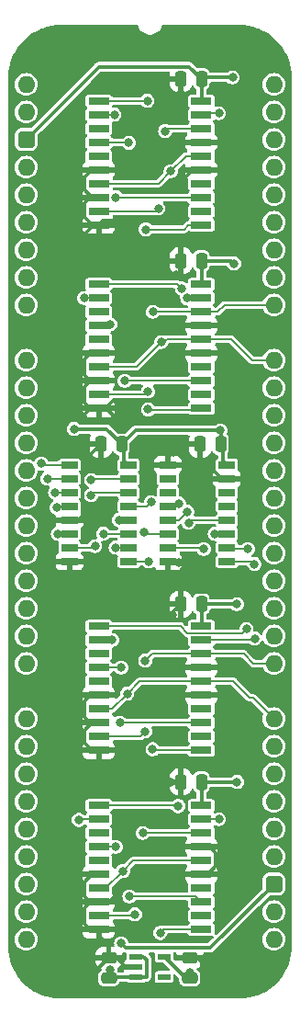
<source format=gtl>
%TF.GenerationSoftware,KiCad,Pcbnew,7.0.5*%
%TF.CreationDate,2024-02-05T17:16:30+02:00*%
%TF.ProjectId,Main Memory Select,4d61696e-204d-4656-9d6f-72792053656c,rev?*%
%TF.SameCoordinates,Original*%
%TF.FileFunction,Copper,L1,Top*%
%TF.FilePolarity,Positive*%
%FSLAX46Y46*%
G04 Gerber Fmt 4.6, Leading zero omitted, Abs format (unit mm)*
G04 Created by KiCad (PCBNEW 7.0.5) date 2024-02-05 17:16:30*
%MOMM*%
%LPD*%
G01*
G04 APERTURE LIST*
G04 Aperture macros list*
%AMRoundRect*
0 Rectangle with rounded corners*
0 $1 Rounding radius*
0 $2 $3 $4 $5 $6 $7 $8 $9 X,Y pos of 4 corners*
0 Add a 4 corners polygon primitive as box body*
4,1,4,$2,$3,$4,$5,$6,$7,$8,$9,$2,$3,0*
0 Add four circle primitives for the rounded corners*
1,1,$1+$1,$2,$3*
1,1,$1+$1,$4,$5*
1,1,$1+$1,$6,$7*
1,1,$1+$1,$8,$9*
0 Add four rect primitives between the rounded corners*
20,1,$1+$1,$2,$3,$4,$5,0*
20,1,$1+$1,$4,$5,$6,$7,0*
20,1,$1+$1,$6,$7,$8,$9,0*
20,1,$1+$1,$8,$9,$2,$3,0*%
G04 Aperture macros list end*
%TA.AperFunction,ComponentPad*%
%ADD10O,1.600000X1.600000*%
%TD*%
%TA.AperFunction,ComponentPad*%
%ADD11RoundRect,0.400000X-0.400000X-0.400000X0.400000X-0.400000X0.400000X0.400000X-0.400000X0.400000X0*%
%TD*%
%TA.AperFunction,ComponentPad*%
%ADD12R,1.600000X1.600000*%
%TD*%
%TA.AperFunction,SMDPad,CuDef*%
%ADD13RoundRect,0.250000X0.475000X-0.250000X0.475000X0.250000X-0.475000X0.250000X-0.475000X-0.250000X0*%
%TD*%
%TA.AperFunction,SMDPad,CuDef*%
%ADD14R,1.950000X0.650000*%
%TD*%
%TA.AperFunction,SMDPad,CuDef*%
%ADD15R,1.150000X0.600000*%
%TD*%
%TA.AperFunction,SMDPad,CuDef*%
%ADD16RoundRect,0.250000X0.250000X0.475000X-0.250000X0.475000X-0.250000X-0.475000X0.250000X-0.475000X0*%
%TD*%
%TA.AperFunction,SMDPad,CuDef*%
%ADD17R,1.550000X0.650000*%
%TD*%
%TA.AperFunction,ViaPad*%
%ADD18C,0.800000*%
%TD*%
%TA.AperFunction,Conductor*%
%ADD19C,0.380000*%
%TD*%
%TA.AperFunction,Conductor*%
%ADD20C,0.200000*%
%TD*%
G04 APERTURE END LIST*
D10*
%TO.P,J2,1,Pin_1*%
%TO.N,unconnected-(J2-Pin_1-Pad1)*%
X88900000Y-58420000D03*
%TO.P,J2,2,Pin_2*%
%TO.N,unconnected-(J2-Pin_2-Pad2)*%
X88900000Y-60960000D03*
D11*
%TO.P,J2,3,Pin_3*%
%TO.N,/5V*%
X88900000Y-63500000D03*
D10*
%TO.P,J2,4,Pin_4*%
%TO.N,unconnected-(J2-Pin_4-Pad4)*%
X88900000Y-66040000D03*
%TO.P,J2,5,Pin_5*%
%TO.N,unconnected-(J2-Pin_5-Pad5)*%
X88900000Y-68580000D03*
%TO.P,J2,6,Pin_6*%
%TO.N,unconnected-(J2-Pin_6-Pad6)*%
X88900000Y-71120000D03*
%TO.P,J2,7,Pin_7*%
%TO.N,unconnected-(J2-Pin_7-Pad7)*%
X88900000Y-73660000D03*
%TO.P,J2,8,Pin_8*%
%TO.N,unconnected-(J2-Pin_8-Pad8)*%
X88900000Y-76200000D03*
%TO.P,J2,9,Pin_9*%
%TO.N,/~{Main}_{M}*%
X88900000Y-78740000D03*
D12*
%TO.P,J2,10,Pin_10*%
%TO.N,/GND*%
X88900000Y-81280000D03*
D10*
%TO.P,J2,11,Pin_11*%
%TO.N,/A23_{M}*%
X88900000Y-83820000D03*
%TO.P,J2,12,Pin_12*%
%TO.N,/A22_{M}*%
X88900000Y-86360000D03*
%TO.P,J2,13,Pin_13*%
%TO.N,/A21_{M}*%
X88900000Y-88900000D03*
%TO.P,J2,14,Pin_14*%
%TO.N,unconnected-(J2-Pin_14-Pad14)*%
X88900000Y-91440000D03*
%TO.P,J2,15,Pin_15*%
%TO.N,unconnected-(J2-Pin_15-Pad15)*%
X88900000Y-93980000D03*
%TO.P,J2,16,Pin_16*%
%TO.N,unconnected-(J2-Pin_16-Pad16)*%
X88900000Y-96520000D03*
%TO.P,J2,17,Pin_17*%
%TO.N,unconnected-(J2-Pin_17-Pad17)*%
X88900000Y-99060000D03*
%TO.P,J2,18,Pin_18*%
%TO.N,unconnected-(J2-Pin_18-Pad18)*%
X88900000Y-101600000D03*
%TO.P,J2,19,Pin_19*%
%TO.N,unconnected-(J2-Pin_19-Pad19)*%
X88900000Y-104140000D03*
%TO.P,J2,20,Pin_20*%
%TO.N,unconnected-(J2-Pin_20-Pad20)*%
X88900000Y-106680000D03*
%TO.P,J2,21,Pin_21*%
%TO.N,unconnected-(J2-Pin_21-Pad21)*%
X88900000Y-109220000D03*
%TO.P,J2,22,Pin_22*%
%TO.N,unconnected-(J2-Pin_22-Pad22)*%
X88900000Y-111760000D03*
D12*
%TO.P,J2,23,Pin_23*%
%TO.N,/GND*%
X88900000Y-114300000D03*
D10*
%TO.P,J2,24,Pin_24*%
%TO.N,unconnected-(J2-Pin_24-Pad24)*%
X88900000Y-116840000D03*
%TO.P,J2,25,Pin_25*%
%TO.N,unconnected-(J2-Pin_25-Pad25)*%
X88900000Y-119380000D03*
%TO.P,J2,26,Pin_26*%
%TO.N,unconnected-(J2-Pin_26-Pad26)*%
X88900000Y-121920000D03*
%TO.P,J2,27,Pin_27*%
%TO.N,unconnected-(J2-Pin_27-Pad27)*%
X88900000Y-124460000D03*
%TO.P,J2,28,Pin_28*%
%TO.N,unconnected-(J2-Pin_28-Pad28)*%
X88900000Y-127000000D03*
%TO.P,J2,29,Pin_29*%
%TO.N,unconnected-(J2-Pin_29-Pad29)*%
X88900000Y-129540000D03*
%TO.P,J2,30,Pin_30*%
%TO.N,unconnected-(J2-Pin_30-Pad30)*%
X88900000Y-132080000D03*
%TO.P,J2,31,Pin_31*%
%TO.N,unconnected-(J2-Pin_31-Pad31)*%
X88900000Y-134620000D03*
%TO.P,J2,32,Pin_32*%
%TO.N,unconnected-(J2-Pin_32-Pad32)*%
X88900000Y-137160000D03*
%TO.P,J2,33,Pin_33*%
%TO.N,unconnected-(J2-Pin_33-Pad33)*%
X111760000Y-137160000D03*
%TO.P,J2,34,Pin_34*%
%TO.N,unconnected-(J2-Pin_34-Pad34)*%
X111760000Y-134620000D03*
D11*
%TO.P,J2,35,Pin_35*%
%TO.N,/5V*%
X111760000Y-132080000D03*
D10*
%TO.P,J2,36,Pin_36*%
%TO.N,unconnected-(J2-Pin_36-Pad36)*%
X111760000Y-129540000D03*
%TO.P,J2,37,Pin_37*%
%TO.N,unconnected-(J2-Pin_37-Pad37)*%
X111760000Y-127000000D03*
%TO.P,J2,38,Pin_38*%
%TO.N,unconnected-(J2-Pin_38-Pad38)*%
X111760000Y-124460000D03*
%TO.P,J2,39,Pin_39*%
%TO.N,unconnected-(J2-Pin_39-Pad39)*%
X111760000Y-121920000D03*
%TO.P,J2,40,Pin_40*%
%TO.N,unconnected-(J2-Pin_40-Pad40)*%
X111760000Y-119380000D03*
%TO.P,J2,41,Pin_41*%
%TO.N,/~{Memory B}_{ Device}17*%
X111760000Y-116840000D03*
D12*
%TO.P,J2,42,Pin_42*%
%TO.N,/GND*%
X111760000Y-114300000D03*
D10*
%TO.P,J2,43,Pin_43*%
%TO.N,/~{Memory A}_{ Device}17*%
X111760000Y-111760000D03*
%TO.P,J2,44,Pin_44*%
%TO.N,unconnected-(J2-Pin_44-Pad44)*%
X111760000Y-109220000D03*
%TO.P,J2,45,Pin_45*%
%TO.N,unconnected-(J2-Pin_45-Pad45)*%
X111760000Y-106680000D03*
%TO.P,J2,46,Pin_46*%
%TO.N,unconnected-(J2-Pin_46-Pad46)*%
X111760000Y-104140000D03*
%TO.P,J2,47,Pin_47*%
%TO.N,unconnected-(J2-Pin_47-Pad47)*%
X111760000Y-101600000D03*
%TO.P,J2,48,Pin_48*%
%TO.N,unconnected-(J2-Pin_48-Pad48)*%
X111760000Y-99060000D03*
%TO.P,J2,49,Pin_49*%
%TO.N,unconnected-(J2-Pin_49-Pad49)*%
X111760000Y-96520000D03*
%TO.P,J2,50,Pin_50*%
%TO.N,unconnected-(J2-Pin_50-Pad50)*%
X111760000Y-93980000D03*
%TO.P,J2,51,Pin_51*%
%TO.N,unconnected-(J2-Pin_51-Pad51)*%
X111760000Y-91440000D03*
%TO.P,J2,52,Pin_52*%
%TO.N,unconnected-(J2-Pin_52-Pad52)*%
X111760000Y-88900000D03*
%TO.P,J2,53,Pin_53*%
%TO.N,unconnected-(J2-Pin_53-Pad53)*%
X111760000Y-86360000D03*
%TO.P,J2,54,Pin_54*%
%TO.N,/~{Memory B}_{ Device}16*%
X111760000Y-83820000D03*
D12*
%TO.P,J2,55,Pin_55*%
%TO.N,/GND*%
X111760000Y-81280000D03*
D10*
%TO.P,J2,56,Pin_56*%
%TO.N,/~{Memory A}_{ Device}16*%
X111760000Y-78740000D03*
%TO.P,J2,57,Pin_57*%
%TO.N,unconnected-(J2-Pin_57-Pad57)*%
X111760000Y-76200000D03*
%TO.P,J2,58,Pin_58*%
%TO.N,unconnected-(J2-Pin_58-Pad58)*%
X111760000Y-73660000D03*
%TO.P,J2,59,Pin_59*%
%TO.N,unconnected-(J2-Pin_59-Pad59)*%
X111760000Y-71120000D03*
%TO.P,J2,60,Pin_60*%
%TO.N,unconnected-(J2-Pin_60-Pad60)*%
X111760000Y-68580000D03*
%TO.P,J2,61,Pin_61*%
%TO.N,unconnected-(J2-Pin_61-Pad61)*%
X111760000Y-66040000D03*
%TO.P,J2,62,Pin_62*%
%TO.N,unconnected-(J2-Pin_62-Pad62)*%
X111760000Y-63500000D03*
%TO.P,J2,63,Pin_63*%
%TO.N,unconnected-(J2-Pin_63-Pad63)*%
X111760000Y-60960000D03*
%TO.P,J2,64,Pin_64*%
%TO.N,unconnected-(J2-Pin_64-Pad64)*%
X111760000Y-58420000D03*
%TD*%
D13*
%TO.P,C10,1*%
%TO.N,/5V*%
X96520000Y-140761001D03*
%TO.P,C10,2*%
%TO.N,/GND*%
X96520000Y-138861001D03*
%TD*%
D14*
%TO.P,IC7,1,1~{OE}*%
%TO.N,/Memory 8..12MB_{ Device17}*%
X95605000Y-108331000D03*
%TO.P,IC7,2,1A1*%
%TO.N,/Memory 8..10MB ~{CS}*%
X95605000Y-109601000D03*
%TO.P,IC7,3,2B4*%
%TO.N,unconnected-(IC7-2B4-Pad3)*%
X95605000Y-110871000D03*
%TO.P,IC7,4,1A2*%
%TO.N,/Memory 10..12MB ~{CS}*%
X95605000Y-112141000D03*
%TO.P,IC7,5,2B3*%
%TO.N,unconnected-(IC7-2B3-Pad5)*%
X95605000Y-113411000D03*
%TO.P,IC7,6,1A3*%
%TO.N,/GND*%
X95605000Y-114681000D03*
%TO.P,IC7,7,2B2*%
%TO.N,/~{Memory B}_{ Device}17*%
X95605000Y-115951000D03*
%TO.P,IC7,8,1A4*%
%TO.N,/GND*%
X95605000Y-117221000D03*
%TO.P,IC7,9,2B1*%
%TO.N,/~{Memory A}_{ Device}17*%
X95605000Y-118491000D03*
%TO.P,IC7,10,GND*%
%TO.N,/GND*%
X95605000Y-119761000D03*
%TO.P,IC7,11,2A1*%
%TO.N,/Memory 12..14MB ~{CS}*%
X105055000Y-119761000D03*
%TO.P,IC7,12,1B4*%
%TO.N,unconnected-(IC7-1B4-Pad12)*%
X105055000Y-118491000D03*
%TO.P,IC7,13,2A2*%
%TO.N,/Memory 14..16MB ~{CS}*%
X105055000Y-117221000D03*
%TO.P,IC7,14,1B3*%
%TO.N,unconnected-(IC7-1B3-Pad14)*%
X105055000Y-115951000D03*
%TO.P,IC7,15,2A3*%
%TO.N,/GND*%
X105055000Y-114681000D03*
%TO.P,IC7,16,1B2*%
%TO.N,/~{Memory B}_{ Device}17*%
X105055000Y-113411000D03*
%TO.P,IC7,17,2A4*%
%TO.N,/GND*%
X105055000Y-112141000D03*
%TO.P,IC7,18,1B1*%
%TO.N,/~{Memory A}_{ Device}17*%
X105055000Y-110871000D03*
%TO.P,IC7,19,2~{OE}*%
%TO.N,/Memory 12..16MB_{ Device17}*%
X105055000Y-109601000D03*
%TO.P,IC7,20,5V*%
%TO.N,/5V*%
X105055000Y-108331000D03*
%TD*%
D15*
%TO.P,IC1,1,VIN*%
%TO.N,/5V*%
X99030000Y-138750000D03*
%TO.P,IC1,2,GND*%
%TO.N,/GND*%
X99030000Y-139700000D03*
%TO.P,IC1,3,EN*%
%TO.N,/5V*%
X99030000Y-140650000D03*
%TO.P,IC1,4,ADJ*%
%TO.N,unconnected-(IC1-ADJ-Pad4)*%
X101630000Y-140650000D03*
%TO.P,IC1,5,VOUT*%
%TO.N,/3.3V*%
X101630000Y-138750000D03*
%TD*%
D16*
%TO.P,C1,1*%
%TO.N,/5V*%
X105074000Y-57912000D03*
%TO.P,C1,2*%
%TO.N,/GND*%
X103174000Y-57912000D03*
%TD*%
%TO.P,C3,1*%
%TO.N,/5V*%
X105074000Y-74676000D03*
%TO.P,C3,2*%
%TO.N,/GND*%
X103174000Y-74676000D03*
%TD*%
D14*
%TO.P,IC3,1,1~{OE}*%
%TO.N,/Memory 0..4MB_{ Device16}*%
X95605000Y-76835000D03*
%TO.P,IC3,2,1A1*%
%TO.N,/Memory 0..2MB ~{CS}*%
X95605000Y-78105000D03*
%TO.P,IC3,3,2B4*%
%TO.N,unconnected-(IC3-2B4-Pad3)*%
X95605000Y-79375000D03*
%TO.P,IC3,4,1A2*%
%TO.N,/Memory 2..4MB ~{CS}*%
X95605000Y-80645000D03*
%TO.P,IC3,5,2B3*%
%TO.N,unconnected-(IC3-2B3-Pad5)*%
X95605000Y-81915000D03*
%TO.P,IC3,6,1A3*%
%TO.N,/GND*%
X95605000Y-83185000D03*
%TO.P,IC3,7,2B2*%
%TO.N,/~{Memory B}_{ Device}16*%
X95605000Y-84455000D03*
%TO.P,IC3,8,1A4*%
%TO.N,/GND*%
X95605000Y-85725000D03*
%TO.P,IC3,9,2B1*%
%TO.N,/~{Memory A}_{ Device}16*%
X95605000Y-86995000D03*
%TO.P,IC3,10,GND*%
%TO.N,/GND*%
X95605000Y-88265000D03*
%TO.P,IC3,11,2A1*%
%TO.N,/Memory 4..6MB ~{CS}*%
X105055000Y-88265000D03*
%TO.P,IC3,12,1B4*%
%TO.N,unconnected-(IC3-1B4-Pad12)*%
X105055000Y-86995000D03*
%TO.P,IC3,13,2A2*%
%TO.N,/Memory 6..8MB ~{CS}*%
X105055000Y-85725000D03*
%TO.P,IC3,14,1B3*%
%TO.N,unconnected-(IC3-1B3-Pad14)*%
X105055000Y-84455000D03*
%TO.P,IC3,15,2A3*%
%TO.N,/GND*%
X105055000Y-83185000D03*
%TO.P,IC3,16,1B2*%
%TO.N,/~{Memory B}_{ Device}16*%
X105055000Y-81915000D03*
%TO.P,IC3,17,2A4*%
%TO.N,/GND*%
X105055000Y-80645000D03*
%TO.P,IC3,18,1B1*%
%TO.N,/~{Memory A}_{ Device}16*%
X105055000Y-79375000D03*
%TO.P,IC3,19,2~{OE}*%
%TO.N,/Memory 4..8MB_{ Device16}*%
X105055000Y-78105000D03*
%TO.P,IC3,20,5V*%
%TO.N,/5V*%
X105055000Y-76835000D03*
%TD*%
D17*
%TO.P,IC2,1,A0*%
%TO.N,/A21_{M}*%
X92906000Y-93472000D03*
%TO.P,IC2,2,A1*%
%TO.N,/A22_{M}*%
X92906000Y-94742000D03*
%TO.P,IC2,3,A2*%
%TO.N,/A23_{M}*%
X92906000Y-96012000D03*
%TO.P,IC2,4,~{E1}*%
%TO.N,/~{Main}_{M}*%
X92906000Y-97282000D03*
%TO.P,IC2,5,~{E2}*%
%TO.N,/GND*%
X92906000Y-98552000D03*
%TO.P,IC2,6,E3*%
%TO.N,/3.3V*%
X92906000Y-99822000D03*
%TO.P,IC2,7,~{Y7}*%
%TO.N,/Memory 14..16MB ~{CS}*%
X92906000Y-101092000D03*
%TO.P,IC2,8,GND*%
%TO.N,/GND*%
X92906000Y-102362000D03*
%TO.P,IC2,9,~{Y6}*%
%TO.N,/Memory 12..14MB ~{CS}*%
X98356000Y-102362000D03*
%TO.P,IC2,10,~{Y5}*%
%TO.N,/Memory 10..12MB ~{CS}*%
X98356000Y-101092000D03*
%TO.P,IC2,11,~{Y4}*%
%TO.N,/Memory 8..10MB ~{CS}*%
X98356000Y-99822000D03*
%TO.P,IC2,12,~{Y3}*%
%TO.N,/Memory 6..8MB ~{CS}*%
X98356000Y-98552000D03*
%TO.P,IC2,13,~{Y2}*%
%TO.N,/Memory 4..6MB ~{CS}*%
X98356000Y-97282000D03*
%TO.P,IC2,14,~{Y1}*%
%TO.N,/Memory 2..4MB ~{CS}*%
X98356000Y-96012000D03*
%TO.P,IC2,15,~{Y0}*%
%TO.N,/Memory 0..2MB ~{CS}*%
X98356000Y-94742000D03*
%TO.P,IC2,16,3V*%
%TO.N,/3.3V*%
X98356000Y-93472000D03*
%TD*%
D16*
%TO.P,C5,1*%
%TO.N,/3.3V*%
X106852000Y-91567000D03*
%TO.P,C5,2*%
%TO.N,/GND*%
X104952000Y-91567000D03*
%TD*%
%TO.P,C2,1*%
%TO.N,/5V*%
X105074000Y-122682000D03*
%TO.P,C2,2*%
%TO.N,/GND*%
X103174000Y-122682000D03*
%TD*%
D13*
%TO.P,C11,1*%
%TO.N,/3.3V*%
X104013000Y-140761001D03*
%TO.P,C11,2*%
%TO.N,/GND*%
X104013000Y-138861001D03*
%TD*%
D14*
%TO.P,IC6,1,1~{OE}*%
%TO.N,/Memory 0..4MB_{ Device17}*%
X95605000Y-124841000D03*
%TO.P,IC6,2,1A1*%
%TO.N,/Memory 0..2MB ~{CS}*%
X95605000Y-126111000D03*
%TO.P,IC6,3,2B4*%
%TO.N,unconnected-(IC6-2B4-Pad3)*%
X95605000Y-127381000D03*
%TO.P,IC6,4,1A2*%
%TO.N,/Memory 2..4MB ~{CS}*%
X95605000Y-128651000D03*
%TO.P,IC6,5,2B3*%
%TO.N,unconnected-(IC6-2B3-Pad5)*%
X95605000Y-129921000D03*
%TO.P,IC6,6,1A3*%
%TO.N,/GND*%
X95605000Y-131191000D03*
%TO.P,IC6,7,2B2*%
%TO.N,/~{Memory B}_{ Device}17*%
X95605000Y-132461000D03*
%TO.P,IC6,8,1A4*%
%TO.N,/GND*%
X95605000Y-133731000D03*
%TO.P,IC6,9,2B1*%
%TO.N,/~{Memory A}_{ Device}17*%
X95605000Y-135001000D03*
%TO.P,IC6,10,GND*%
%TO.N,/GND*%
X95605000Y-136271000D03*
%TO.P,IC6,11,2A1*%
%TO.N,/Memory 4..6MB ~{CS}*%
X105055000Y-136271000D03*
%TO.P,IC6,12,1B4*%
%TO.N,unconnected-(IC6-1B4-Pad12)*%
X105055000Y-135001000D03*
%TO.P,IC6,13,2A2*%
%TO.N,/Memory 6..8MB ~{CS}*%
X105055000Y-133731000D03*
%TO.P,IC6,14,1B3*%
%TO.N,unconnected-(IC6-1B3-Pad14)*%
X105055000Y-132461000D03*
%TO.P,IC6,15,2A3*%
%TO.N,/GND*%
X105055000Y-131191000D03*
%TO.P,IC6,16,1B2*%
%TO.N,/~{Memory B}_{ Device}17*%
X105055000Y-129921000D03*
%TO.P,IC6,17,2A4*%
%TO.N,/GND*%
X105055000Y-128651000D03*
%TO.P,IC6,18,1B1*%
%TO.N,/~{Memory A}_{ Device}17*%
X105055000Y-127381000D03*
%TO.P,IC6,19,2~{OE}*%
%TO.N,/Memory 4..8MB_{ Device17}*%
X105055000Y-126111000D03*
%TO.P,IC6,20,5V*%
%TO.N,/5V*%
X105055000Y-124841000D03*
%TD*%
D16*
%TO.P,C12,1*%
%TO.N,/3.3V*%
X97708000Y-91567000D03*
%TO.P,C12,2*%
%TO.N,/GND*%
X95808000Y-91567000D03*
%TD*%
D17*
%TO.P,IC4,1,~{1E}*%
%TO.N,/GND*%
X101981000Y-93472000D03*
%TO.P,IC4,2,1A0*%
%TO.N,/Select 0_{ Device16}*%
X101981000Y-94742000D03*
%TO.P,IC4,3,1A1*%
%TO.N,/Select 1_{ Device16}*%
X101981000Y-96012000D03*
%TO.P,IC4,4,~{1Y0}*%
%TO.N,/Memory 0..4MB_{ Device16}*%
X101981000Y-97282000D03*
%TO.P,IC4,5,~{1Y1}*%
%TO.N,/Memory 4..8MB_{ Device16}*%
X101981000Y-98552000D03*
%TO.P,IC4,6,~{1Y2}*%
%TO.N,/Memory 8..12MB_{ Device16}*%
X101981000Y-99822000D03*
%TO.P,IC4,7,~{1Y3}*%
%TO.N,/Memory 12..16MB_{ Device16}*%
X101981000Y-101092000D03*
%TO.P,IC4,8,GND*%
%TO.N,/GND*%
X101981000Y-102362000D03*
%TO.P,IC4,9,~{2Y3}*%
%TO.N,/Memory 12..16MB_{ Device17}*%
X107431000Y-102362000D03*
%TO.P,IC4,10,~{2Y2}*%
%TO.N,/Memory 8..12MB_{ Device17}*%
X107431000Y-101092000D03*
%TO.P,IC4,11,~{2Y1}*%
%TO.N,/Memory 4..8MB_{ Device17}*%
X107431000Y-99822000D03*
%TO.P,IC4,12,~{2Y0}*%
%TO.N,/Memory 0..4MB_{ Device17}*%
X107431000Y-98552000D03*
%TO.P,IC4,13,2A1*%
%TO.N,/Select 1_{ Device17}*%
X107431000Y-97282000D03*
%TO.P,IC4,14,2A0*%
%TO.N,/Select 0_{ Device17}*%
X107431000Y-96012000D03*
%TO.P,IC4,15,~{2E}*%
%TO.N,/GND*%
X107431000Y-94742000D03*
%TO.P,IC4,16,3V*%
%TO.N,/3.3V*%
X107431000Y-93472000D03*
%TD*%
D16*
%TO.P,C9,1*%
%TO.N,/5V*%
X105074000Y-106299000D03*
%TO.P,C9,2*%
%TO.N,/GND*%
X103174000Y-106299000D03*
%TD*%
D14*
%TO.P,IC5,1,1~{OE}*%
%TO.N,/Memory 8..12MB_{ Device16}*%
X95605000Y-59944000D03*
%TO.P,IC5,2,1A1*%
%TO.N,/Memory 8..10MB ~{CS}*%
X95605000Y-61214000D03*
%TO.P,IC5,3,2B4*%
%TO.N,unconnected-(IC5-2B4-Pad3)*%
X95605000Y-62484000D03*
%TO.P,IC5,4,1A2*%
%TO.N,/Memory 10..12MB ~{CS}*%
X95605000Y-63754000D03*
%TO.P,IC5,5,2B3*%
%TO.N,unconnected-(IC5-2B3-Pad5)*%
X95605000Y-65024000D03*
%TO.P,IC5,6,1A3*%
%TO.N,/GND*%
X95605000Y-66294000D03*
%TO.P,IC5,7,2B2*%
%TO.N,/~{Memory B}_{ Device}16*%
X95605000Y-67564000D03*
%TO.P,IC5,8,1A4*%
%TO.N,/GND*%
X95605000Y-68834000D03*
%TO.P,IC5,9,2B1*%
%TO.N,/~{Memory A}_{ Device}16*%
X95605000Y-70104000D03*
%TO.P,IC5,10,GND*%
%TO.N,/GND*%
X95605000Y-71374000D03*
%TO.P,IC5,11,2A1*%
%TO.N,/Memory 12..14MB ~{CS}*%
X105055000Y-71374000D03*
%TO.P,IC5,12,1B4*%
%TO.N,unconnected-(IC5-1B4-Pad12)*%
X105055000Y-70104000D03*
%TO.P,IC5,13,2A2*%
%TO.N,/Memory 14..16MB ~{CS}*%
X105055000Y-68834000D03*
%TO.P,IC5,14,1B3*%
%TO.N,unconnected-(IC5-1B3-Pad14)*%
X105055000Y-67564000D03*
%TO.P,IC5,15,2A3*%
%TO.N,/GND*%
X105055000Y-66294000D03*
%TO.P,IC5,16,1B2*%
%TO.N,/~{Memory B}_{ Device}16*%
X105055000Y-65024000D03*
%TO.P,IC5,17,2A4*%
%TO.N,/GND*%
X105055000Y-63754000D03*
%TO.P,IC5,18,1B1*%
%TO.N,/~{Memory A}_{ Device}16*%
X105055000Y-62484000D03*
%TO.P,IC5,19,2~{OE}*%
%TO.N,/Memory 12..16MB_{ Device16}*%
X105055000Y-61214000D03*
%TO.P,IC5,20,5V*%
%TO.N,/5V*%
X105055000Y-59944000D03*
%TD*%
D18*
%TO.N,/GND*%
X99695000Y-65786000D03*
X100518986Y-74676000D03*
X109474000Y-88392000D03*
X92265500Y-79819500D03*
X94107004Y-89027004D03*
X94107000Y-91313000D03*
X102489000Y-92329000D03*
X102997000Y-102489000D03*
X103124000Y-59309000D03*
X103124000Y-63881000D03*
X102997000Y-67564000D03*
X103124000Y-70358000D03*
X102489000Y-80772008D03*
X102362003Y-87502997D03*
X102679500Y-83756500D03*
X102743000Y-75946000D03*
%TO.N,/Memory 10..12MB ~{CS}*%
X98375250Y-63803738D03*
%TO.N,/Memory 0..4MB_{ Device16}*%
X103279000Y-77247615D03*
X102997000Y-97028000D03*
%TO.N,/Memory 4..8MB_{ Device16}*%
X103759047Y-78124861D03*
X103759000Y-97790000D03*
%TO.N,/Memory 6..8MB ~{CS}*%
X98001000Y-85725000D03*
%TO.N,/~{Memory B}_{ Device}16*%
X102235000Y-66421004D03*
X101346000Y-82169000D03*
%TO.N,/Memory 12..14MB ~{CS}*%
X99939000Y-71781283D03*
%TO.N,/Memory 0..2MB ~{CS}*%
X94234000Y-78105000D03*
%TO.N,/Memory 2..4MB ~{CS}*%
X96647000Y-80518000D03*
%TO.N,/~{Main}_{M}*%
X91694000Y-97409000D03*
%TO.N,/5V*%
X107950000Y-57785000D03*
X108077000Y-74930000D03*
%TO.N,/Memory 8..12MB_{ Device16}*%
X100076002Y-59944000D03*
X99757000Y-99695000D03*
%TO.N,/Memory 12..16MB_{ Device16}*%
X106680000Y-61087000D03*
X105283000Y-101219000D03*
%TO.N,/Memory 12..16MB_{ Device17}*%
X109970790Y-102607743D03*
X109982000Y-109474004D03*
%TO.N,/GND*%
X102108000Y-112013994D03*
X102108000Y-114681000D03*
X102423990Y-107315000D03*
X102108000Y-118110000D03*
%TO.N,/Memory 8..12MB_{ Device17}*%
X109347000Y-101219000D03*
X109220000Y-108585000D03*
%TO.N,/Memory 10..12MB ~{CS}*%
X97155000Y-101091998D03*
X97663000Y-112141000D03*
%TO.N,/Memory 14..16MB ~{CS}*%
X97536000Y-117221000D03*
%TO.N,/~{Memory A}_{ Device}17*%
X99883996Y-111506000D03*
%TO.N,/Memory 12..14MB ~{CS}*%
X100569615Y-119668578D03*
X100203000Y-102362000D03*
%TO.N,/GND*%
X102238000Y-134239000D03*
X102238000Y-122682000D03*
%TO.N,/5V*%
X108359008Y-106299000D03*
X108359010Y-122682000D03*
%TO.N,/Memory 4..8MB_{ Device17}*%
X106298994Y-99822000D03*
X106680000Y-126111000D03*
%TO.N,/~{Memory A}_{ Device}16*%
X101727000Y-62725485D03*
X100141000Y-86713000D03*
X100584002Y-79374998D03*
X101092004Y-69849988D03*
%TO.N,/Memory 8..10MB ~{CS}*%
X97028000Y-61214000D03*
X96012000Y-99822000D03*
X96836006Y-109601000D03*
%TO.N,/Memory 0..4MB_{ Device17}*%
X103886000Y-98805996D03*
X102920615Y-124891615D03*
%TO.N,/Memory 0..2MB ~{CS}*%
X94897000Y-94869000D03*
X93768204Y-126166480D03*
%TO.N,/GND*%
X109474000Y-115824000D03*
%TO.N,/~{Memory B}_{ Device}17*%
X98213998Y-114554000D03*
X97844006Y-130876225D03*
%TO.N,/~{Memory A}_{ Device}17*%
X99869615Y-118025125D03*
%TO.N,/Memory 6..8MB ~{CS}*%
X97474000Y-98552000D03*
X98425000Y-133223000D03*
%TO.N,/Memory 2..4MB ~{CS}*%
X94897000Y-96266000D03*
X97154994Y-128651000D03*
%TO.N,/3.3V*%
X93317000Y-90170000D03*
X91820989Y-99822007D03*
X106807000Y-90297000D03*
%TO.N,/Memory 4..6MB ~{CS}*%
X100437475Y-96907533D03*
X101269615Y-136575615D03*
X100146956Y-88364000D03*
%TO.N,/5V*%
X97663000Y-137541000D03*
X96647000Y-139960501D03*
%TO.N,/3.3V*%
X104013000Y-140208050D03*
%TO.N,/A21_{M}*%
X90287504Y-93342274D03*
%TO.N,/A22_{M}*%
X90867000Y-94742000D03*
%TO.N,/A23_{M}*%
X91567000Y-96012000D03*
%TO.N,/Memory 14..16MB ~{CS}*%
X95250000Y-100965000D03*
X97179502Y-68834000D03*
%TO.N,/~{Memory A}_{ Device}17*%
X99652000Y-127381000D03*
X98933000Y-134874000D03*
%TD*%
D19*
%TO.N,/GND*%
X103174000Y-74676000D02*
X100518986Y-74676000D01*
D20*
%TO.N,/~{Memory A}_{ Device}16*%
X95605000Y-70104000D02*
X100837992Y-70104000D01*
X100837992Y-70104000D02*
X101092004Y-69849988D01*
D19*
%TO.N,/GND*%
X99695000Y-65786000D02*
X101600000Y-63881000D01*
D20*
%TO.N,/Memory 12..14MB ~{CS}*%
X103472717Y-71781283D02*
X99939000Y-71781283D01*
X103880000Y-71374000D02*
X103472717Y-71781283D01*
D19*
%TO.N,/GND*%
X99187000Y-66294000D02*
X99695000Y-65786000D01*
D20*
%TO.N,/Memory 12..14MB ~{CS}*%
X105055000Y-71374000D02*
X103880000Y-71374000D01*
D19*
%TO.N,/GND*%
X100278954Y-70993000D02*
X102489000Y-70993000D01*
X100277237Y-70991283D02*
X100278954Y-70993000D01*
X95605000Y-71374000D02*
X95987717Y-70991283D01*
X95987717Y-70991283D02*
X100277237Y-70991283D01*
X102489000Y-70993000D02*
X103124000Y-70358000D01*
D20*
%TO.N,/~{Memory A}_{ Device}16*%
X101968485Y-62484000D02*
X101727000Y-62725485D01*
X105055000Y-62484000D02*
X101968485Y-62484000D01*
D19*
%TO.N,/GND*%
X103174000Y-75515000D02*
X102743000Y-75946000D01*
X103174000Y-74676000D02*
X103174000Y-75515000D01*
D20*
%TO.N,/~{Memory A}_{ Device}16*%
X105055000Y-79375000D02*
X100584000Y-79375000D01*
X100584000Y-79375000D02*
X100584002Y-79374998D01*
%TO.N,/~{Memory A}_{ Device}17*%
X100518996Y-110871000D02*
X99883996Y-111506000D01*
X105055000Y-110871000D02*
X100518996Y-110871000D01*
D19*
%TO.N,/5V*%
X105074000Y-122682000D02*
X108359010Y-122682000D01*
%TO.N,/GND*%
X97155000Y-89154000D02*
X108712000Y-89154000D01*
X96266000Y-88265000D02*
X97155000Y-89154000D01*
X108712000Y-89154000D02*
X109474000Y-88392000D01*
D20*
%TO.N,/Memory 4..6MB ~{CS}*%
X100202957Y-88420001D02*
X100146956Y-88364000D01*
X104899999Y-88420001D02*
X100202957Y-88420001D01*
D19*
%TO.N,/GND*%
X96255000Y-88265000D02*
X97017003Y-87502997D01*
X97017003Y-87502997D02*
X102362003Y-87502997D01*
X90805000Y-81280000D02*
X92265500Y-79819500D01*
X92265500Y-79819500D02*
X93218000Y-78867000D01*
X94869008Y-88265000D02*
X94107004Y-89027004D01*
X94361000Y-91567000D02*
X94107000Y-91313000D01*
X95808000Y-91567000D02*
X94361000Y-91567000D01*
%TO.N,/3.3V*%
X97708000Y-91567000D02*
X96311000Y-90170000D01*
X96311000Y-90170000D02*
X93317000Y-90170000D01*
D20*
%TO.N,/Memory 8..12MB_{ Device17}*%
X108839000Y-108966000D02*
X109220000Y-108585000D01*
X95605000Y-108331000D02*
X103155000Y-108331000D01*
X103790000Y-108966000D02*
X108839000Y-108966000D01*
X103155000Y-108331000D02*
X103790000Y-108966000D01*
D19*
%TO.N,/GND*%
X111311915Y-139291000D02*
X105128000Y-139291000D01*
X112950000Y-137652915D02*
X111311915Y-139291000D01*
X111760000Y-114300000D02*
X112950000Y-115490000D01*
X112950000Y-115490000D02*
X112950000Y-137652915D01*
X109220000Y-94742000D02*
X107431000Y-94742000D01*
X110570000Y-96092000D02*
X109220000Y-94742000D01*
X110570000Y-102092915D02*
X110570000Y-96092000D01*
X111267085Y-102790000D02*
X110570000Y-102092915D01*
X112141000Y-102790000D02*
X111267085Y-102790000D01*
X112950000Y-103599000D02*
X112141000Y-102790000D01*
X112950000Y-113110000D02*
X112950000Y-103599000D01*
D20*
%TO.N,/Memory 12..16MB_{ Device17}*%
X109725047Y-102362000D02*
X109970790Y-102607743D01*
X107431000Y-102362000D02*
X109725047Y-102362000D01*
D19*
%TO.N,/GND*%
X111760000Y-114300000D02*
X112950000Y-113110000D01*
X102489000Y-92329000D02*
X101981000Y-92837000D01*
X103251000Y-91567000D02*
X102489000Y-92329000D01*
X102870000Y-102362000D02*
X102997000Y-102489000D01*
X101981000Y-102362000D02*
X102870000Y-102362000D01*
D20*
%TO.N,/Memory 8..10MB ~{CS}*%
X95605000Y-109601000D02*
X96836006Y-109601000D01*
D19*
%TO.N,/GND*%
X93726000Y-98552000D02*
X92906000Y-98552000D01*
X94107000Y-93268000D02*
X94107000Y-98171000D01*
X95808000Y-91567000D02*
X94107000Y-93268000D01*
X94107000Y-98171000D02*
X93726000Y-98552000D01*
D20*
%TO.N,/Memory 2..4MB ~{CS}*%
X95151000Y-96012000D02*
X94897000Y-96266000D01*
X98356000Y-96012000D02*
X95151000Y-96012000D01*
%TO.N,/Memory 0..2MB ~{CS}*%
X95024000Y-94742000D02*
X94897000Y-94869000D01*
X98356000Y-94742000D02*
X95024000Y-94742000D01*
D19*
%TO.N,/3.3V*%
X91820996Y-99822000D02*
X91820989Y-99822007D01*
X92906000Y-99822000D02*
X91820996Y-99822000D01*
%TO.N,/GND*%
X90551000Y-99187000D02*
X90551000Y-101473000D01*
X91186000Y-98552000D02*
X90551000Y-99187000D01*
X92906000Y-98552000D02*
X91186000Y-98552000D01*
X90551000Y-101473000D02*
X91440000Y-102362000D01*
X91440000Y-102362000D02*
X92906000Y-102362000D01*
X101600000Y-63881000D02*
X103124000Y-63881000D01*
X95605000Y-66294000D02*
X99187000Y-66294000D01*
X93218000Y-73279000D02*
X95123000Y-71374000D01*
X93218000Y-78867000D02*
X93218000Y-73279000D01*
X94240000Y-70618000D02*
X94996000Y-71374000D01*
X94240000Y-69389000D02*
X94240000Y-70618000D01*
X94795000Y-68834000D02*
X94240000Y-69389000D01*
X95605000Y-68834000D02*
X94795000Y-68834000D01*
X94240000Y-67009000D02*
X94240000Y-68119000D01*
X94955000Y-66294000D02*
X94240000Y-67009000D01*
X94240000Y-68119000D02*
X94955000Y-68834000D01*
X103124000Y-59309000D02*
X103124000Y-57962000D01*
X103124000Y-63881000D02*
X104928000Y-63881000D01*
X102997000Y-67564000D02*
X104267000Y-66294000D01*
X92710000Y-83185000D02*
X95605000Y-83185000D01*
X90805000Y-81280000D02*
X92710000Y-83185000D01*
X88900000Y-81280000D02*
X90805000Y-81280000D01*
X109347000Y-81280000D02*
X111760000Y-81280000D01*
X108712000Y-80645000D02*
X109347000Y-81280000D01*
X105055000Y-80645000D02*
X108712000Y-80645000D01*
X105055000Y-80645000D02*
X102616008Y-80645000D01*
X102616008Y-80645000D02*
X102489000Y-80772008D01*
D20*
%TO.N,/~{Memory B}_{ Device}16*%
X99060000Y-84455000D02*
X101346000Y-82169000D01*
X101600000Y-82169000D02*
X101346000Y-82169000D01*
X95605000Y-84455000D02*
X99060000Y-84455000D01*
X105055000Y-81915000D02*
X101854000Y-81915000D01*
X101854000Y-81915000D02*
X101600000Y-82169000D01*
D19*
%TO.N,/GND*%
X105055000Y-83185000D02*
X103251000Y-83185000D01*
X103251000Y-83185000D02*
X102679500Y-83756500D01*
D20*
%TO.N,/~{Memory A}_{ Device}16*%
X99859000Y-86995000D02*
X100141000Y-86713000D01*
X95605000Y-86995000D02*
X99859000Y-86995000D01*
%TO.N,/Memory 4..8MB_{ Device16}*%
X105055000Y-78105000D02*
X103778908Y-78105000D01*
%TO.N,/Memory 0..4MB_{ Device16}*%
X102866385Y-76835000D02*
X103279000Y-77247615D01*
X95605000Y-76835000D02*
X102866385Y-76835000D01*
%TO.N,/Memory 4..8MB_{ Device16}*%
X103778908Y-78105000D02*
X103759047Y-78124861D01*
D19*
%TO.N,/5V*%
X105074000Y-74676000D02*
X105074000Y-76816000D01*
D20*
%TO.N,/~{Memory A}_{ Device}16*%
X105055000Y-79375000D02*
X106553000Y-79375000D01*
X106553000Y-79375000D02*
X107188000Y-78740000D01*
X107188000Y-78740000D02*
X111760000Y-78740000D01*
%TO.N,/Memory 8..10MB ~{CS}*%
X95605000Y-61214000D02*
X97028000Y-61214000D01*
%TO.N,/Memory 10..12MB ~{CS}*%
X98325512Y-63754000D02*
X98375250Y-63803738D01*
X95605000Y-63754000D02*
X98325512Y-63754000D01*
%TO.N,/Memory 8..12MB_{ Device16}*%
X95605000Y-59944000D02*
X100076002Y-59944000D01*
%TO.N,/Memory 0..2MB ~{CS}*%
X93823684Y-126111000D02*
X93768204Y-126166480D01*
X95605000Y-126111000D02*
X93823684Y-126111000D01*
%TO.N,/Memory 14..16MB ~{CS}*%
X92906000Y-101092000D02*
X95123000Y-101092000D01*
X95123000Y-101092000D02*
X95250000Y-100965000D01*
%TO.N,/Memory 8..10MB ~{CS}*%
X98356000Y-99822000D02*
X96012000Y-99822000D01*
%TO.N,/Memory 6..8MB ~{CS}*%
X98356000Y-98552000D02*
X97474000Y-98552000D01*
%TO.N,/Memory 0..4MB_{ Device16}*%
X102743000Y-97282000D02*
X102997000Y-97028000D01*
X101981000Y-97282000D02*
X102743000Y-97282000D01*
%TO.N,/Memory 4..8MB_{ Device16}*%
X102997000Y-98552000D02*
X103759000Y-97790000D01*
X101981000Y-98552000D02*
X102997000Y-98552000D01*
%TO.N,/Memory 0..4MB_{ Device17}*%
X107431000Y-98552000D02*
X104139996Y-98552000D01*
X104139996Y-98552000D02*
X103886000Y-98805996D01*
%TO.N,/Memory 6..8MB ~{CS}*%
X105055000Y-85725000D02*
X98001000Y-85725000D01*
%TO.N,/~{Memory B}_{ Device}16*%
X103632004Y-65024000D02*
X102235000Y-66421004D01*
X105055000Y-65024000D02*
X103632004Y-65024000D01*
X95605000Y-67564000D02*
X101092004Y-67564000D01*
X101092004Y-67564000D02*
X102235000Y-66421004D01*
%TO.N,/Memory 8..12MB_{ Device16}*%
X99884000Y-99822000D02*
X99757000Y-99695000D01*
X101981000Y-99822000D02*
X99884000Y-99822000D01*
%TO.N,/Memory 0..2MB ~{CS}*%
X95605000Y-78105000D02*
X94234000Y-78105000D01*
%TO.N,/Memory 2..4MB ~{CS}*%
X96520000Y-80645000D02*
X96647000Y-80518000D01*
X95605000Y-80645000D02*
X96520000Y-80645000D01*
D19*
%TO.N,/GND*%
X94240000Y-87710000D02*
X94795000Y-88265000D01*
X94240000Y-86280000D02*
X94240000Y-87710000D01*
X94795000Y-88265000D02*
X95605000Y-88265000D01*
X94795000Y-85725000D02*
X94240000Y-86280000D01*
X95605000Y-85725000D02*
X94795000Y-85725000D01*
X94240000Y-85170000D02*
X94795000Y-85725000D01*
X94240000Y-83740000D02*
X94240000Y-85170000D01*
X94795000Y-83185000D02*
X94240000Y-83740000D01*
X95605000Y-83185000D02*
X94795000Y-83185000D01*
D20*
%TO.N,/~{Main}_{M}*%
X91821000Y-97282000D02*
X91694000Y-97409000D01*
X92906000Y-97282000D02*
X91821000Y-97282000D01*
D19*
%TO.N,/5V*%
X95603000Y-56797000D02*
X88900000Y-63500000D01*
X105074000Y-57912000D02*
X103959000Y-56797000D01*
X103959000Y-56797000D02*
X95603000Y-56797000D01*
X107950000Y-57785000D02*
X105201000Y-57785000D01*
X107823000Y-74676000D02*
X108077000Y-74930000D01*
X105074000Y-74676000D02*
X107823000Y-74676000D01*
D20*
%TO.N,/Memory 4..6MB ~{CS}*%
X100063008Y-97282000D02*
X100437475Y-96907533D01*
X98356000Y-97282000D02*
X100063008Y-97282000D01*
%TO.N,/Memory 12..16MB_{ Device16}*%
X106680000Y-61087000D02*
X105182000Y-61087000D01*
X105156000Y-101092000D02*
X105283000Y-101219000D01*
X101981000Y-101092000D02*
X105156000Y-101092000D01*
D19*
%TO.N,/5V*%
X105074000Y-106299000D02*
X108359008Y-106299000D01*
D20*
%TO.N,/Memory 12..16MB_{ Device17}*%
X109855004Y-109601000D02*
X109982000Y-109474004D01*
X105055000Y-109601000D02*
X109855004Y-109601000D01*
D19*
%TO.N,/GND*%
X105055000Y-114681000D02*
X102108000Y-114681000D01*
X105055000Y-112141000D02*
X102235006Y-112141000D01*
X102235006Y-112141000D02*
X102108000Y-112013994D01*
X102423990Y-107049010D02*
X102423990Y-107315000D01*
X103174000Y-106299000D02*
X102423990Y-107049010D01*
X102108000Y-118237000D02*
X102108000Y-118110000D01*
X102362000Y-118491000D02*
X102108000Y-118237000D01*
X100629964Y-118491000D02*
X102362000Y-118491000D01*
X99359964Y-119761000D02*
X100629964Y-118491000D01*
X95605000Y-119761000D02*
X99359964Y-119761000D01*
D20*
%TO.N,/~{Memory A}_{ Device}17*%
X99403740Y-118491000D02*
X99869615Y-118025125D01*
%TO.N,/Memory 12..14MB ~{CS}*%
X100662037Y-119761000D02*
X100569615Y-119668578D01*
X105055000Y-119761000D02*
X100662037Y-119761000D01*
%TO.N,/~{Memory A}_{ Device}17*%
X95605000Y-118491000D02*
X99403740Y-118491000D01*
%TO.N,/Memory 8..12MB_{ Device17}*%
X109347000Y-101219000D02*
X107558000Y-101219000D01*
%TO.N,/Memory 10..12MB ~{CS}*%
X97155002Y-101092000D02*
X97155000Y-101091998D01*
X98356000Y-101092000D02*
X97155002Y-101092000D01*
X95605000Y-112141000D02*
X97663000Y-112141000D01*
%TO.N,/Memory 14..16MB ~{CS}*%
X105055000Y-117221000D02*
X97536000Y-117221000D01*
%TO.N,/~{Memory A}_{ Device}17*%
X105055000Y-127381000D02*
X99652000Y-127381000D01*
D19*
%TO.N,/GND*%
X100206000Y-136271000D02*
X102238000Y-134239000D01*
X103174000Y-122682000D02*
X102238000Y-122682000D01*
X95605000Y-136271000D02*
X100206000Y-136271000D01*
D20*
%TO.N,/~{Memory B}_{ Device}17*%
X96816998Y-115951000D02*
X98213998Y-114554000D01*
X95605000Y-115951000D02*
X96816998Y-115951000D01*
X99356998Y-113411000D02*
X98213998Y-114554000D01*
X105055000Y-113411000D02*
X99356998Y-113411000D01*
%TO.N,/Memory 12..14MB ~{CS}*%
X100203000Y-102362000D02*
X98356000Y-102362000D01*
D19*
%TO.N,/GND*%
X91186000Y-114300000D02*
X91567000Y-114681000D01*
X88900000Y-114300000D02*
X91186000Y-114300000D01*
X91567000Y-114681000D02*
X95605000Y-114681000D01*
X94795000Y-117221000D02*
X95605000Y-117221000D01*
X94240000Y-116666000D02*
X94795000Y-117221000D01*
X94240000Y-115236000D02*
X94240000Y-116666000D01*
X94795000Y-114681000D02*
X94240000Y-115236000D01*
X95605000Y-114681000D02*
X94795000Y-114681000D01*
X94240000Y-117936000D02*
X94955000Y-117221000D01*
X94955000Y-119761000D02*
X94240000Y-119046000D01*
X94240000Y-119046000D02*
X94240000Y-117936000D01*
X106420000Y-130435000D02*
X105664000Y-131191000D01*
X105865000Y-128651000D02*
X106420000Y-129206000D01*
X105055000Y-128651000D02*
X105865000Y-128651000D01*
X106420000Y-129206000D02*
X106420000Y-130435000D01*
X99060000Y-131191000D02*
X105055000Y-131191000D01*
X96520000Y-133731000D02*
X99060000Y-131191000D01*
X95605000Y-133731000D02*
X96520000Y-133731000D01*
D20*
%TO.N,/Memory 4..6MB ~{CS}*%
X105055000Y-136271000D02*
X101574230Y-136271000D01*
%TO.N,/Memory 6..8MB ~{CS}*%
X104547000Y-133223000D02*
X98425000Y-133223000D01*
X105055000Y-133731000D02*
X104547000Y-133223000D01*
%TO.N,/Memory 4..6MB ~{CS}*%
X101574230Y-136271000D02*
X101269615Y-136575615D01*
%TO.N,/Memory 0..4MB_{ Device17}*%
X102870000Y-124841000D02*
X102920615Y-124891615D01*
X95605000Y-124841000D02*
X102870000Y-124841000D01*
D19*
%TO.N,/5V*%
X105074000Y-106299000D02*
X105074000Y-108312000D01*
%TO.N,/GND*%
X108204000Y-112141000D02*
X110363000Y-114300000D01*
X110363000Y-114300000D02*
X111760000Y-114300000D01*
X105055000Y-112141000D02*
X108204000Y-112141000D01*
X108331000Y-114681000D02*
X109474000Y-115824000D01*
X105055000Y-114681000D02*
X108331000Y-114681000D01*
D20*
%TO.N,/~{Memory B}_{ Device}17*%
X109554128Y-114943000D02*
X109863000Y-114943000D01*
X108022128Y-113411000D02*
X109554128Y-114943000D01*
X105055000Y-113411000D02*
X108022128Y-113411000D01*
X109863000Y-114943000D02*
X111760000Y-116840000D01*
D19*
%TO.N,/5V*%
X105074000Y-122682000D02*
X105074000Y-124822000D01*
D20*
%TO.N,/Memory 4..8MB_{ Device17}*%
X107431000Y-99822000D02*
X106298994Y-99822000D01*
X105055000Y-126111000D02*
X106680000Y-126111000D01*
%TO.N,/~{Memory B}_{ Device}16*%
X109728000Y-83820000D02*
X111760000Y-83820000D01*
X107823000Y-81915000D02*
X109728000Y-83820000D01*
X105055000Y-81915000D02*
X107823000Y-81915000D01*
%TO.N,/~{Memory A}_{ Device}17*%
X109855000Y-111760000D02*
X108966000Y-110871000D01*
X108966000Y-110871000D02*
X105055000Y-110871000D01*
X111760000Y-111760000D02*
X109855000Y-111760000D01*
%TO.N,/~{Memory B}_{ Device}17*%
X96259231Y-132461000D02*
X97844006Y-130876225D01*
X98799231Y-129921000D02*
X97844006Y-130876225D01*
X105055000Y-129921000D02*
X98799231Y-129921000D01*
%TO.N,/Memory 2..4MB ~{CS}*%
X95605000Y-128651000D02*
X97154994Y-128651000D01*
D19*
%TO.N,/3.3V*%
X98978000Y-90297000D02*
X106807000Y-90297000D01*
X97708000Y-91567000D02*
X98978000Y-90297000D01*
X106852000Y-90342000D02*
X106807000Y-90297000D01*
X106852000Y-91567000D02*
X106852000Y-90342000D01*
X104013000Y-140761001D02*
X104013000Y-140208050D01*
%TO.N,/GND*%
X95779903Y-141651001D02*
X95377000Y-141248098D01*
X105128000Y-141276098D02*
X104753097Y-141651001D01*
X104753097Y-141651001D02*
X95779903Y-141651001D01*
X95377000Y-141248098D02*
X95377000Y-140004001D01*
X105128000Y-139291000D02*
X105128000Y-141276098D01*
X95377000Y-140004001D02*
X96520000Y-138861001D01*
X104698001Y-138861001D02*
X105128000Y-139291000D01*
X104013000Y-138861001D02*
X104698001Y-138861001D01*
D20*
%TO.N,/~{Memory A}_{ Device}17*%
X98806000Y-135001000D02*
X98933000Y-134874000D01*
X95605000Y-135001000D02*
X98806000Y-135001000D01*
D19*
%TO.N,/5V*%
X105890000Y-137950000D02*
X111760000Y-132080000D01*
X97663000Y-137541000D02*
X98072000Y-137950000D01*
X98072000Y-137950000D02*
X105890000Y-137950000D01*
%TO.N,/GND*%
X94795000Y-133731000D02*
X94240000Y-133176000D01*
X94240000Y-133176000D02*
X94240000Y-131906000D01*
X95605000Y-133731000D02*
X94795000Y-133731000D01*
X94240000Y-131906000D02*
X94955000Y-131191000D01*
X94240000Y-135716000D02*
X94240000Y-134286000D01*
X94795000Y-136271000D02*
X94240000Y-135716000D01*
X94240000Y-134286000D02*
X94795000Y-133731000D01*
X95605000Y-136271000D02*
X94795000Y-136271000D01*
%TO.N,/5V*%
X105074000Y-57912000D02*
X105074000Y-59925000D01*
X99030000Y-138750000D02*
X99735000Y-138750000D01*
X99995000Y-139010000D02*
X99995000Y-140640000D01*
X96520000Y-140087501D02*
X96647000Y-139960501D01*
X99985000Y-140650000D02*
X99030000Y-140650000D01*
X99995000Y-140640000D02*
X99985000Y-140650000D01*
X99030000Y-140650000D02*
X96631001Y-140650000D01*
X96520000Y-140761001D02*
X96520000Y-140087501D01*
X99735000Y-138750000D02*
X99995000Y-139010000D01*
%TO.N,/GND*%
X96520000Y-137795000D02*
X95605000Y-136880000D01*
X104952000Y-91567000D02*
X104952000Y-92713000D01*
X104952000Y-92713000D02*
X106981000Y-94742000D01*
X97205001Y-138861001D02*
X96520000Y-138861001D01*
X99030000Y-139700000D02*
X98044000Y-139700000D01*
X95605000Y-136880000D02*
X95605000Y-136271000D01*
X98044000Y-139700000D02*
X97205001Y-138861001D01*
X96520000Y-138861001D02*
X96520000Y-137795000D01*
X101981000Y-92837000D02*
X101981000Y-93472000D01*
X104952000Y-91567000D02*
X103251000Y-91567000D01*
%TO.N,/3.3V*%
X98356000Y-93472000D02*
X97917000Y-93033000D01*
X97917000Y-93033000D02*
X97917000Y-91776000D01*
X103641001Y-140761001D02*
X101630000Y-138750000D01*
X107431000Y-93472000D02*
X107061000Y-93102000D01*
X107061000Y-93102000D02*
X107061000Y-91776000D01*
D20*
%TO.N,/A21_{M}*%
X90417230Y-93472000D02*
X90287504Y-93342274D01*
X92906000Y-93472000D02*
X90417230Y-93472000D01*
%TO.N,/A22_{M}*%
X92906000Y-94742000D02*
X90867000Y-94742000D01*
%TO.N,/A23_{M}*%
X92906000Y-96012000D02*
X91567000Y-96012000D01*
%TO.N,/Memory 14..16MB ~{CS}*%
X105055000Y-68834000D02*
X97179502Y-68834000D01*
%TD*%
%TA.AperFunction,Conductor*%
%TO.N,/GND*%
G36*
X110623552Y-53406958D02*
G01*
X110628422Y-53409229D01*
X110997371Y-53601291D01*
X111002020Y-53603976D01*
X111352809Y-53827454D01*
X111357231Y-53830550D01*
X111687197Y-54083741D01*
X111691342Y-54087220D01*
X111963881Y-54336957D01*
X111997975Y-54368198D01*
X112001801Y-54372024D01*
X112282779Y-54678657D01*
X112286258Y-54682802D01*
X112539449Y-55012768D01*
X112542548Y-55017194D01*
X112766018Y-55367972D01*
X112768712Y-55372635D01*
X112960761Y-55741559D01*
X112963048Y-55746463D01*
X113122208Y-56130709D01*
X113124059Y-56135794D01*
X113249125Y-56532450D01*
X113250525Y-56537677D01*
X113340543Y-56943725D01*
X113341483Y-56949054D01*
X113395768Y-57361393D01*
X113396240Y-57366784D01*
X113414441Y-57783649D01*
X113414500Y-57786353D01*
X113414500Y-137793646D01*
X113414441Y-137796350D01*
X113396240Y-138213215D01*
X113395768Y-138218606D01*
X113341483Y-138630945D01*
X113340543Y-138636274D01*
X113250525Y-139042322D01*
X113249125Y-139047549D01*
X113124059Y-139444205D01*
X113122208Y-139449290D01*
X112963048Y-139833536D01*
X112960761Y-139838440D01*
X112768719Y-140207351D01*
X112766013Y-140212037D01*
X112542553Y-140562798D01*
X112539449Y-140567231D01*
X112286258Y-140897197D01*
X112282779Y-140901342D01*
X112001801Y-141207975D01*
X111997975Y-141211801D01*
X111691342Y-141492779D01*
X111687197Y-141496258D01*
X111357231Y-141749449D01*
X111352798Y-141752553D01*
X111002037Y-141976013D01*
X110997351Y-141978719D01*
X110628440Y-142170761D01*
X110623536Y-142173048D01*
X110363000Y-142280965D01*
X110363000Y-137159999D01*
X110704417Y-137159999D01*
X110724699Y-137365932D01*
X110724700Y-137365934D01*
X110784768Y-137563954D01*
X110882315Y-137746450D01*
X110882317Y-137746452D01*
X111013589Y-137906410D01*
X111110209Y-137985702D01*
X111173550Y-138037685D01*
X111356046Y-138135232D01*
X111554066Y-138195300D01*
X111554065Y-138195300D01*
X111572529Y-138197118D01*
X111760000Y-138215583D01*
X111965934Y-138195300D01*
X112163954Y-138135232D01*
X112346450Y-138037685D01*
X112506410Y-137906410D01*
X112637685Y-137746450D01*
X112735232Y-137563954D01*
X112795300Y-137365934D01*
X112815583Y-137160000D01*
X112795300Y-136954066D01*
X112735232Y-136756046D01*
X112637685Y-136573550D01*
X112585702Y-136510209D01*
X112506410Y-136413589D01*
X112346452Y-136282317D01*
X112346453Y-136282317D01*
X112346450Y-136282315D01*
X112163954Y-136184768D01*
X111965934Y-136124700D01*
X111965932Y-136124699D01*
X111965934Y-136124699D01*
X111760000Y-136104417D01*
X111554067Y-136124699D01*
X111356043Y-136184769D01*
X111245897Y-136243643D01*
X111173550Y-136282315D01*
X111173548Y-136282316D01*
X111173547Y-136282317D01*
X111013589Y-136413589D01*
X110882317Y-136573547D01*
X110784769Y-136756043D01*
X110724699Y-136954067D01*
X110704417Y-137159999D01*
X110363000Y-137159999D01*
X110363000Y-134619999D01*
X110704417Y-134619999D01*
X110724699Y-134825932D01*
X110724700Y-134825934D01*
X110784768Y-135023954D01*
X110882315Y-135206450D01*
X110882317Y-135206452D01*
X111013589Y-135366410D01*
X111110209Y-135445702D01*
X111173550Y-135497685D01*
X111356046Y-135595232D01*
X111554066Y-135655300D01*
X111554065Y-135655300D01*
X111572529Y-135657118D01*
X111760000Y-135675583D01*
X111965934Y-135655300D01*
X112163954Y-135595232D01*
X112346450Y-135497685D01*
X112506410Y-135366410D01*
X112637685Y-135206450D01*
X112735232Y-135023954D01*
X112795300Y-134825934D01*
X112815583Y-134620000D01*
X112795300Y-134414066D01*
X112735232Y-134216046D01*
X112637685Y-134033550D01*
X112585702Y-133970209D01*
X112506410Y-133873589D01*
X112346452Y-133742317D01*
X112346453Y-133742317D01*
X112346450Y-133742315D01*
X112163954Y-133644768D01*
X111965934Y-133584700D01*
X111965932Y-133584699D01*
X111965934Y-133584699D01*
X111760000Y-133564417D01*
X111554067Y-133584699D01*
X111356043Y-133644769D01*
X111245897Y-133703643D01*
X111173550Y-133742315D01*
X111173548Y-133742316D01*
X111173547Y-133742317D01*
X111013589Y-133873589D01*
X110882317Y-134033547D01*
X110784769Y-134216043D01*
X110724699Y-134414067D01*
X110704417Y-134619999D01*
X110363000Y-134619999D01*
X110363000Y-134099961D01*
X111296142Y-133166818D01*
X111357465Y-133133334D01*
X111383823Y-133130500D01*
X112225686Y-133130500D01*
X112225694Y-133130500D01*
X112262569Y-133127598D01*
X112262571Y-133127597D01*
X112262573Y-133127597D01*
X112304191Y-133115505D01*
X112420398Y-133081744D01*
X112561865Y-132998081D01*
X112678081Y-132881865D01*
X112761744Y-132740398D01*
X112807598Y-132582569D01*
X112810500Y-132545694D01*
X112810500Y-131614306D01*
X112807598Y-131577431D01*
X112761744Y-131419602D01*
X112678081Y-131278135D01*
X112678079Y-131278133D01*
X112678076Y-131278129D01*
X112561870Y-131161923D01*
X112561862Y-131161917D01*
X112420396Y-131078255D01*
X112420393Y-131078254D01*
X112262573Y-131032402D01*
X112262567Y-131032401D01*
X112225701Y-131029500D01*
X112225694Y-131029500D01*
X111294306Y-131029500D01*
X111294298Y-131029500D01*
X111257432Y-131032401D01*
X111257426Y-131032402D01*
X111099606Y-131078254D01*
X111099603Y-131078255D01*
X110958137Y-131161917D01*
X110958129Y-131161923D01*
X110841923Y-131278129D01*
X110841917Y-131278137D01*
X110758255Y-131419603D01*
X110758254Y-131419606D01*
X110712402Y-131577426D01*
X110712401Y-131577432D01*
X110709500Y-131614298D01*
X110709499Y-131614313D01*
X110709499Y-132456175D01*
X110689814Y-132523215D01*
X110673180Y-132543856D01*
X110363000Y-132854035D01*
X110363000Y-129540000D01*
X110704417Y-129540000D01*
X110724699Y-129745932D01*
X110724700Y-129745934D01*
X110784768Y-129943954D01*
X110882315Y-130126450D01*
X110882317Y-130126452D01*
X111013589Y-130286410D01*
X111110209Y-130365702D01*
X111173550Y-130417685D01*
X111356046Y-130515232D01*
X111554066Y-130575300D01*
X111554065Y-130575300D01*
X111572529Y-130577118D01*
X111760000Y-130595583D01*
X111965934Y-130575300D01*
X112163954Y-130515232D01*
X112346450Y-130417685D01*
X112506410Y-130286410D01*
X112637685Y-130126450D01*
X112735232Y-129943954D01*
X112795300Y-129745934D01*
X112815583Y-129540000D01*
X112795300Y-129334066D01*
X112735232Y-129136046D01*
X112637685Y-128953550D01*
X112585702Y-128890209D01*
X112506410Y-128793589D01*
X112346452Y-128662317D01*
X112346453Y-128662317D01*
X112346450Y-128662315D01*
X112163954Y-128564768D01*
X111965934Y-128504700D01*
X111965932Y-128504699D01*
X111965934Y-128504699D01*
X111778463Y-128486235D01*
X111760000Y-128484417D01*
X111759999Y-128484417D01*
X111554067Y-128504699D01*
X111356043Y-128564769D01*
X111245897Y-128623643D01*
X111173550Y-128662315D01*
X111173548Y-128662316D01*
X111173547Y-128662317D01*
X111013589Y-128793589D01*
X110882317Y-128953547D01*
X110784769Y-129136043D01*
X110724699Y-129334067D01*
X110704417Y-129540000D01*
X110363000Y-129540000D01*
X110363000Y-126999999D01*
X110704417Y-126999999D01*
X110724699Y-127205932D01*
X110724700Y-127205934D01*
X110784768Y-127403954D01*
X110882315Y-127586450D01*
X110882317Y-127586452D01*
X111013589Y-127746410D01*
X111110209Y-127825702D01*
X111173550Y-127877685D01*
X111356046Y-127975232D01*
X111554066Y-128035300D01*
X111554065Y-128035300D01*
X111572529Y-128037118D01*
X111760000Y-128055583D01*
X111965934Y-128035300D01*
X112163954Y-127975232D01*
X112346450Y-127877685D01*
X112506410Y-127746410D01*
X112637685Y-127586450D01*
X112735232Y-127403954D01*
X112795300Y-127205934D01*
X112815583Y-127000000D01*
X112795300Y-126794066D01*
X112735232Y-126596046D01*
X112637685Y-126413550D01*
X112585702Y-126350209D01*
X112506410Y-126253589D01*
X112346452Y-126122317D01*
X112346453Y-126122317D01*
X112346450Y-126122315D01*
X112163954Y-126024768D01*
X111965934Y-125964700D01*
X111965932Y-125964699D01*
X111965934Y-125964699D01*
X111760000Y-125944417D01*
X111554067Y-125964699D01*
X111356043Y-126024769D01*
X111245897Y-126083643D01*
X111173550Y-126122315D01*
X111173548Y-126122316D01*
X111173547Y-126122317D01*
X111013589Y-126253589D01*
X110882317Y-126413547D01*
X110784769Y-126596043D01*
X110724699Y-126794067D01*
X110704417Y-126999999D01*
X110363000Y-126999999D01*
X110363000Y-124459999D01*
X110704417Y-124459999D01*
X110724699Y-124665932D01*
X110724700Y-124665934D01*
X110784768Y-124863954D01*
X110882315Y-125046450D01*
X110882317Y-125046452D01*
X111013589Y-125206410D01*
X111110209Y-125285702D01*
X111173550Y-125337685D01*
X111356046Y-125435232D01*
X111554066Y-125495300D01*
X111554065Y-125495300D01*
X111572529Y-125497118D01*
X111760000Y-125515583D01*
X111965934Y-125495300D01*
X112163954Y-125435232D01*
X112346450Y-125337685D01*
X112506410Y-125206410D01*
X112637685Y-125046450D01*
X112735232Y-124863954D01*
X112795300Y-124665934D01*
X112815583Y-124460000D01*
X112795300Y-124254066D01*
X112735232Y-124056046D01*
X112637685Y-123873550D01*
X112585702Y-123810209D01*
X112506410Y-123713589D01*
X112346452Y-123582317D01*
X112346453Y-123582317D01*
X112346450Y-123582315D01*
X112163954Y-123484768D01*
X111965934Y-123424700D01*
X111965932Y-123424699D01*
X111965934Y-123424699D01*
X111760000Y-123404417D01*
X111554067Y-123424699D01*
X111356043Y-123484769D01*
X111245897Y-123543643D01*
X111173550Y-123582315D01*
X111173548Y-123582316D01*
X111173547Y-123582317D01*
X111013589Y-123713589D01*
X110882317Y-123873547D01*
X110784769Y-124056043D01*
X110724699Y-124254067D01*
X110704417Y-124459999D01*
X110363000Y-124459999D01*
X110363000Y-121920000D01*
X110704417Y-121920000D01*
X110724699Y-122125932D01*
X110724700Y-122125934D01*
X110784768Y-122323954D01*
X110882315Y-122506450D01*
X110882317Y-122506452D01*
X111013589Y-122666410D01*
X111110209Y-122745702D01*
X111173550Y-122797685D01*
X111356046Y-122895232D01*
X111554066Y-122955300D01*
X111554065Y-122955300D01*
X111574348Y-122957297D01*
X111760000Y-122975583D01*
X111965934Y-122955300D01*
X112163954Y-122895232D01*
X112346450Y-122797685D01*
X112506410Y-122666410D01*
X112637685Y-122506450D01*
X112735232Y-122323954D01*
X112795300Y-122125934D01*
X112815583Y-121920000D01*
X112795300Y-121714066D01*
X112735232Y-121516046D01*
X112637685Y-121333550D01*
X112585702Y-121270209D01*
X112506410Y-121173589D01*
X112346452Y-121042317D01*
X112346453Y-121042317D01*
X112346450Y-121042315D01*
X112163954Y-120944768D01*
X111965934Y-120884700D01*
X111965932Y-120884699D01*
X111965934Y-120884699D01*
X111778463Y-120866235D01*
X111760000Y-120864417D01*
X111759999Y-120864417D01*
X111554067Y-120884699D01*
X111356043Y-120944769D01*
X111245897Y-121003643D01*
X111173550Y-121042315D01*
X111173548Y-121042316D01*
X111173547Y-121042317D01*
X111013589Y-121173589D01*
X110882317Y-121333547D01*
X110784769Y-121516043D01*
X110724699Y-121714067D01*
X110704417Y-121920000D01*
X110363000Y-121920000D01*
X110363000Y-119380000D01*
X110704417Y-119380000D01*
X110724699Y-119585932D01*
X110724700Y-119585934D01*
X110784768Y-119783954D01*
X110882315Y-119966450D01*
X110882317Y-119966452D01*
X111013589Y-120126410D01*
X111110209Y-120205702D01*
X111173550Y-120257685D01*
X111356046Y-120355232D01*
X111554066Y-120415300D01*
X111554065Y-120415300D01*
X111572529Y-120417118D01*
X111760000Y-120435583D01*
X111965934Y-120415300D01*
X112163954Y-120355232D01*
X112346450Y-120257685D01*
X112506410Y-120126410D01*
X112637685Y-119966450D01*
X112735232Y-119783954D01*
X112795300Y-119585934D01*
X112815583Y-119380000D01*
X112795300Y-119174066D01*
X112735232Y-118976046D01*
X112637685Y-118793550D01*
X112585702Y-118730209D01*
X112506410Y-118633589D01*
X112346452Y-118502317D01*
X112346453Y-118502317D01*
X112346450Y-118502315D01*
X112163954Y-118404768D01*
X111965934Y-118344700D01*
X111965932Y-118344699D01*
X111965934Y-118344699D01*
X111760000Y-118324417D01*
X111554067Y-118344699D01*
X111356043Y-118404769D01*
X111245897Y-118463643D01*
X111173550Y-118502315D01*
X111173548Y-118502316D01*
X111173547Y-118502317D01*
X111013589Y-118633589D01*
X110882317Y-118793547D01*
X110784769Y-118976043D01*
X110724699Y-119174067D01*
X110704417Y-119380000D01*
X110363000Y-119380000D01*
X110363000Y-115938682D01*
X110749808Y-116325490D01*
X110783293Y-116386813D01*
X110780788Y-116449166D01*
X110724699Y-116634067D01*
X110704417Y-116840000D01*
X110724699Y-117045932D01*
X110724700Y-117045934D01*
X110784768Y-117243954D01*
X110882315Y-117426450D01*
X110882317Y-117426452D01*
X111013589Y-117586410D01*
X111110209Y-117665702D01*
X111173550Y-117717685D01*
X111356046Y-117815232D01*
X111554066Y-117875300D01*
X111554065Y-117875300D01*
X111572529Y-117877118D01*
X111760000Y-117895583D01*
X111965934Y-117875300D01*
X112163954Y-117815232D01*
X112346450Y-117717685D01*
X112506410Y-117586410D01*
X112637685Y-117426450D01*
X112735232Y-117243954D01*
X112795300Y-117045934D01*
X112815583Y-116840000D01*
X112795300Y-116634066D01*
X112735232Y-116436046D01*
X112637685Y-116253550D01*
X112585702Y-116190209D01*
X112506410Y-116093589D01*
X112346452Y-115962317D01*
X112346453Y-115962317D01*
X112346450Y-115962315D01*
X112163954Y-115864768D01*
X111965934Y-115804700D01*
X111965932Y-115804699D01*
X111965934Y-115804699D01*
X111760000Y-115784417D01*
X111554067Y-115804699D01*
X111369166Y-115860788D01*
X111299299Y-115861411D01*
X111245490Y-115829808D01*
X110363000Y-114947318D01*
X110363000Y-112110500D01*
X110681873Y-112110500D01*
X110748912Y-112130185D01*
X110791231Y-112176046D01*
X110882315Y-112346450D01*
X110882317Y-112346452D01*
X111013589Y-112506410D01*
X111110209Y-112585702D01*
X111173550Y-112637685D01*
X111356046Y-112735232D01*
X111554066Y-112795300D01*
X111554065Y-112795300D01*
X111572529Y-112797118D01*
X111760000Y-112815583D01*
X111965934Y-112795300D01*
X112163954Y-112735232D01*
X112346450Y-112637685D01*
X112506410Y-112506410D01*
X112637685Y-112346450D01*
X112735232Y-112163954D01*
X112795300Y-111965934D01*
X112815583Y-111760000D01*
X112795300Y-111554066D01*
X112735232Y-111356046D01*
X112637685Y-111173550D01*
X112558846Y-111077484D01*
X112506410Y-111013589D01*
X112346452Y-110882317D01*
X112346453Y-110882317D01*
X112346450Y-110882315D01*
X112163954Y-110784768D01*
X111965934Y-110724700D01*
X111965932Y-110724699D01*
X111965934Y-110724699D01*
X111778463Y-110706235D01*
X111760000Y-110704417D01*
X111759999Y-110704417D01*
X111554067Y-110724699D01*
X111356043Y-110784769D01*
X111245897Y-110843643D01*
X111173550Y-110882315D01*
X111173548Y-110882316D01*
X111173547Y-110882317D01*
X111013589Y-111013589D01*
X110882317Y-111173547D01*
X110791231Y-111343954D01*
X110742268Y-111393798D01*
X110681873Y-111409500D01*
X110363000Y-111409500D01*
X110363000Y-110005526D01*
X110472483Y-109908534D01*
X110562220Y-109778527D01*
X110592156Y-109699589D01*
X110634334Y-109643888D01*
X110699931Y-109619831D01*
X110768122Y-109635058D01*
X110817255Y-109684734D01*
X110817415Y-109685032D01*
X110882315Y-109806450D01*
X110882317Y-109806452D01*
X111013589Y-109966410D01*
X111070710Y-110013287D01*
X111173550Y-110097685D01*
X111356046Y-110195232D01*
X111554066Y-110255300D01*
X111554065Y-110255300D01*
X111572529Y-110257118D01*
X111760000Y-110275583D01*
X111965934Y-110255300D01*
X112163954Y-110195232D01*
X112346450Y-110097685D01*
X112506410Y-109966410D01*
X112637685Y-109806450D01*
X112735232Y-109623954D01*
X112795300Y-109425934D01*
X112815583Y-109220000D01*
X112795300Y-109014066D01*
X112735232Y-108816046D01*
X112637685Y-108633550D01*
X112585702Y-108570209D01*
X112506410Y-108473589D01*
X112346452Y-108342317D01*
X112346453Y-108342317D01*
X112346450Y-108342315D01*
X112163954Y-108244768D01*
X111965934Y-108184700D01*
X111965932Y-108184699D01*
X111965934Y-108184699D01*
X111760000Y-108164417D01*
X111554067Y-108184699D01*
X111356043Y-108244769D01*
X111245897Y-108303643D01*
X111173550Y-108342315D01*
X111173548Y-108342316D01*
X111173547Y-108342317D01*
X111013589Y-108473589D01*
X110882317Y-108633547D01*
X110784769Y-108816043D01*
X110724699Y-109014069D01*
X110724698Y-109014072D01*
X110724190Y-109019233D01*
X110698026Y-109084019D01*
X110640989Y-109124374D01*
X110571189Y-109127487D01*
X110510786Y-109092369D01*
X110498743Y-109077518D01*
X110472483Y-109039474D01*
X110363000Y-108942481D01*
X110363000Y-106680000D01*
X110704417Y-106680000D01*
X110724699Y-106885932D01*
X110724700Y-106885934D01*
X110784768Y-107083954D01*
X110882315Y-107266450D01*
X110882317Y-107266452D01*
X111013589Y-107426410D01*
X111110209Y-107505702D01*
X111173550Y-107557685D01*
X111356046Y-107655232D01*
X111554066Y-107715300D01*
X111554065Y-107715300D01*
X111574347Y-107717297D01*
X111760000Y-107735583D01*
X111965934Y-107715300D01*
X112163954Y-107655232D01*
X112346450Y-107557685D01*
X112506410Y-107426410D01*
X112637685Y-107266450D01*
X112735232Y-107083954D01*
X112795300Y-106885934D01*
X112815583Y-106680000D01*
X112795300Y-106474066D01*
X112735232Y-106276046D01*
X112637685Y-106093550D01*
X112585702Y-106030209D01*
X112506410Y-105933589D01*
X112346452Y-105802317D01*
X112346453Y-105802317D01*
X112346450Y-105802315D01*
X112163954Y-105704768D01*
X111965934Y-105644700D01*
X111965932Y-105644699D01*
X111965934Y-105644699D01*
X111760000Y-105624417D01*
X111554067Y-105644699D01*
X111356043Y-105704769D01*
X111245897Y-105763643D01*
X111173550Y-105802315D01*
X111173548Y-105802316D01*
X111173547Y-105802317D01*
X111013589Y-105933589D01*
X110882317Y-106093547D01*
X110784769Y-106276043D01*
X110724699Y-106474067D01*
X110704417Y-106680000D01*
X110363000Y-106680000D01*
X110363000Y-104140000D01*
X110704417Y-104140000D01*
X110724699Y-104345932D01*
X110724700Y-104345934D01*
X110784768Y-104543954D01*
X110882315Y-104726450D01*
X110882317Y-104726452D01*
X111013589Y-104886410D01*
X111110209Y-104965702D01*
X111173550Y-105017685D01*
X111356046Y-105115232D01*
X111554066Y-105175300D01*
X111554065Y-105175300D01*
X111574348Y-105177297D01*
X111760000Y-105195583D01*
X111965934Y-105175300D01*
X112163954Y-105115232D01*
X112346450Y-105017685D01*
X112506410Y-104886410D01*
X112637685Y-104726450D01*
X112735232Y-104543954D01*
X112795300Y-104345934D01*
X112815583Y-104140000D01*
X112795300Y-103934066D01*
X112735232Y-103736046D01*
X112637685Y-103553550D01*
X112585702Y-103490209D01*
X112506410Y-103393589D01*
X112346452Y-103262317D01*
X112346453Y-103262317D01*
X112346450Y-103262315D01*
X112163954Y-103164768D01*
X111965934Y-103104700D01*
X111965932Y-103104699D01*
X111965934Y-103104699D01*
X111778463Y-103086235D01*
X111760000Y-103084417D01*
X111759999Y-103084417D01*
X111554067Y-103104699D01*
X111356043Y-103164769D01*
X111251894Y-103220439D01*
X111173550Y-103262315D01*
X111173548Y-103262316D01*
X111173547Y-103262317D01*
X111013589Y-103393589D01*
X110882317Y-103553547D01*
X110784769Y-103736043D01*
X110724699Y-103934067D01*
X110704417Y-104140000D01*
X110363000Y-104140000D01*
X110363000Y-103129334D01*
X110461273Y-103042273D01*
X110551010Y-102912266D01*
X110607027Y-102764561D01*
X110626068Y-102607743D01*
X110622121Y-102575232D01*
X110607027Y-102450924D01*
X110567733Y-102347315D01*
X110551010Y-102303220D01*
X110461273Y-102173213D01*
X110363000Y-102086151D01*
X110363000Y-101599999D01*
X110704417Y-101599999D01*
X110724699Y-101805932D01*
X110724700Y-101805934D01*
X110784768Y-102003954D01*
X110882315Y-102186450D01*
X110882317Y-102186452D01*
X111013589Y-102346410D01*
X111110209Y-102425702D01*
X111173550Y-102477685D01*
X111356046Y-102575232D01*
X111554066Y-102635300D01*
X111554065Y-102635300D01*
X111572529Y-102637118D01*
X111760000Y-102655583D01*
X111965934Y-102635300D01*
X112163954Y-102575232D01*
X112346450Y-102477685D01*
X112506410Y-102346410D01*
X112637685Y-102186450D01*
X112735232Y-102003954D01*
X112795300Y-101805934D01*
X112815583Y-101600000D01*
X112795300Y-101394066D01*
X112735232Y-101196046D01*
X112637685Y-101013550D01*
X112585702Y-100950209D01*
X112506410Y-100853589D01*
X112346452Y-100722317D01*
X112346453Y-100722317D01*
X112346450Y-100722315D01*
X112163954Y-100624768D01*
X111965934Y-100564700D01*
X111965932Y-100564699D01*
X111965934Y-100564699D01*
X111760000Y-100544417D01*
X111554067Y-100564699D01*
X111356043Y-100624769D01*
X111245897Y-100683643D01*
X111173550Y-100722315D01*
X111173548Y-100722316D01*
X111173547Y-100722317D01*
X111013589Y-100853589D01*
X110882317Y-101013547D01*
X110784769Y-101196043D01*
X110724699Y-101394067D01*
X110704417Y-101599999D01*
X110363000Y-101599999D01*
X110363000Y-99059999D01*
X110704417Y-99059999D01*
X110724699Y-99265932D01*
X110724700Y-99265934D01*
X110784768Y-99463954D01*
X110882315Y-99646450D01*
X110882317Y-99646452D01*
X111013589Y-99806410D01*
X111110209Y-99885702D01*
X111173550Y-99937685D01*
X111356046Y-100035232D01*
X111554066Y-100095300D01*
X111554065Y-100095300D01*
X111574347Y-100097297D01*
X111760000Y-100115583D01*
X111965934Y-100095300D01*
X112163954Y-100035232D01*
X112346450Y-99937685D01*
X112506410Y-99806410D01*
X112637685Y-99646450D01*
X112735232Y-99463954D01*
X112795300Y-99265934D01*
X112815583Y-99060000D01*
X112795300Y-98854066D01*
X112735232Y-98656046D01*
X112637685Y-98473550D01*
X112585702Y-98410209D01*
X112506410Y-98313589D01*
X112346452Y-98182317D01*
X112346453Y-98182317D01*
X112346450Y-98182315D01*
X112163954Y-98084768D01*
X111965934Y-98024700D01*
X111965932Y-98024699D01*
X111965934Y-98024699D01*
X111760000Y-98004417D01*
X111554067Y-98024699D01*
X111356043Y-98084769D01*
X111245897Y-98143643D01*
X111173550Y-98182315D01*
X111173548Y-98182316D01*
X111173547Y-98182317D01*
X111013589Y-98313589D01*
X110882317Y-98473547D01*
X110784769Y-98656043D01*
X110724699Y-98854067D01*
X110704417Y-99059999D01*
X110363000Y-99059999D01*
X110363000Y-96520000D01*
X110704417Y-96520000D01*
X110724699Y-96725932D01*
X110724700Y-96725934D01*
X110784768Y-96923954D01*
X110882315Y-97106450D01*
X110882317Y-97106452D01*
X111013589Y-97266410D01*
X111110209Y-97345702D01*
X111173550Y-97397685D01*
X111356046Y-97495232D01*
X111554066Y-97555300D01*
X111554065Y-97555300D01*
X111574347Y-97557297D01*
X111760000Y-97575583D01*
X111965934Y-97555300D01*
X112163954Y-97495232D01*
X112346450Y-97397685D01*
X112506410Y-97266410D01*
X112637685Y-97106450D01*
X112735232Y-96923954D01*
X112795300Y-96725934D01*
X112815583Y-96520000D01*
X112795300Y-96314066D01*
X112735232Y-96116046D01*
X112637685Y-95933550D01*
X112585702Y-95870209D01*
X112506410Y-95773589D01*
X112346452Y-95642317D01*
X112346453Y-95642317D01*
X112346450Y-95642315D01*
X112163954Y-95544768D01*
X111965934Y-95484700D01*
X111965932Y-95484699D01*
X111965934Y-95484699D01*
X111778463Y-95466235D01*
X111760000Y-95464417D01*
X111759999Y-95464417D01*
X111554067Y-95484699D01*
X111356043Y-95544769D01*
X111245897Y-95603643D01*
X111173550Y-95642315D01*
X111173548Y-95642316D01*
X111173547Y-95642317D01*
X111013589Y-95773589D01*
X110882317Y-95933547D01*
X110784769Y-96116043D01*
X110724699Y-96314067D01*
X110704417Y-96520000D01*
X110363000Y-96520000D01*
X110363000Y-93980000D01*
X110704417Y-93980000D01*
X110724699Y-94185932D01*
X110724700Y-94185934D01*
X110784768Y-94383954D01*
X110882315Y-94566450D01*
X110882317Y-94566452D01*
X111013589Y-94726410D01*
X111110209Y-94805702D01*
X111173550Y-94857685D01*
X111356046Y-94955232D01*
X111554066Y-95015300D01*
X111554065Y-95015300D01*
X111572529Y-95017118D01*
X111760000Y-95035583D01*
X111965934Y-95015300D01*
X112163954Y-94955232D01*
X112346450Y-94857685D01*
X112506410Y-94726410D01*
X112637685Y-94566450D01*
X112735232Y-94383954D01*
X112795300Y-94185934D01*
X112815583Y-93980000D01*
X112795300Y-93774066D01*
X112735232Y-93576046D01*
X112637685Y-93393550D01*
X112585702Y-93330209D01*
X112506410Y-93233589D01*
X112346452Y-93102317D01*
X112346453Y-93102317D01*
X112346450Y-93102315D01*
X112163954Y-93004768D01*
X111965934Y-92944700D01*
X111965932Y-92944699D01*
X111965934Y-92944699D01*
X111778463Y-92926235D01*
X111760000Y-92924417D01*
X111759999Y-92924417D01*
X111554067Y-92944699D01*
X111356043Y-93004769D01*
X111245897Y-93063643D01*
X111173550Y-93102315D01*
X111173548Y-93102316D01*
X111173547Y-93102317D01*
X111013589Y-93233589D01*
X110882317Y-93393547D01*
X110784769Y-93576043D01*
X110724699Y-93774067D01*
X110704417Y-93980000D01*
X110363000Y-93980000D01*
X110363000Y-91439999D01*
X110704417Y-91439999D01*
X110724699Y-91645932D01*
X110724700Y-91645934D01*
X110784768Y-91843954D01*
X110882315Y-92026450D01*
X110882317Y-92026452D01*
X111013589Y-92186410D01*
X111110209Y-92265702D01*
X111173550Y-92317685D01*
X111356046Y-92415232D01*
X111554066Y-92475300D01*
X111554065Y-92475300D01*
X111572529Y-92477118D01*
X111760000Y-92495583D01*
X111965934Y-92475300D01*
X112163954Y-92415232D01*
X112346450Y-92317685D01*
X112506410Y-92186410D01*
X112637685Y-92026450D01*
X112735232Y-91843954D01*
X112795300Y-91645934D01*
X112815583Y-91440000D01*
X112795300Y-91234066D01*
X112735232Y-91036046D01*
X112637685Y-90853550D01*
X112585702Y-90790209D01*
X112506410Y-90693589D01*
X112346452Y-90562317D01*
X112346453Y-90562317D01*
X112346450Y-90562315D01*
X112163954Y-90464768D01*
X111965934Y-90404700D01*
X111965932Y-90404699D01*
X111965934Y-90404699D01*
X111760000Y-90384417D01*
X111554067Y-90404699D01*
X111356043Y-90464769D01*
X111245897Y-90523643D01*
X111173550Y-90562315D01*
X111173548Y-90562316D01*
X111173547Y-90562317D01*
X111013589Y-90693589D01*
X110882317Y-90853547D01*
X110784769Y-91036043D01*
X110724699Y-91234067D01*
X110704417Y-91439999D01*
X110363000Y-91439999D01*
X110363000Y-88899999D01*
X110704417Y-88899999D01*
X110724699Y-89105932D01*
X110724700Y-89105934D01*
X110784768Y-89303954D01*
X110882315Y-89486450D01*
X110882317Y-89486452D01*
X111013589Y-89646410D01*
X111110209Y-89725702D01*
X111173550Y-89777685D01*
X111356046Y-89875232D01*
X111554066Y-89935300D01*
X111554065Y-89935300D01*
X111574347Y-89937297D01*
X111760000Y-89955583D01*
X111965934Y-89935300D01*
X112163954Y-89875232D01*
X112346450Y-89777685D01*
X112506410Y-89646410D01*
X112637685Y-89486450D01*
X112735232Y-89303954D01*
X112795300Y-89105934D01*
X112815583Y-88900000D01*
X112795300Y-88694066D01*
X112735232Y-88496046D01*
X112637685Y-88313550D01*
X112585702Y-88250209D01*
X112506410Y-88153589D01*
X112346452Y-88022317D01*
X112346453Y-88022317D01*
X112346450Y-88022315D01*
X112163954Y-87924768D01*
X111965934Y-87864700D01*
X111965932Y-87864699D01*
X111965934Y-87864699D01*
X111760000Y-87844417D01*
X111554067Y-87864699D01*
X111356043Y-87924769D01*
X111245897Y-87983643D01*
X111173550Y-88022315D01*
X111173548Y-88022316D01*
X111173547Y-88022317D01*
X111013589Y-88153589D01*
X110882317Y-88313547D01*
X110784769Y-88496043D01*
X110724699Y-88694067D01*
X110704417Y-88899999D01*
X110363000Y-88899999D01*
X110363000Y-86360000D01*
X110704417Y-86360000D01*
X110724699Y-86565932D01*
X110724700Y-86565934D01*
X110784768Y-86763954D01*
X110882315Y-86946450D01*
X110882317Y-86946452D01*
X111013589Y-87106410D01*
X111110209Y-87185702D01*
X111173550Y-87237685D01*
X111356046Y-87335232D01*
X111554066Y-87395300D01*
X111554065Y-87395300D01*
X111574347Y-87397297D01*
X111760000Y-87415583D01*
X111965934Y-87395300D01*
X112163954Y-87335232D01*
X112346450Y-87237685D01*
X112506410Y-87106410D01*
X112637685Y-86946450D01*
X112735232Y-86763954D01*
X112795300Y-86565934D01*
X112815583Y-86360000D01*
X112795300Y-86154066D01*
X112735232Y-85956046D01*
X112637685Y-85773550D01*
X112585702Y-85710209D01*
X112506410Y-85613589D01*
X112346452Y-85482317D01*
X112346453Y-85482317D01*
X112346450Y-85482315D01*
X112163954Y-85384768D01*
X111965934Y-85324700D01*
X111965932Y-85324699D01*
X111965934Y-85324699D01*
X111778463Y-85306235D01*
X111760000Y-85304417D01*
X111759999Y-85304417D01*
X111554067Y-85324699D01*
X111356043Y-85384769D01*
X111245897Y-85443643D01*
X111173550Y-85482315D01*
X111173548Y-85482316D01*
X111173547Y-85482317D01*
X111013589Y-85613589D01*
X110882317Y-85773547D01*
X110784769Y-85956043D01*
X110724699Y-86154067D01*
X110704417Y-86360000D01*
X110363000Y-86360000D01*
X110363000Y-84170500D01*
X110681873Y-84170500D01*
X110748912Y-84190185D01*
X110791231Y-84236046D01*
X110882315Y-84406450D01*
X110882317Y-84406452D01*
X111013589Y-84566410D01*
X111110209Y-84645702D01*
X111173550Y-84697685D01*
X111356046Y-84795232D01*
X111554066Y-84855300D01*
X111554065Y-84855300D01*
X111574348Y-84857297D01*
X111760000Y-84875583D01*
X111965934Y-84855300D01*
X112163954Y-84795232D01*
X112346450Y-84697685D01*
X112506410Y-84566410D01*
X112637685Y-84406450D01*
X112735232Y-84223954D01*
X112795300Y-84025934D01*
X112815583Y-83820000D01*
X112795300Y-83614066D01*
X112735232Y-83416046D01*
X112637685Y-83233550D01*
X112585702Y-83170209D01*
X112506410Y-83073589D01*
X112346452Y-82942317D01*
X112346453Y-82942317D01*
X112346450Y-82942315D01*
X112163954Y-82844768D01*
X111965934Y-82784700D01*
X111965932Y-82784699D01*
X111965934Y-82784699D01*
X111760000Y-82764417D01*
X111554067Y-82784699D01*
X111356043Y-82844769D01*
X111245897Y-82903643D01*
X111173550Y-82942315D01*
X111173548Y-82942316D01*
X111173547Y-82942317D01*
X111013589Y-83073589D01*
X110882317Y-83233547D01*
X110791231Y-83403954D01*
X110742268Y-83453798D01*
X110681873Y-83469500D01*
X110363000Y-83469500D01*
X110363000Y-79090500D01*
X110681873Y-79090500D01*
X110748912Y-79110185D01*
X110791231Y-79156046D01*
X110882315Y-79326450D01*
X110882317Y-79326452D01*
X111013589Y-79486410D01*
X111110209Y-79565702D01*
X111173550Y-79617685D01*
X111356046Y-79715232D01*
X111554066Y-79775300D01*
X111554065Y-79775300D01*
X111572529Y-79777118D01*
X111760000Y-79795583D01*
X111965934Y-79775300D01*
X112163954Y-79715232D01*
X112346450Y-79617685D01*
X112506410Y-79486410D01*
X112637685Y-79326450D01*
X112735232Y-79143954D01*
X112795300Y-78945934D01*
X112815583Y-78740000D01*
X112795300Y-78534066D01*
X112735232Y-78336046D01*
X112637685Y-78153550D01*
X112585702Y-78090209D01*
X112506410Y-77993589D01*
X112346452Y-77862317D01*
X112346453Y-77862317D01*
X112346450Y-77862315D01*
X112163954Y-77764768D01*
X111965934Y-77704700D01*
X111965932Y-77704699D01*
X111965934Y-77704699D01*
X111778463Y-77686235D01*
X111760000Y-77684417D01*
X111759999Y-77684417D01*
X111554067Y-77704699D01*
X111356043Y-77764769D01*
X111245898Y-77823643D01*
X111173550Y-77862315D01*
X111173548Y-77862316D01*
X111173547Y-77862317D01*
X111013589Y-77993589D01*
X110882317Y-78153547D01*
X110791231Y-78323954D01*
X110742268Y-78373798D01*
X110681873Y-78389500D01*
X110363000Y-78389500D01*
X110363000Y-76199999D01*
X110704417Y-76199999D01*
X110724699Y-76405932D01*
X110724700Y-76405934D01*
X110784768Y-76603954D01*
X110882315Y-76786450D01*
X110882317Y-76786452D01*
X111013589Y-76946410D01*
X111110209Y-77025702D01*
X111173550Y-77077685D01*
X111356046Y-77175232D01*
X111554066Y-77235300D01*
X111554065Y-77235300D01*
X111574347Y-77237297D01*
X111760000Y-77255583D01*
X111965934Y-77235300D01*
X112163954Y-77175232D01*
X112346450Y-77077685D01*
X112506410Y-76946410D01*
X112637685Y-76786450D01*
X112735232Y-76603954D01*
X112795300Y-76405934D01*
X112815583Y-76200000D01*
X112795300Y-75994066D01*
X112735232Y-75796046D01*
X112637685Y-75613550D01*
X112585702Y-75550209D01*
X112506410Y-75453589D01*
X112346452Y-75322317D01*
X112346453Y-75322317D01*
X112346450Y-75322315D01*
X112163954Y-75224768D01*
X111965934Y-75164700D01*
X111965932Y-75164699D01*
X111965934Y-75164699D01*
X111760000Y-75144417D01*
X111554067Y-75164699D01*
X111356043Y-75224769D01*
X111245898Y-75283643D01*
X111173550Y-75322315D01*
X111173548Y-75322316D01*
X111173547Y-75322317D01*
X111013589Y-75453589D01*
X110882317Y-75613547D01*
X110784769Y-75796043D01*
X110724699Y-75994067D01*
X110704417Y-76199999D01*
X110363000Y-76199999D01*
X110363000Y-73660000D01*
X110704417Y-73660000D01*
X110724699Y-73865932D01*
X110724700Y-73865934D01*
X110784768Y-74063954D01*
X110882315Y-74246450D01*
X110882317Y-74246452D01*
X111013589Y-74406410D01*
X111110209Y-74485702D01*
X111173550Y-74537685D01*
X111356046Y-74635232D01*
X111554066Y-74695300D01*
X111554065Y-74695300D01*
X111572529Y-74697118D01*
X111760000Y-74715583D01*
X111965934Y-74695300D01*
X112163954Y-74635232D01*
X112346450Y-74537685D01*
X112506410Y-74406410D01*
X112637685Y-74246450D01*
X112735232Y-74063954D01*
X112795300Y-73865934D01*
X112815583Y-73660000D01*
X112795300Y-73454066D01*
X112735232Y-73256046D01*
X112637685Y-73073550D01*
X112585702Y-73010209D01*
X112506410Y-72913589D01*
X112346452Y-72782317D01*
X112346453Y-72782317D01*
X112346450Y-72782315D01*
X112163954Y-72684768D01*
X111965934Y-72624700D01*
X111965932Y-72624699D01*
X111965934Y-72624699D01*
X111778463Y-72606235D01*
X111760000Y-72604417D01*
X111759999Y-72604417D01*
X111554067Y-72624699D01*
X111356043Y-72684769D01*
X111245898Y-72743643D01*
X111173550Y-72782315D01*
X111173548Y-72782316D01*
X111173547Y-72782317D01*
X111013589Y-72913589D01*
X110882317Y-73073547D01*
X110784769Y-73256043D01*
X110724699Y-73454067D01*
X110704417Y-73660000D01*
X110363000Y-73660000D01*
X110363000Y-71120000D01*
X110704417Y-71120000D01*
X110724699Y-71325932D01*
X110724700Y-71325934D01*
X110784768Y-71523954D01*
X110882315Y-71706450D01*
X110882317Y-71706452D01*
X111013589Y-71866410D01*
X111110209Y-71945702D01*
X111173550Y-71997685D01*
X111356046Y-72095232D01*
X111554066Y-72155300D01*
X111554065Y-72155300D01*
X111574347Y-72157297D01*
X111760000Y-72175583D01*
X111965934Y-72155300D01*
X112163954Y-72095232D01*
X112346450Y-71997685D01*
X112506410Y-71866410D01*
X112637685Y-71706450D01*
X112735232Y-71523954D01*
X112795300Y-71325934D01*
X112815583Y-71120000D01*
X112795300Y-70914066D01*
X112735232Y-70716046D01*
X112637685Y-70533550D01*
X112585702Y-70470209D01*
X112506410Y-70373589D01*
X112346452Y-70242317D01*
X112346453Y-70242317D01*
X112346450Y-70242315D01*
X112163954Y-70144768D01*
X111965934Y-70084700D01*
X111965932Y-70084699D01*
X111965934Y-70084699D01*
X111760000Y-70064417D01*
X111554067Y-70084699D01*
X111356043Y-70144769D01*
X111245898Y-70203643D01*
X111173550Y-70242315D01*
X111173548Y-70242316D01*
X111173547Y-70242317D01*
X111013589Y-70373589D01*
X110882317Y-70533547D01*
X110784769Y-70716043D01*
X110724699Y-70914067D01*
X110704417Y-71120000D01*
X110363000Y-71120000D01*
X110363000Y-68579999D01*
X110704417Y-68579999D01*
X110724699Y-68785932D01*
X110724700Y-68785934D01*
X110784768Y-68983954D01*
X110882315Y-69166450D01*
X110882317Y-69166452D01*
X111013589Y-69326410D01*
X111110209Y-69405702D01*
X111173550Y-69457685D01*
X111356046Y-69555232D01*
X111554066Y-69615300D01*
X111554065Y-69615300D01*
X111572529Y-69617118D01*
X111760000Y-69635583D01*
X111965934Y-69615300D01*
X112163954Y-69555232D01*
X112346450Y-69457685D01*
X112506410Y-69326410D01*
X112637685Y-69166450D01*
X112735232Y-68983954D01*
X112795300Y-68785934D01*
X112815583Y-68580000D01*
X112795300Y-68374066D01*
X112735232Y-68176046D01*
X112637685Y-67993550D01*
X112585702Y-67930209D01*
X112506410Y-67833589D01*
X112346452Y-67702317D01*
X112346453Y-67702317D01*
X112346450Y-67702315D01*
X112163954Y-67604768D01*
X111965934Y-67544700D01*
X111965932Y-67544699D01*
X111965934Y-67544699D01*
X111778463Y-67526235D01*
X111760000Y-67524417D01*
X111759999Y-67524417D01*
X111554067Y-67544699D01*
X111356043Y-67604769D01*
X111245898Y-67663643D01*
X111173550Y-67702315D01*
X111173548Y-67702316D01*
X111173547Y-67702317D01*
X111013589Y-67833589D01*
X110882317Y-67993547D01*
X110784769Y-68176043D01*
X110724699Y-68374067D01*
X110704417Y-68579999D01*
X110363000Y-68579999D01*
X110363000Y-66039999D01*
X110704417Y-66039999D01*
X110724699Y-66245932D01*
X110724700Y-66245934D01*
X110784768Y-66443954D01*
X110882315Y-66626450D01*
X110882317Y-66626452D01*
X111013589Y-66786410D01*
X111110209Y-66865702D01*
X111173550Y-66917685D01*
X111356046Y-67015232D01*
X111554066Y-67075300D01*
X111554065Y-67075300D01*
X111574347Y-67077297D01*
X111760000Y-67095583D01*
X111965934Y-67075300D01*
X112163954Y-67015232D01*
X112346450Y-66917685D01*
X112506410Y-66786410D01*
X112637685Y-66626450D01*
X112735232Y-66443954D01*
X112795300Y-66245934D01*
X112815583Y-66040000D01*
X112795300Y-65834066D01*
X112735232Y-65636046D01*
X112637685Y-65453550D01*
X112585702Y-65390209D01*
X112506410Y-65293589D01*
X112346452Y-65162317D01*
X112346453Y-65162317D01*
X112346450Y-65162315D01*
X112163954Y-65064768D01*
X111965934Y-65004700D01*
X111965932Y-65004699D01*
X111965934Y-65004699D01*
X111760000Y-64984417D01*
X111554067Y-65004699D01*
X111356043Y-65064769D01*
X111245898Y-65123643D01*
X111173550Y-65162315D01*
X111173548Y-65162316D01*
X111173547Y-65162317D01*
X111013589Y-65293589D01*
X110882317Y-65453547D01*
X110784769Y-65636043D01*
X110724699Y-65834067D01*
X110704417Y-66039999D01*
X110363000Y-66039999D01*
X110363000Y-63500000D01*
X110704417Y-63500000D01*
X110724699Y-63705932D01*
X110724700Y-63705934D01*
X110784768Y-63903954D01*
X110882315Y-64086450D01*
X110882317Y-64086452D01*
X111013589Y-64246410D01*
X111110209Y-64325702D01*
X111173550Y-64377685D01*
X111356046Y-64475232D01*
X111554066Y-64535300D01*
X111554065Y-64535300D01*
X111572529Y-64537118D01*
X111760000Y-64555583D01*
X111965934Y-64535300D01*
X112163954Y-64475232D01*
X112346450Y-64377685D01*
X112506410Y-64246410D01*
X112637685Y-64086450D01*
X112735232Y-63903954D01*
X112795300Y-63705934D01*
X112815583Y-63500000D01*
X112795300Y-63294066D01*
X112735232Y-63096046D01*
X112637685Y-62913550D01*
X112585702Y-62850209D01*
X112506410Y-62753589D01*
X112346452Y-62622317D01*
X112346453Y-62622317D01*
X112346450Y-62622315D01*
X112163954Y-62524768D01*
X111965934Y-62464700D01*
X111965932Y-62464699D01*
X111965934Y-62464699D01*
X111778463Y-62446235D01*
X111760000Y-62444417D01*
X111759999Y-62444417D01*
X111554067Y-62464699D01*
X111356043Y-62524769D01*
X111245898Y-62583643D01*
X111173550Y-62622315D01*
X111173548Y-62622316D01*
X111173547Y-62622317D01*
X111013589Y-62753589D01*
X110882317Y-62913547D01*
X110784769Y-63096043D01*
X110724699Y-63294067D01*
X110704417Y-63500000D01*
X110363000Y-63500000D01*
X110363000Y-60960000D01*
X110704417Y-60960000D01*
X110724699Y-61165932D01*
X110724700Y-61165934D01*
X110784768Y-61363954D01*
X110882315Y-61546450D01*
X110882317Y-61546452D01*
X111013589Y-61706410D01*
X111110209Y-61785702D01*
X111173550Y-61837685D01*
X111356046Y-61935232D01*
X111554066Y-61995300D01*
X111554065Y-61995300D01*
X111574348Y-61997297D01*
X111760000Y-62015583D01*
X111965934Y-61995300D01*
X112163954Y-61935232D01*
X112346450Y-61837685D01*
X112506410Y-61706410D01*
X112637685Y-61546450D01*
X112735232Y-61363954D01*
X112795300Y-61165934D01*
X112815583Y-60960000D01*
X112795300Y-60754066D01*
X112735232Y-60556046D01*
X112637685Y-60373550D01*
X112585702Y-60310209D01*
X112506410Y-60213589D01*
X112346452Y-60082317D01*
X112346453Y-60082317D01*
X112346450Y-60082315D01*
X112163954Y-59984768D01*
X111965934Y-59924700D01*
X111965932Y-59924699D01*
X111965934Y-59924699D01*
X111778463Y-59906235D01*
X111760000Y-59904417D01*
X111759999Y-59904417D01*
X111554067Y-59924699D01*
X111356043Y-59984769D01*
X111245898Y-60043643D01*
X111173550Y-60082315D01*
X111173548Y-60082316D01*
X111173547Y-60082317D01*
X111013589Y-60213589D01*
X110882317Y-60373547D01*
X110784769Y-60556043D01*
X110724699Y-60754067D01*
X110704417Y-60960000D01*
X110363000Y-60960000D01*
X110363000Y-58420000D01*
X110704417Y-58420000D01*
X110724699Y-58625932D01*
X110724700Y-58625934D01*
X110784768Y-58823954D01*
X110882315Y-59006450D01*
X110882317Y-59006452D01*
X111013589Y-59166410D01*
X111110209Y-59245702D01*
X111173550Y-59297685D01*
X111356046Y-59395232D01*
X111554066Y-59455300D01*
X111554065Y-59455300D01*
X111572529Y-59457118D01*
X111760000Y-59475583D01*
X111965934Y-59455300D01*
X112163954Y-59395232D01*
X112346450Y-59297685D01*
X112506410Y-59166410D01*
X112637685Y-59006450D01*
X112735232Y-58823954D01*
X112795300Y-58625934D01*
X112815583Y-58420000D01*
X112795300Y-58214066D01*
X112735232Y-58016046D01*
X112637685Y-57833550D01*
X112577592Y-57760326D01*
X112506410Y-57673589D01*
X112346452Y-57542317D01*
X112346453Y-57542317D01*
X112346450Y-57542315D01*
X112163954Y-57444768D01*
X111965934Y-57384700D01*
X111965932Y-57384699D01*
X111965934Y-57384699D01*
X111760000Y-57364417D01*
X111554067Y-57384699D01*
X111356043Y-57444769D01*
X111245898Y-57503643D01*
X111173550Y-57542315D01*
X111173548Y-57542316D01*
X111173547Y-57542317D01*
X111013589Y-57673589D01*
X110882317Y-57833547D01*
X110784769Y-58016043D01*
X110724699Y-58214067D01*
X110704417Y-58420000D01*
X110363000Y-58420000D01*
X110363000Y-53299033D01*
X110623552Y-53406958D01*
G37*
%TD.AperFunction*%
%TD*%
%TA.AperFunction,Conductor*%
%TO.N,/GND*%
G36*
X99188757Y-52975185D02*
G01*
X99234512Y-53027989D01*
X99238237Y-53037082D01*
X99268439Y-53120061D01*
X99293316Y-53188410D01*
X99293319Y-53188417D01*
X99302431Y-53204199D01*
X99373613Y-53327491D01*
X99393008Y-53361083D01*
X99393012Y-53361090D01*
X99432364Y-53407987D01*
X99521174Y-53513826D01*
X99673913Y-53641990D01*
X99846587Y-53741683D01*
X100033949Y-53809877D01*
X100230307Y-53844500D01*
X100230309Y-53844500D01*
X100429691Y-53844500D01*
X100429693Y-53844500D01*
X100626051Y-53809877D01*
X100813413Y-53741683D01*
X100986087Y-53641990D01*
X101138826Y-53513826D01*
X101266990Y-53361087D01*
X101366683Y-53188413D01*
X101421760Y-53037088D01*
X101463186Y-52980826D01*
X101528455Y-52955890D01*
X101538282Y-52955500D01*
X108540830Y-52955500D01*
X108583647Y-52955500D01*
X108586351Y-52955559D01*
X109003236Y-52973760D01*
X109008589Y-52974229D01*
X109420967Y-53028519D01*
X109426268Y-53029454D01*
X109832335Y-53119477D01*
X109837525Y-53120867D01*
X110234209Y-53245941D01*
X110239286Y-53247789D01*
X110363000Y-53299033D01*
X110363000Y-78389500D01*
X107237211Y-78389500D01*
X107211765Y-78386861D01*
X107202685Y-78384957D01*
X107202684Y-78384957D01*
X107202682Y-78384957D01*
X107170061Y-78389023D01*
X107162385Y-78389500D01*
X107158960Y-78389500D01*
X107138728Y-78392875D01*
X107136196Y-78393244D01*
X107086611Y-78399425D01*
X107079560Y-78401524D01*
X107072617Y-78403908D01*
X107028678Y-78427686D01*
X107026402Y-78428858D01*
X106981515Y-78450802D01*
X106975529Y-78455075D01*
X106969742Y-78459580D01*
X106935890Y-78496353D01*
X106934117Y-78498201D01*
X106458559Y-78973758D01*
X106397236Y-79007243D01*
X106327544Y-79002259D01*
X106271611Y-78960387D01*
X106267776Y-78954968D01*
X106210600Y-78869398D01*
X106178350Y-78847850D01*
X106171244Y-78843102D01*
X106126439Y-78789491D01*
X106117730Y-78720166D01*
X106147884Y-78657139D01*
X106171243Y-78636898D01*
X106210601Y-78610601D01*
X106265966Y-78527740D01*
X106280500Y-78454674D01*
X106280500Y-77755326D01*
X106280500Y-77755323D01*
X106280499Y-77755321D01*
X106265967Y-77682264D01*
X106265966Y-77682260D01*
X106258088Y-77670470D01*
X106210601Y-77599399D01*
X106171244Y-77573102D01*
X106126439Y-77519491D01*
X106117730Y-77450166D01*
X106147884Y-77387139D01*
X106171243Y-77366898D01*
X106210601Y-77340601D01*
X106265966Y-77257740D01*
X106280500Y-77184674D01*
X106280500Y-76485326D01*
X106280500Y-76485325D01*
X106280500Y-76485323D01*
X106280499Y-76485321D01*
X106265967Y-76412264D01*
X106265966Y-76412260D01*
X106265965Y-76412259D01*
X106210601Y-76329399D01*
X106127740Y-76274034D01*
X106127739Y-76274033D01*
X106127735Y-76274032D01*
X106054677Y-76259500D01*
X106054674Y-76259500D01*
X105638500Y-76259500D01*
X105571461Y-76239815D01*
X105525706Y-76187011D01*
X105514500Y-76135500D01*
X105514500Y-75695666D01*
X105534185Y-75628627D01*
X105564189Y-75596399D01*
X105566329Y-75594796D01*
X105566331Y-75594796D01*
X105681546Y-75508546D01*
X105767796Y-75393331D01*
X105818091Y-75258483D01*
X105821450Y-75227244D01*
X105848188Y-75162693D01*
X105905581Y-75122845D01*
X105944739Y-75116500D01*
X107366429Y-75116500D01*
X107433468Y-75136185D01*
X107479223Y-75188989D01*
X107482369Y-75196525D01*
X107496780Y-75234523D01*
X107586517Y-75364530D01*
X107704760Y-75469283D01*
X107704762Y-75469284D01*
X107844634Y-75542696D01*
X107998014Y-75580500D01*
X107998015Y-75580500D01*
X108155985Y-75580500D01*
X108309365Y-75542696D01*
X108449240Y-75469283D01*
X108567483Y-75364530D01*
X108657220Y-75234523D01*
X108713237Y-75086818D01*
X108732278Y-74930000D01*
X108713237Y-74773182D01*
X108657220Y-74625477D01*
X108567483Y-74495470D01*
X108449240Y-74390717D01*
X108449238Y-74390716D01*
X108449237Y-74390715D01*
X108309365Y-74317303D01*
X108155986Y-74279500D01*
X108155985Y-74279500D01*
X108050730Y-74279500D01*
X108014181Y-74273991D01*
X107984326Y-74264782D01*
X107961818Y-74257839D01*
X107959615Y-74257114D01*
X107905819Y-74238289D01*
X107897640Y-74236741D01*
X107889399Y-74235500D01*
X107889395Y-74235500D01*
X107832404Y-74235500D01*
X107830122Y-74235457D01*
X107806061Y-74234557D01*
X107773122Y-74233324D01*
X107763890Y-74234365D01*
X107763793Y-74233510D01*
X107748680Y-74235500D01*
X105944739Y-74235500D01*
X105877700Y-74215815D01*
X105831945Y-74163011D01*
X105821449Y-74124754D01*
X105821056Y-74121102D01*
X105818091Y-74093517D01*
X105767796Y-73958669D01*
X105767795Y-73958668D01*
X105767793Y-73958664D01*
X105681547Y-73843455D01*
X105681544Y-73843452D01*
X105566335Y-73757206D01*
X105566328Y-73757202D01*
X105431486Y-73706910D01*
X105431485Y-73706909D01*
X105431483Y-73706909D01*
X105371873Y-73700500D01*
X105371863Y-73700500D01*
X104776129Y-73700500D01*
X104776123Y-73700501D01*
X104716516Y-73706908D01*
X104581671Y-73757202D01*
X104581664Y-73757206D01*
X104466455Y-73843452D01*
X104466452Y-73843455D01*
X104380206Y-73958664D01*
X104380201Y-73958674D01*
X104372817Y-73978471D01*
X104330945Y-74034404D01*
X104265480Y-74058820D01*
X104197207Y-74043967D01*
X104147803Y-73994561D01*
X104138930Y-73974140D01*
X104108358Y-73881880D01*
X104108356Y-73881875D01*
X104016315Y-73732654D01*
X103892345Y-73608684D01*
X103743124Y-73516643D01*
X103743119Y-73516641D01*
X103576697Y-73461494D01*
X103576690Y-73461493D01*
X103473986Y-73451000D01*
X103424000Y-73451000D01*
X103424000Y-75900999D01*
X103473972Y-75900999D01*
X103473986Y-75900998D01*
X103576697Y-75890505D01*
X103743119Y-75835358D01*
X103743124Y-75835356D01*
X103892345Y-75743315D01*
X104016315Y-75619345D01*
X104108356Y-75470124D01*
X104108359Y-75470117D01*
X104138930Y-75377860D01*
X104178702Y-75320415D01*
X104243218Y-75293591D01*
X104311994Y-75305906D01*
X104363194Y-75353448D01*
X104372818Y-75373529D01*
X104380203Y-75393329D01*
X104380206Y-75393335D01*
X104437691Y-75470124D01*
X104466454Y-75508546D01*
X104581669Y-75594796D01*
X104581670Y-75594796D01*
X104583811Y-75596399D01*
X104625682Y-75652333D01*
X104633500Y-75695666D01*
X104633500Y-76135500D01*
X104613815Y-76202539D01*
X104561011Y-76248294D01*
X104509500Y-76259500D01*
X104055323Y-76259500D01*
X103982264Y-76274032D01*
X103982260Y-76274033D01*
X103899399Y-76329399D01*
X103844033Y-76412260D01*
X103844032Y-76412264D01*
X103829500Y-76485321D01*
X103829500Y-76596768D01*
X103809815Y-76663807D01*
X103757011Y-76709562D01*
X103687853Y-76719506D01*
X103647874Y-76706565D01*
X103594896Y-76678760D01*
X103511365Y-76634919D01*
X103511362Y-76634918D01*
X103357986Y-76597115D01*
X103357985Y-76597115D01*
X103200015Y-76597115D01*
X103200014Y-76597115D01*
X103192570Y-76598019D01*
X103192175Y-76594771D01*
X103136997Y-76592235D01*
X103097220Y-76569613D01*
X103093692Y-76566625D01*
X103076994Y-76554703D01*
X103074940Y-76553171D01*
X103049660Y-76533496D01*
X103035511Y-76522483D01*
X103035509Y-76522482D01*
X103029033Y-76518977D01*
X103022451Y-76515759D01*
X102974567Y-76501503D01*
X102972128Y-76500722D01*
X102924869Y-76484498D01*
X102917654Y-76483294D01*
X102910338Y-76482382D01*
X102861524Y-76484401D01*
X102860434Y-76484447D01*
X102857874Y-76484500D01*
X96928744Y-76484500D01*
X96861705Y-76464815D01*
X96824153Y-76421478D01*
X96822752Y-76422415D01*
X96760601Y-76329399D01*
X96677739Y-76274033D01*
X96677735Y-76274032D01*
X96604677Y-76259500D01*
X96604674Y-76259500D01*
X94605326Y-76259500D01*
X94605323Y-76259500D01*
X94532264Y-76274032D01*
X94532260Y-76274033D01*
X94449399Y-76329399D01*
X94394033Y-76412260D01*
X94394032Y-76412264D01*
X94379500Y-76485321D01*
X94379500Y-77184678D01*
X94394032Y-77257735D01*
X94394033Y-77257739D01*
X94396620Y-77261610D01*
X94417497Y-77328288D01*
X94399012Y-77395668D01*
X94347032Y-77442358D01*
X94293517Y-77454500D01*
X94155014Y-77454500D01*
X94001634Y-77492303D01*
X93861762Y-77565715D01*
X93743516Y-77670471D01*
X93653781Y-77800475D01*
X93653780Y-77800476D01*
X93597762Y-77948181D01*
X93578722Y-78104999D01*
X93578722Y-78105000D01*
X93597762Y-78261818D01*
X93653780Y-78409522D01*
X93653780Y-78409523D01*
X93743517Y-78539530D01*
X93861760Y-78644283D01*
X93861762Y-78644284D01*
X94001634Y-78717696D01*
X94155014Y-78755500D01*
X94293517Y-78755500D01*
X94360556Y-78775185D01*
X94406311Y-78827989D01*
X94416255Y-78897147D01*
X94396620Y-78948390D01*
X94394033Y-78952260D01*
X94394032Y-78952264D01*
X94379500Y-79025321D01*
X94379500Y-79724678D01*
X94394032Y-79797735D01*
X94394033Y-79797739D01*
X94401910Y-79809528D01*
X94440409Y-79867147D01*
X94449400Y-79880602D01*
X94488755Y-79906898D01*
X94533561Y-79960510D01*
X94542268Y-80029835D01*
X94512114Y-80092862D01*
X94488755Y-80113102D01*
X94449400Y-80139397D01*
X94394033Y-80222260D01*
X94394032Y-80222264D01*
X94379500Y-80295321D01*
X94379500Y-80994678D01*
X94394032Y-81067735D01*
X94394033Y-81067739D01*
X94449400Y-81150602D01*
X94488755Y-81176898D01*
X94533561Y-81230510D01*
X94542268Y-81299835D01*
X94512114Y-81362862D01*
X94488755Y-81383102D01*
X94449400Y-81409397D01*
X94394033Y-81492260D01*
X94394032Y-81492264D01*
X94379500Y-81565321D01*
X94379500Y-81565326D01*
X94379500Y-82264674D01*
X94379664Y-82265500D01*
X94391658Y-82325799D01*
X94385429Y-82395390D01*
X94344352Y-82449255D01*
X94272809Y-82502812D01*
X94186649Y-82617906D01*
X94186645Y-82617913D01*
X94136403Y-82752620D01*
X94136401Y-82752627D01*
X94130000Y-82812155D01*
X94130000Y-82935000D01*
X97080000Y-82935000D01*
X97080000Y-82812172D01*
X97079999Y-82812155D01*
X97073598Y-82752627D01*
X97073596Y-82752620D01*
X97023354Y-82617913D01*
X97023350Y-82617906D01*
X96937190Y-82502812D01*
X96865647Y-82449254D01*
X96823777Y-82393320D01*
X96818342Y-82325796D01*
X96830500Y-82264676D01*
X96830500Y-81565323D01*
X96830499Y-81565321D01*
X96815967Y-81492264D01*
X96815966Y-81492260D01*
X96798994Y-81466859D01*
X96760601Y-81409399D01*
X96721678Y-81383392D01*
X96676875Y-81329782D01*
X96668167Y-81260457D01*
X96698321Y-81197429D01*
X96757763Y-81160710D01*
X96760897Y-81159894D01*
X96879365Y-81130696D01*
X97019240Y-81057283D01*
X97137483Y-80952530D01*
X97227220Y-80822523D01*
X97283237Y-80674818D01*
X97302278Y-80518000D01*
X97283237Y-80361182D01*
X97227220Y-80213477D01*
X97137483Y-80083470D01*
X97019240Y-79978717D01*
X97019238Y-79978716D01*
X97019237Y-79978715D01*
X96884660Y-79908083D01*
X96834448Y-79859499D01*
X96818473Y-79791480D01*
X96820668Y-79774101D01*
X96830500Y-79724674D01*
X96830500Y-79025326D01*
X96830499Y-79025325D01*
X96830500Y-79025323D01*
X96830499Y-79025321D01*
X96815967Y-78952264D01*
X96815966Y-78952260D01*
X96812339Y-78946832D01*
X96760601Y-78869399D01*
X96721244Y-78843102D01*
X96676439Y-78789491D01*
X96667730Y-78720166D01*
X96697884Y-78657139D01*
X96721243Y-78636898D01*
X96760601Y-78610601D01*
X96815966Y-78527740D01*
X96830500Y-78454674D01*
X96830500Y-77755326D01*
X96830500Y-77755323D01*
X96830499Y-77755321D01*
X96815967Y-77682264D01*
X96815966Y-77682260D01*
X96808088Y-77670470D01*
X96760601Y-77599399D01*
X96721244Y-77573102D01*
X96676439Y-77519491D01*
X96667730Y-77450166D01*
X96697884Y-77387139D01*
X96721243Y-77366898D01*
X96760601Y-77340601D01*
X96795866Y-77287822D01*
X96822752Y-77247585D01*
X96824756Y-77248924D01*
X96858030Y-77207640D01*
X96924325Y-77185579D01*
X96928744Y-77185500D01*
X102506325Y-77185500D01*
X102573364Y-77205185D01*
X102619119Y-77257989D01*
X102629421Y-77294553D01*
X102642763Y-77404434D01*
X102691884Y-77533955D01*
X102698780Y-77552138D01*
X102788517Y-77682145D01*
X102906760Y-77786898D01*
X102932630Y-77800476D01*
X103053277Y-77863797D01*
X103051913Y-77866395D01*
X103096812Y-77900376D01*
X103120884Y-77965968D01*
X103120251Y-77989108D01*
X103103769Y-78124859D01*
X103103769Y-78124861D01*
X103122809Y-78281679D01*
X103161978Y-78384957D01*
X103178827Y-78429384D01*
X103268564Y-78559391D01*
X103386807Y-78664144D01*
X103398907Y-78670494D01*
X103526681Y-78737557D01*
X103680061Y-78775361D01*
X103731728Y-78775361D01*
X103798767Y-78795046D01*
X103844522Y-78847850D01*
X103854466Y-78917008D01*
X103846282Y-78946832D01*
X103845810Y-78947971D01*
X103801960Y-79002367D01*
X103735662Y-79024422D01*
X103731256Y-79024500D01*
X101197568Y-79024500D01*
X101130529Y-79004815D01*
X101095518Y-78970940D01*
X101084493Y-78954968D01*
X101074485Y-78940468D01*
X100956242Y-78835715D01*
X100956240Y-78835714D01*
X100956239Y-78835713D01*
X100816367Y-78762301D01*
X100662988Y-78724498D01*
X100662987Y-78724498D01*
X100505017Y-78724498D01*
X100505016Y-78724498D01*
X100351636Y-78762301D01*
X100211764Y-78835713D01*
X100093518Y-78940469D01*
X100003783Y-79070473D01*
X100003782Y-79070474D01*
X99947764Y-79218179D01*
X99928724Y-79374997D01*
X99928724Y-79374998D01*
X99947764Y-79531816D01*
X99980699Y-79618657D01*
X100003782Y-79679521D01*
X100093519Y-79809528D01*
X100211762Y-79914281D01*
X100211764Y-79914282D01*
X100351636Y-79987694D01*
X100505016Y-80025498D01*
X100505017Y-80025498D01*
X100662987Y-80025498D01*
X100816367Y-79987694D01*
X100890537Y-79948766D01*
X100956242Y-79914281D01*
X101074485Y-79809528D01*
X101095515Y-79779059D01*
X101149797Y-79735070D01*
X101197565Y-79725500D01*
X103667261Y-79725500D01*
X103734300Y-79745185D01*
X103780055Y-79797989D01*
X103789999Y-79867147D01*
X103760974Y-79930703D01*
X103741573Y-79948766D01*
X103722809Y-79962812D01*
X103636649Y-80077906D01*
X103636645Y-80077913D01*
X103586403Y-80212620D01*
X103586401Y-80212627D01*
X103580000Y-80272155D01*
X103580000Y-80395000D01*
X106530000Y-80395000D01*
X106530000Y-80272172D01*
X106529999Y-80272155D01*
X106523598Y-80212627D01*
X106523596Y-80212620D01*
X106473354Y-80077913D01*
X106473350Y-80077906D01*
X106387190Y-79962812D01*
X106368427Y-79948766D01*
X106326557Y-79892832D01*
X106321573Y-79823141D01*
X106355059Y-79761818D01*
X106416382Y-79728333D01*
X106442739Y-79725500D01*
X106503789Y-79725500D01*
X106529234Y-79728138D01*
X106538315Y-79730043D01*
X106554005Y-79728087D01*
X106570939Y-79725977D01*
X106578615Y-79725500D01*
X106582035Y-79725500D01*
X106582040Y-79725500D01*
X106591303Y-79723954D01*
X106602278Y-79722123D01*
X106604811Y-79721753D01*
X106654393Y-79715573D01*
X106654399Y-79715569D01*
X106661451Y-79713470D01*
X106668377Y-79711092D01*
X106668381Y-79711092D01*
X106697266Y-79695459D01*
X106712329Y-79687308D01*
X106714590Y-79686143D01*
X106759484Y-79664198D01*
X106759487Y-79664194D01*
X106765453Y-79659935D01*
X106771254Y-79655419D01*
X106771258Y-79655418D01*
X106805101Y-79618653D01*
X106806826Y-79616854D01*
X107296862Y-79126819D01*
X107358186Y-79093334D01*
X107384544Y-79090500D01*
X110363000Y-79090500D01*
X110363000Y-83469500D01*
X109924544Y-83469500D01*
X109857505Y-83449815D01*
X109836863Y-83433181D01*
X108105637Y-81701955D01*
X108089511Y-81682098D01*
X108084437Y-81674331D01*
X108058487Y-81654133D01*
X108052741Y-81649059D01*
X108050307Y-81646625D01*
X108033609Y-81634703D01*
X108031555Y-81633171D01*
X108006275Y-81613496D01*
X107992126Y-81602483D01*
X107992124Y-81602482D01*
X107985648Y-81598977D01*
X107979066Y-81595759D01*
X107931182Y-81581503D01*
X107928743Y-81580722D01*
X107881484Y-81564498D01*
X107874269Y-81563294D01*
X107866953Y-81562382D01*
X107818139Y-81564401D01*
X107817049Y-81564447D01*
X107814489Y-81564500D01*
X106442739Y-81564500D01*
X106375700Y-81544815D01*
X106329945Y-81492011D01*
X106320001Y-81422853D01*
X106349026Y-81359297D01*
X106368427Y-81341234D01*
X106387190Y-81327187D01*
X106473350Y-81212093D01*
X106473354Y-81212086D01*
X106523596Y-81077379D01*
X106523598Y-81077372D01*
X106529999Y-81017844D01*
X106530000Y-81017827D01*
X106530000Y-80895000D01*
X103580000Y-80895000D01*
X103580000Y-81017844D01*
X103586401Y-81077372D01*
X103586403Y-81077379D01*
X103636645Y-81212086D01*
X103636649Y-81212093D01*
X103722809Y-81327187D01*
X103741573Y-81341234D01*
X103783443Y-81397168D01*
X103788427Y-81466859D01*
X103754941Y-81528182D01*
X103693618Y-81561667D01*
X103667261Y-81564500D01*
X101903206Y-81564500D01*
X101877761Y-81561861D01*
X101868685Y-81559958D01*
X101868682Y-81559958D01*
X101836068Y-81564023D01*
X101828392Y-81564500D01*
X101824960Y-81564500D01*
X101804716Y-81567877D01*
X101802193Y-81568245D01*
X101752606Y-81574426D01*
X101745575Y-81576519D01*
X101728906Y-81582243D01*
X101728458Y-81580939D01*
X101670709Y-81593270D01*
X101622405Y-81579418D01*
X101600413Y-81567876D01*
X101578365Y-81556304D01*
X101578362Y-81556303D01*
X101424986Y-81518500D01*
X101424985Y-81518500D01*
X101267015Y-81518500D01*
X101267014Y-81518500D01*
X101113634Y-81556303D01*
X100973762Y-81629715D01*
X100855516Y-81734471D01*
X100765781Y-81864475D01*
X100765780Y-81864476D01*
X100709763Y-82012181D01*
X100690722Y-82169000D01*
X100700724Y-82251381D01*
X100689263Y-82320304D01*
X100665309Y-82354007D01*
X98951137Y-84068181D01*
X98889814Y-84101666D01*
X98863456Y-84104500D01*
X96992739Y-84104500D01*
X96925700Y-84084815D01*
X96879945Y-84032011D01*
X96870001Y-83962853D01*
X96899026Y-83899297D01*
X96918427Y-83881234D01*
X96937190Y-83867187D01*
X97023350Y-83752093D01*
X97023354Y-83752086D01*
X97073596Y-83617379D01*
X97073598Y-83617372D01*
X97079999Y-83557844D01*
X97080000Y-83557827D01*
X97080000Y-83435000D01*
X94130000Y-83435000D01*
X94130000Y-83557844D01*
X94136401Y-83617372D01*
X94136403Y-83617379D01*
X94186645Y-83752086D01*
X94186649Y-83752093D01*
X94272809Y-83867187D01*
X94344352Y-83920745D01*
X94386222Y-83976679D01*
X94391658Y-84044201D01*
X94380476Y-84100418D01*
X94379500Y-84105326D01*
X94379500Y-84804674D01*
X94379501Y-84804678D01*
X94391658Y-84865799D01*
X94385429Y-84935390D01*
X94344352Y-84989255D01*
X94272809Y-85042812D01*
X94186649Y-85157906D01*
X94186645Y-85157913D01*
X94136403Y-85292620D01*
X94136401Y-85292627D01*
X94130000Y-85352155D01*
X94130000Y-85475000D01*
X97080000Y-85475000D01*
X97080000Y-85352172D01*
X97079999Y-85352155D01*
X97073598Y-85292627D01*
X97073596Y-85292620D01*
X97023354Y-85157913D01*
X97023350Y-85157906D01*
X96937190Y-85042812D01*
X96918427Y-85028766D01*
X96876557Y-84972832D01*
X96871573Y-84903141D01*
X96905059Y-84841818D01*
X96966382Y-84808333D01*
X96992739Y-84805500D01*
X99010789Y-84805500D01*
X99036234Y-84808138D01*
X99045315Y-84810043D01*
X99061005Y-84808087D01*
X99077939Y-84805977D01*
X99085615Y-84805500D01*
X99089035Y-84805500D01*
X99089040Y-84805500D01*
X99098303Y-84803954D01*
X99109278Y-84802123D01*
X99111811Y-84801753D01*
X99161393Y-84795573D01*
X99161399Y-84795569D01*
X99168451Y-84793470D01*
X99175377Y-84791092D01*
X99175381Y-84791092D01*
X99204266Y-84775459D01*
X99219329Y-84767308D01*
X99221590Y-84766143D01*
X99266484Y-84744198D01*
X99266487Y-84744194D01*
X99272453Y-84739935D01*
X99278254Y-84735419D01*
X99278258Y-84735418D01*
X99312101Y-84698653D01*
X99313826Y-84696854D01*
X101156725Y-82853955D01*
X101218046Y-82820472D01*
X101259271Y-82821039D01*
X101259568Y-82818596D01*
X101267014Y-82819500D01*
X101267015Y-82819500D01*
X101424985Y-82819500D01*
X101578365Y-82781696D01*
X101578364Y-82781696D01*
X101718240Y-82708283D01*
X101836483Y-82603530D01*
X101926220Y-82473523D01*
X101968082Y-82363141D01*
X101974762Y-82345529D01*
X102016940Y-82289826D01*
X102082538Y-82265769D01*
X102090704Y-82265500D01*
X103667261Y-82265500D01*
X103734300Y-82285185D01*
X103780055Y-82337989D01*
X103789999Y-82407147D01*
X103760974Y-82470703D01*
X103741573Y-82488766D01*
X103722809Y-82502812D01*
X103636649Y-82617906D01*
X103636645Y-82617913D01*
X103586403Y-82752620D01*
X103586401Y-82752627D01*
X103580000Y-82812155D01*
X103580000Y-82935000D01*
X106530000Y-82935000D01*
X106530000Y-82812172D01*
X106529999Y-82812155D01*
X106523598Y-82752627D01*
X106523596Y-82752620D01*
X106473354Y-82617913D01*
X106473350Y-82617906D01*
X106387190Y-82502812D01*
X106368427Y-82488766D01*
X106326557Y-82432832D01*
X106321573Y-82363141D01*
X106355059Y-82301818D01*
X106416382Y-82268333D01*
X106442739Y-82265500D01*
X107626456Y-82265500D01*
X107693495Y-82285185D01*
X107714137Y-82301819D01*
X109445360Y-84033041D01*
X109461484Y-84052896D01*
X109466563Y-84060669D01*
X109492509Y-84080863D01*
X109498272Y-84085953D01*
X109500694Y-84088375D01*
X109517391Y-84100296D01*
X109519429Y-84101816D01*
X109558874Y-84132517D01*
X109558875Y-84132517D01*
X109558876Y-84132518D01*
X109565342Y-84136017D01*
X109571933Y-84139240D01*
X109619822Y-84153497D01*
X109622242Y-84154272D01*
X109669512Y-84170500D01*
X109669517Y-84170500D01*
X109676768Y-84171710D01*
X109684046Y-84172617D01*
X109733962Y-84170552D01*
X109736521Y-84170500D01*
X110363000Y-84170500D01*
X110363000Y-102086152D01*
X110343030Y-102068460D01*
X110343028Y-102068459D01*
X110343027Y-102068458D01*
X110203155Y-101995046D01*
X110049776Y-101957243D01*
X110049775Y-101957243D01*
X109891805Y-101957243D01*
X109891804Y-101957243D01*
X109830047Y-101972464D01*
X109760245Y-101969394D01*
X109703183Y-101929074D01*
X109676978Y-101864304D01*
X109689951Y-101795650D01*
X109718147Y-101759251D01*
X109723558Y-101754458D01*
X109837483Y-101653530D01*
X109927220Y-101523523D01*
X109983237Y-101375818D01*
X110002278Y-101219000D01*
X109983237Y-101062182D01*
X109927220Y-100914477D01*
X109837483Y-100784470D01*
X109719240Y-100679717D01*
X109719238Y-100679716D01*
X109719237Y-100679715D01*
X109579365Y-100606303D01*
X109425986Y-100568500D01*
X109425985Y-100568500D01*
X109268015Y-100568500D01*
X109268014Y-100568500D01*
X109114634Y-100606303D01*
X108974762Y-100679715D01*
X108856515Y-100784471D01*
X108835487Y-100814938D01*
X108781205Y-100858930D01*
X108733436Y-100868500D01*
X108580500Y-100868500D01*
X108513461Y-100848815D01*
X108467706Y-100796011D01*
X108457340Y-100748362D01*
X108457097Y-100748386D01*
X108456891Y-100746300D01*
X108456500Y-100744500D01*
X108456500Y-100742323D01*
X108456499Y-100742321D01*
X108441967Y-100669264D01*
X108441966Y-100669260D01*
X108386600Y-100586398D01*
X108347243Y-100560101D01*
X108302438Y-100506489D01*
X108293731Y-100437164D01*
X108323886Y-100374136D01*
X108347237Y-100353902D01*
X108386601Y-100327601D01*
X108441966Y-100244740D01*
X108456500Y-100171674D01*
X108456500Y-99472326D01*
X108456500Y-99472323D01*
X108456499Y-99472321D01*
X108441967Y-99399264D01*
X108441966Y-99399260D01*
X108436096Y-99390475D01*
X108386601Y-99316399D01*
X108347244Y-99290102D01*
X108302439Y-99236491D01*
X108293730Y-99167166D01*
X108323884Y-99104139D01*
X108347243Y-99083898D01*
X108386601Y-99057601D01*
X108441966Y-98974740D01*
X108456500Y-98901674D01*
X108456500Y-98202326D01*
X108456500Y-98202325D01*
X108456500Y-98202323D01*
X108456499Y-98202321D01*
X108441967Y-98129264D01*
X108441966Y-98129260D01*
X108406149Y-98075655D01*
X108386601Y-98046399D01*
X108386598Y-98046397D01*
X108347243Y-98020101D01*
X108302438Y-97966489D01*
X108293731Y-97897164D01*
X108323886Y-97834136D01*
X108347237Y-97813902D01*
X108386601Y-97787601D01*
X108441966Y-97704740D01*
X108456500Y-97631674D01*
X108456500Y-96932326D01*
X108456500Y-96932323D01*
X108456499Y-96932321D01*
X108441967Y-96859264D01*
X108441966Y-96859260D01*
X108437142Y-96852040D01*
X108386601Y-96776399D01*
X108347244Y-96750102D01*
X108302439Y-96696491D01*
X108293730Y-96627166D01*
X108323884Y-96564139D01*
X108347243Y-96543898D01*
X108386601Y-96517601D01*
X108441966Y-96434740D01*
X108456500Y-96361674D01*
X108456500Y-95662326D01*
X108456500Y-95662323D01*
X108444342Y-95601203D01*
X108450569Y-95531611D01*
X108491648Y-95477744D01*
X108563190Y-95424186D01*
X108649350Y-95309093D01*
X108649354Y-95309086D01*
X108699596Y-95174379D01*
X108699598Y-95174372D01*
X108705999Y-95114844D01*
X108706000Y-95114827D01*
X108706000Y-94992000D01*
X106156000Y-94992000D01*
X106156000Y-95114844D01*
X106162401Y-95174372D01*
X106162403Y-95174379D01*
X106212645Y-95309086D01*
X106212649Y-95309093D01*
X106298809Y-95424187D01*
X106370352Y-95477745D01*
X106412222Y-95533679D01*
X106417658Y-95601201D01*
X106405500Y-95662326D01*
X106405500Y-96361678D01*
X106420032Y-96434735D01*
X106420033Y-96434739D01*
X106445600Y-96473003D01*
X106475398Y-96517600D01*
X106475400Y-96517602D01*
X106514755Y-96543898D01*
X106559561Y-96597510D01*
X106568268Y-96666835D01*
X106538114Y-96729862D01*
X106514755Y-96750102D01*
X106475400Y-96776397D01*
X106420033Y-96859260D01*
X106420032Y-96859264D01*
X106405500Y-96932321D01*
X106405500Y-97631678D01*
X106420032Y-97704735D01*
X106420033Y-97704739D01*
X106425903Y-97713524D01*
X106475399Y-97787601D01*
X106514755Y-97813897D01*
X106559560Y-97867507D01*
X106568269Y-97936832D01*
X106538115Y-97999860D01*
X106514757Y-98020100D01*
X106475399Y-98046398D01*
X106413248Y-98139415D01*
X106411243Y-98138075D01*
X106377970Y-98179360D01*
X106311675Y-98201421D01*
X106307256Y-98201500D01*
X104478294Y-98201500D01*
X104411255Y-98181815D01*
X104365500Y-98129011D01*
X104355556Y-98059853D01*
X104362352Y-98033529D01*
X104370245Y-98012717D01*
X104395237Y-97946818D01*
X104414278Y-97790000D01*
X104402476Y-97692796D01*
X104395237Y-97633181D01*
X104366737Y-97558033D01*
X104339220Y-97485477D01*
X104249483Y-97355470D01*
X104131240Y-97250717D01*
X104131238Y-97250716D01*
X104131237Y-97250715D01*
X103991365Y-97177303D01*
X103837986Y-97139500D01*
X103837985Y-97139500D01*
X103775671Y-97139500D01*
X103708632Y-97119815D01*
X103662877Y-97067011D01*
X103652575Y-97030446D01*
X103633237Y-96871181D01*
X103606421Y-96800475D01*
X103577220Y-96723477D01*
X103487483Y-96593470D01*
X103369240Y-96488717D01*
X103369238Y-96488716D01*
X103369237Y-96488715D01*
X103229366Y-96415304D01*
X103100825Y-96383622D01*
X103040444Y-96348466D01*
X103008656Y-96286246D01*
X103006500Y-96263225D01*
X103006500Y-95662323D01*
X103006499Y-95662321D01*
X102991967Y-95589264D01*
X102991966Y-95589260D01*
X102979595Y-95570745D01*
X102936601Y-95506399D01*
X102936598Y-95506397D01*
X102897243Y-95480101D01*
X102852438Y-95426489D01*
X102843731Y-95357164D01*
X102873886Y-95294136D01*
X102897237Y-95273902D01*
X102936601Y-95247601D01*
X102991966Y-95164740D01*
X103006500Y-95091674D01*
X103006500Y-94392326D01*
X103006500Y-94392325D01*
X103006500Y-94392323D01*
X102994342Y-94331203D01*
X103000569Y-94261611D01*
X103041648Y-94207744D01*
X103113190Y-94154186D01*
X103199350Y-94039093D01*
X103199354Y-94039086D01*
X103249596Y-93904379D01*
X103249598Y-93904372D01*
X103255999Y-93844844D01*
X103256000Y-93844827D01*
X103256000Y-93722000D01*
X100706000Y-93722000D01*
X100706000Y-93844844D01*
X100712401Y-93904372D01*
X100712403Y-93904379D01*
X100762645Y-94039086D01*
X100762649Y-94039093D01*
X100848809Y-94154187D01*
X100920352Y-94207745D01*
X100962222Y-94263679D01*
X100967658Y-94331201D01*
X100955500Y-94392326D01*
X100955500Y-95091678D01*
X100970032Y-95164735D01*
X100970033Y-95164739D01*
X100975903Y-95173524D01*
X101025399Y-95247601D01*
X101064755Y-95273897D01*
X101109560Y-95327507D01*
X101118269Y-95396832D01*
X101088115Y-95459860D01*
X101064757Y-95480100D01*
X101025400Y-95506397D01*
X100970033Y-95589260D01*
X100970032Y-95589264D01*
X100955500Y-95662321D01*
X100955500Y-96239642D01*
X100935815Y-96306681D01*
X100883011Y-96352436D01*
X100813853Y-96362380D01*
X100773874Y-96349438D01*
X100669840Y-96294836D01*
X100516461Y-96257033D01*
X100516460Y-96257033D01*
X100358490Y-96257033D01*
X100358489Y-96257033D01*
X100205109Y-96294836D01*
X100065237Y-96368248D01*
X99946991Y-96473004D01*
X99857256Y-96603008D01*
X99857255Y-96603009D01*
X99801238Y-96750713D01*
X99792528Y-96822447D01*
X99764906Y-96886625D01*
X99706972Y-96925681D01*
X99669432Y-96931500D01*
X99479744Y-96931500D01*
X99412705Y-96911815D01*
X99375153Y-96868478D01*
X99373752Y-96869415D01*
X99311600Y-96776398D01*
X99284813Y-96758500D01*
X99272244Y-96750102D01*
X99227439Y-96696491D01*
X99218730Y-96627166D01*
X99248884Y-96564139D01*
X99272243Y-96543898D01*
X99311601Y-96517601D01*
X99366966Y-96434740D01*
X99381500Y-96361674D01*
X99381500Y-95662326D01*
X99381500Y-95662323D01*
X99381499Y-95662321D01*
X99366967Y-95589264D01*
X99366966Y-95589260D01*
X99359088Y-95577470D01*
X99311601Y-95506399D01*
X99272243Y-95480101D01*
X99227439Y-95426491D01*
X99218730Y-95357166D01*
X99248884Y-95294139D01*
X99272243Y-95273898D01*
X99311601Y-95247601D01*
X99366966Y-95164740D01*
X99381500Y-95091674D01*
X99381500Y-94392326D01*
X99381500Y-94392323D01*
X99381499Y-94392321D01*
X99366967Y-94319264D01*
X99366966Y-94319260D01*
X99366965Y-94319259D01*
X99311601Y-94236399D01*
X99272244Y-94210102D01*
X99227439Y-94156491D01*
X99218730Y-94087166D01*
X99248884Y-94024139D01*
X99272243Y-94003898D01*
X99311601Y-93977601D01*
X99366966Y-93894740D01*
X99381500Y-93821674D01*
X99381500Y-93222000D01*
X100706000Y-93222000D01*
X101731000Y-93222000D01*
X101731000Y-92647000D01*
X102231000Y-92647000D01*
X102231000Y-93222000D01*
X103256000Y-93222000D01*
X103256000Y-93099172D01*
X103255999Y-93099155D01*
X103249598Y-93039627D01*
X103249596Y-93039620D01*
X103199354Y-92904913D01*
X103199350Y-92904906D01*
X103113190Y-92789812D01*
X103113187Y-92789809D01*
X102998093Y-92703649D01*
X102998086Y-92703645D01*
X102863379Y-92653403D01*
X102863372Y-92653401D01*
X102803844Y-92647000D01*
X102231000Y-92647000D01*
X101731000Y-92647000D01*
X101158155Y-92647000D01*
X101098627Y-92653401D01*
X101098620Y-92653403D01*
X100963913Y-92703645D01*
X100963906Y-92703649D01*
X100848812Y-92789809D01*
X100848809Y-92789812D01*
X100762649Y-92904906D01*
X100762645Y-92904913D01*
X100712403Y-93039620D01*
X100712401Y-93039627D01*
X100706000Y-93099155D01*
X100706000Y-93222000D01*
X99381500Y-93222000D01*
X99381500Y-93122326D01*
X99381500Y-93122323D01*
X99381499Y-93122321D01*
X99366967Y-93049264D01*
X99366966Y-93049260D01*
X99361765Y-93041476D01*
X99311601Y-92966399D01*
X99228740Y-92911034D01*
X99228739Y-92911033D01*
X99228735Y-92911032D01*
X99155677Y-92896500D01*
X99155674Y-92896500D01*
X98481500Y-92896500D01*
X98414461Y-92876815D01*
X98368706Y-92824011D01*
X98357500Y-92772500D01*
X98357500Y-92384774D01*
X98377185Y-92317735D01*
X98382234Y-92310462D01*
X98401796Y-92284331D01*
X98452091Y-92149483D01*
X98458500Y-92089873D01*
X98458500Y-91817000D01*
X103952001Y-91817000D01*
X103952001Y-92091986D01*
X103962494Y-92194697D01*
X104017641Y-92361119D01*
X104017643Y-92361124D01*
X104109684Y-92510345D01*
X104233654Y-92634315D01*
X104382875Y-92726356D01*
X104382880Y-92726358D01*
X104549302Y-92781505D01*
X104549309Y-92781506D01*
X104652019Y-92791999D01*
X104701999Y-92791998D01*
X104702000Y-92791998D01*
X104702000Y-91817000D01*
X103952001Y-91817000D01*
X98458500Y-91817000D01*
X98458499Y-91490821D01*
X98478183Y-91423783D01*
X98494813Y-91403146D01*
X99124141Y-90773819D01*
X99185465Y-90740334D01*
X99211823Y-90737500D01*
X103857645Y-90737500D01*
X103924684Y-90757185D01*
X103970439Y-90809989D01*
X103980383Y-90879147D01*
X103975351Y-90900503D01*
X103962495Y-90939298D01*
X103962493Y-90939309D01*
X103952000Y-91042013D01*
X103952000Y-91317000D01*
X105078000Y-91317000D01*
X105145039Y-91336685D01*
X105190794Y-91389489D01*
X105202000Y-91441000D01*
X105202000Y-92791999D01*
X105251972Y-92791999D01*
X105251986Y-92791998D01*
X105354697Y-92781505D01*
X105521119Y-92726358D01*
X105521124Y-92726356D01*
X105670345Y-92634315D01*
X105794315Y-92510345D01*
X105886356Y-92361124D01*
X105886359Y-92361117D01*
X105916930Y-92268860D01*
X105956702Y-92211415D01*
X106021218Y-92184591D01*
X106089994Y-92196906D01*
X106141194Y-92244448D01*
X106150818Y-92264529D01*
X106158203Y-92284329D01*
X106158206Y-92284335D01*
X106244452Y-92399544D01*
X106244455Y-92399547D01*
X106359664Y-92485793D01*
X106359671Y-92485797D01*
X106494513Y-92536090D01*
X106494514Y-92536090D01*
X106494517Y-92536091D01*
X106509755Y-92537729D01*
X106574304Y-92564465D01*
X106614154Y-92621856D01*
X106620500Y-92661018D01*
X106620500Y-92803166D01*
X106600815Y-92870205D01*
X106565391Y-92906268D01*
X106475399Y-92966398D01*
X106420033Y-93049260D01*
X106420032Y-93049264D01*
X106405500Y-93122321D01*
X106405500Y-93122325D01*
X106405500Y-93122326D01*
X106405500Y-93821674D01*
X106405501Y-93821678D01*
X106417658Y-93882799D01*
X106411429Y-93952390D01*
X106370352Y-94006255D01*
X106298809Y-94059812D01*
X106212649Y-94174906D01*
X106212645Y-94174913D01*
X106162403Y-94309620D01*
X106162401Y-94309627D01*
X106156000Y-94369155D01*
X106156000Y-94492000D01*
X108706000Y-94492000D01*
X108706000Y-94369172D01*
X108705999Y-94369155D01*
X108699598Y-94309627D01*
X108699596Y-94309620D01*
X108649354Y-94174913D01*
X108649350Y-94174906D01*
X108563190Y-94059812D01*
X108491647Y-94006254D01*
X108449777Y-93950320D01*
X108444342Y-93882796D01*
X108456500Y-93821676D01*
X108456500Y-93122323D01*
X108456499Y-93122321D01*
X108441967Y-93049264D01*
X108441966Y-93049260D01*
X108436765Y-93041476D01*
X108386601Y-92966399D01*
X108303740Y-92911034D01*
X108303739Y-92911033D01*
X108303735Y-92911032D01*
X108230677Y-92896500D01*
X108230674Y-92896500D01*
X107625500Y-92896500D01*
X107558461Y-92876815D01*
X107512706Y-92824011D01*
X107501500Y-92772500D01*
X107501500Y-92384774D01*
X107521185Y-92317735D01*
X107526234Y-92310462D01*
X107545796Y-92284331D01*
X107596091Y-92149483D01*
X107602500Y-92089873D01*
X107602499Y-91044128D01*
X107596091Y-90984517D01*
X107579225Y-90939298D01*
X107545797Y-90849671D01*
X107545793Y-90849664D01*
X107459548Y-90734456D01*
X107459546Y-90734455D01*
X107459546Y-90734454D01*
X107438680Y-90718834D01*
X107396811Y-90662902D01*
X107391827Y-90593210D01*
X107397045Y-90575614D01*
X107443237Y-90453818D01*
X107462278Y-90297000D01*
X107446858Y-90169999D01*
X107443237Y-90140181D01*
X107421992Y-90084163D01*
X107387220Y-89992477D01*
X107297483Y-89862470D01*
X107179240Y-89757717D01*
X107179238Y-89757716D01*
X107179237Y-89757715D01*
X107039365Y-89684303D01*
X106885986Y-89646500D01*
X106885985Y-89646500D01*
X106728015Y-89646500D01*
X106728014Y-89646500D01*
X106574634Y-89684303D01*
X106434762Y-89757715D01*
X106358456Y-89825316D01*
X106295222Y-89855037D01*
X106276229Y-89856500D01*
X99006227Y-89856500D01*
X98999288Y-89856110D01*
X98985025Y-89854503D01*
X98961342Y-89851834D01*
X98905347Y-89862430D01*
X98903062Y-89862818D01*
X98846692Y-89871315D01*
X98838758Y-89873762D01*
X98830867Y-89876523D01*
X98780495Y-89903145D01*
X98778427Y-89904189D01*
X98727051Y-89928931D01*
X98720206Y-89933597D01*
X98713466Y-89938572D01*
X98673185Y-89978853D01*
X98671517Y-89980459D01*
X98629710Y-90019251D01*
X98623919Y-90026514D01*
X98623249Y-90025980D01*
X98613968Y-90038069D01*
X98096856Y-90555181D01*
X98035533Y-90588666D01*
X98009175Y-90591500D01*
X97406823Y-90591500D01*
X97339784Y-90571815D01*
X97319142Y-90555181D01*
X96642443Y-89878482D01*
X96637806Y-89873294D01*
X96631572Y-89865477D01*
X96614001Y-89843443D01*
X96614000Y-89843442D01*
X96613999Y-89843441D01*
X96566893Y-89811324D01*
X96565003Y-89809983D01*
X96536605Y-89789025D01*
X96519157Y-89776148D01*
X96519155Y-89776147D01*
X96511794Y-89772256D01*
X96504284Y-89768639D01*
X96449818Y-89751839D01*
X96447615Y-89751114D01*
X96393819Y-89732289D01*
X96385640Y-89730741D01*
X96377399Y-89729500D01*
X96377395Y-89729500D01*
X96320404Y-89729500D01*
X96318122Y-89729457D01*
X96294061Y-89728557D01*
X96261122Y-89727324D01*
X96251890Y-89728365D01*
X96251793Y-89727510D01*
X96236680Y-89729500D01*
X93847771Y-89729500D01*
X93780732Y-89709815D01*
X93765544Y-89698316D01*
X93689240Y-89630717D01*
X93689238Y-89630716D01*
X93689237Y-89630715D01*
X93549365Y-89557303D01*
X93395986Y-89519500D01*
X93395985Y-89519500D01*
X93238015Y-89519500D01*
X93238014Y-89519500D01*
X93084634Y-89557303D01*
X92944762Y-89630715D01*
X92826516Y-89735471D01*
X92736781Y-89865475D01*
X92736780Y-89865476D01*
X92680762Y-90013181D01*
X92661722Y-90169999D01*
X92661722Y-90170000D01*
X92680762Y-90326818D01*
X92728927Y-90453817D01*
X92736780Y-90474523D01*
X92826517Y-90604530D01*
X92944760Y-90709283D01*
X92944762Y-90709284D01*
X93084634Y-90782696D01*
X93238014Y-90820500D01*
X93238015Y-90820500D01*
X93395985Y-90820500D01*
X93549365Y-90782696D01*
X93566879Y-90773504D01*
X93689240Y-90709283D01*
X93765544Y-90641683D01*
X93828778Y-90611963D01*
X93847771Y-90610500D01*
X94755729Y-90610500D01*
X94822768Y-90630185D01*
X94868523Y-90682989D01*
X94878467Y-90752147D01*
X94873435Y-90773504D01*
X94818494Y-90939302D01*
X94818493Y-90939309D01*
X94808000Y-91042013D01*
X94808000Y-91317000D01*
X95934000Y-91317000D01*
X96001039Y-91336685D01*
X96046794Y-91389489D01*
X96058000Y-91441000D01*
X96058000Y-92791999D01*
X96107972Y-92791999D01*
X96107986Y-92791998D01*
X96210697Y-92781505D01*
X96377119Y-92726358D01*
X96377124Y-92726356D01*
X96526345Y-92634315D01*
X96650315Y-92510345D01*
X96742356Y-92361124D01*
X96742359Y-92361117D01*
X96772930Y-92268860D01*
X96812702Y-92211415D01*
X96877218Y-92184591D01*
X96945994Y-92196906D01*
X96997194Y-92244448D01*
X97006818Y-92264529D01*
X97014203Y-92284329D01*
X97014206Y-92284335D01*
X97100452Y-92399544D01*
X97100455Y-92399547D01*
X97215664Y-92485793D01*
X97215671Y-92485797D01*
X97260618Y-92502560D01*
X97350517Y-92536091D01*
X97365755Y-92537729D01*
X97430304Y-92564465D01*
X97470153Y-92621857D01*
X97476499Y-92661018D01*
X97476499Y-92849270D01*
X97456814Y-92916309D01*
X97421392Y-92952371D01*
X97400399Y-92966398D01*
X97345034Y-93049260D01*
X97345032Y-93049264D01*
X97330500Y-93122321D01*
X97330500Y-93821678D01*
X97345032Y-93894735D01*
X97345033Y-93894739D01*
X97345034Y-93894740D01*
X97400399Y-93977601D01*
X97439755Y-94003897D01*
X97484560Y-94057507D01*
X97493269Y-94126832D01*
X97463115Y-94189860D01*
X97439757Y-94210100D01*
X97400399Y-94236398D01*
X97338248Y-94329415D01*
X97336243Y-94328075D01*
X97302970Y-94369360D01*
X97236675Y-94391421D01*
X97232256Y-94391500D01*
X95386006Y-94391500D01*
X95318967Y-94371815D01*
X95303779Y-94360316D01*
X95269240Y-94329717D01*
X95269238Y-94329716D01*
X95269237Y-94329715D01*
X95129365Y-94256303D01*
X94975986Y-94218500D01*
X94975985Y-94218500D01*
X94818015Y-94218500D01*
X94818014Y-94218500D01*
X94664634Y-94256303D01*
X94524762Y-94329715D01*
X94406516Y-94434471D01*
X94316781Y-94564475D01*
X94316780Y-94564476D01*
X94260762Y-94712181D01*
X94241722Y-94868999D01*
X94241722Y-94869000D01*
X94260762Y-95025818D01*
X94306365Y-95146061D01*
X94316780Y-95173523D01*
X94406517Y-95303530D01*
X94524760Y-95408283D01*
X94578522Y-95436500D01*
X94618922Y-95457704D01*
X94669134Y-95506289D01*
X94685108Y-95574308D01*
X94661772Y-95640166D01*
X94618922Y-95677296D01*
X94524761Y-95726716D01*
X94406516Y-95831471D01*
X94316781Y-95961475D01*
X94316780Y-95961476D01*
X94260762Y-96109181D01*
X94241722Y-96265999D01*
X94241722Y-96266000D01*
X94260762Y-96422818D01*
X94314359Y-96564139D01*
X94316780Y-96570523D01*
X94406517Y-96700530D01*
X94524760Y-96805283D01*
X94524762Y-96805284D01*
X94664634Y-96878696D01*
X94818014Y-96916500D01*
X94818015Y-96916500D01*
X94975985Y-96916500D01*
X95129365Y-96878696D01*
X95129364Y-96878696D01*
X95269240Y-96805283D01*
X95387483Y-96700530D01*
X95477220Y-96570523D01*
X95514204Y-96473003D01*
X95525762Y-96442529D01*
X95567940Y-96386826D01*
X95633538Y-96362769D01*
X95641704Y-96362500D01*
X97232256Y-96362500D01*
X97299295Y-96382185D01*
X97336846Y-96425521D01*
X97338248Y-96424585D01*
X97370600Y-96473003D01*
X97400399Y-96517601D01*
X97439755Y-96543897D01*
X97484560Y-96597507D01*
X97493269Y-96666832D01*
X97463115Y-96729860D01*
X97439757Y-96750100D01*
X97400400Y-96776397D01*
X97345033Y-96859260D01*
X97345032Y-96859264D01*
X97330500Y-96932321D01*
X97330500Y-97631678D01*
X97345032Y-97704735D01*
X97345033Y-97704739D01*
X97366771Y-97737272D01*
X97387648Y-97803950D01*
X97369163Y-97871330D01*
X97317184Y-97918019D01*
X97293343Y-97926559D01*
X97241633Y-97939304D01*
X97101762Y-98012715D01*
X96983516Y-98117471D01*
X96893781Y-98247475D01*
X96893780Y-98247476D01*
X96837762Y-98395181D01*
X96818722Y-98551999D01*
X96818722Y-98552000D01*
X96837762Y-98708818D01*
X96873102Y-98802000D01*
X96893780Y-98856523D01*
X96983517Y-98986530D01*
X97101760Y-99091283D01*
X97101762Y-99091284D01*
X97241634Y-99164696D01*
X97251656Y-99167166D01*
X97293341Y-99177440D01*
X97353722Y-99212595D01*
X97385512Y-99274814D01*
X97378617Y-99344343D01*
X97366771Y-99366727D01*
X97338249Y-99409414D01*
X97336243Y-99408074D01*
X97302970Y-99449360D01*
X97236675Y-99471421D01*
X97232256Y-99471500D01*
X96625564Y-99471500D01*
X96558525Y-99451815D01*
X96523513Y-99417938D01*
X96518864Y-99411203D01*
X96510449Y-99399011D01*
X96502484Y-99387471D01*
X96502483Y-99387470D01*
X96384240Y-99282717D01*
X96384238Y-99282716D01*
X96384237Y-99282715D01*
X96244365Y-99209303D01*
X96090986Y-99171500D01*
X96090985Y-99171500D01*
X95933015Y-99171500D01*
X95933014Y-99171500D01*
X95779634Y-99209303D01*
X95639762Y-99282715D01*
X95521516Y-99387471D01*
X95431781Y-99517475D01*
X95431780Y-99517476D01*
X95375762Y-99665181D01*
X95356722Y-99821999D01*
X95356722Y-99822000D01*
X95375762Y-99978818D01*
X95431781Y-100126526D01*
X95435114Y-100132876D01*
X95448838Y-100201385D01*
X95423345Y-100266437D01*
X95366729Y-100307381D01*
X95325317Y-100314500D01*
X95171014Y-100314500D01*
X95017634Y-100352303D01*
X94877762Y-100425715D01*
X94759516Y-100530471D01*
X94669781Y-100660475D01*
X94669777Y-100660481D01*
X94669401Y-100661475D01*
X94668930Y-100662096D01*
X94666296Y-100667116D01*
X94665461Y-100666677D01*
X94627221Y-100717177D01*
X94561623Y-100741231D01*
X94553461Y-100741500D01*
X94029744Y-100741500D01*
X93962705Y-100721815D01*
X93925153Y-100678478D01*
X93923752Y-100679415D01*
X93880141Y-100614147D01*
X93861601Y-100586399D01*
X93822243Y-100560101D01*
X93777438Y-100506489D01*
X93768731Y-100437164D01*
X93798886Y-100374136D01*
X93822237Y-100353902D01*
X93861601Y-100327601D01*
X93916966Y-100244740D01*
X93931500Y-100171674D01*
X93931500Y-99472326D01*
X93931500Y-99472323D01*
X93919342Y-99411203D01*
X93925569Y-99341611D01*
X93966648Y-99287744D01*
X94038190Y-99234186D01*
X94124350Y-99119093D01*
X94124354Y-99119086D01*
X94174596Y-98984379D01*
X94174598Y-98984372D01*
X94180999Y-98924844D01*
X94181000Y-98924827D01*
X94181000Y-98802000D01*
X91631000Y-98802000D01*
X91631000Y-98924844D01*
X91637401Y-98984372D01*
X91637403Y-98984379D01*
X91661760Y-99049684D01*
X91666744Y-99119376D01*
X91633259Y-99180699D01*
X91595046Y-99205408D01*
X91595265Y-99205825D01*
X91590682Y-99208230D01*
X91589563Y-99208954D01*
X91588625Y-99209309D01*
X91448751Y-99282722D01*
X91330505Y-99387478D01*
X91240770Y-99517482D01*
X91240769Y-99517483D01*
X91184751Y-99665188D01*
X91165711Y-99822006D01*
X91165711Y-99822007D01*
X91184751Y-99978825D01*
X91240766Y-100126523D01*
X91240769Y-100126530D01*
X91330506Y-100256537D01*
X91448749Y-100361290D01*
X91448751Y-100361291D01*
X91588623Y-100434703D01*
X91742003Y-100472507D01*
X91794512Y-100472507D01*
X91861551Y-100492192D01*
X91907306Y-100544996D01*
X91917250Y-100614154D01*
X91897616Y-100665395D01*
X91895034Y-100669258D01*
X91895032Y-100669264D01*
X91880500Y-100742321D01*
X91880500Y-100742325D01*
X91880500Y-100742326D01*
X91880500Y-101441674D01*
X91880501Y-101441678D01*
X91892658Y-101502799D01*
X91886429Y-101572390D01*
X91845352Y-101626255D01*
X91773809Y-101679812D01*
X91687649Y-101794906D01*
X91687645Y-101794913D01*
X91637403Y-101929620D01*
X91637401Y-101929627D01*
X91631000Y-101989155D01*
X91631000Y-102112000D01*
X94181000Y-102112000D01*
X94181000Y-101989172D01*
X94180999Y-101989155D01*
X94174598Y-101929627D01*
X94174596Y-101929620D01*
X94124354Y-101794913D01*
X94124350Y-101794906D01*
X94038190Y-101679812D01*
X94019427Y-101665766D01*
X93977557Y-101609832D01*
X93972573Y-101540141D01*
X94006059Y-101478818D01*
X94067382Y-101445333D01*
X94093739Y-101442500D01*
X94760994Y-101442500D01*
X94828033Y-101462185D01*
X94843218Y-101473682D01*
X94877760Y-101504283D01*
X94877762Y-101504284D01*
X95017634Y-101577696D01*
X95171014Y-101615500D01*
X95171015Y-101615500D01*
X95328985Y-101615500D01*
X95482365Y-101577696D01*
X95553919Y-101540141D01*
X95622240Y-101504283D01*
X95740483Y-101399530D01*
X95830220Y-101269523D01*
X95886237Y-101121818D01*
X95905278Y-100965000D01*
X95899144Y-100914477D01*
X95886237Y-100808181D01*
X95849121Y-100710316D01*
X95830220Y-100660477D01*
X95830218Y-100660475D01*
X95830218Y-100660473D01*
X95826886Y-100654124D01*
X95813162Y-100585615D01*
X95838655Y-100520563D01*
X95895271Y-100479619D01*
X95936683Y-100472500D01*
X96090985Y-100472500D01*
X96244365Y-100434696D01*
X96261477Y-100425715D01*
X96384240Y-100361283D01*
X96502483Y-100256530D01*
X96523513Y-100226061D01*
X96577795Y-100182070D01*
X96625564Y-100172500D01*
X97232256Y-100172500D01*
X97299295Y-100192185D01*
X97336848Y-100235524D01*
X97338250Y-100234588D01*
X97347886Y-100249010D01*
X97368762Y-100315688D01*
X97350276Y-100383067D01*
X97298296Y-100429756D01*
X97241485Y-100439084D01*
X97241485Y-100441498D01*
X97076014Y-100441498D01*
X96922634Y-100479301D01*
X96782762Y-100552713D01*
X96664516Y-100657469D01*
X96574781Y-100787473D01*
X96574780Y-100787474D01*
X96518762Y-100935179D01*
X96499722Y-101091997D01*
X96499722Y-101091998D01*
X96518762Y-101248816D01*
X96526616Y-101269524D01*
X96574780Y-101396521D01*
X96664517Y-101526528D01*
X96782760Y-101631281D01*
X96782762Y-101631282D01*
X96922634Y-101704694D01*
X97076014Y-101742498D01*
X97241485Y-101742498D01*
X97241485Y-101744938D01*
X97298757Y-101754458D01*
X97350545Y-101801359D01*
X97368756Y-101868814D01*
X97347890Y-101934985D01*
X97345034Y-101939258D01*
X97345032Y-101939264D01*
X97330500Y-102012321D01*
X97330500Y-102711678D01*
X97345032Y-102784735D01*
X97345033Y-102784739D01*
X97345034Y-102784740D01*
X97400399Y-102867601D01*
X97467246Y-102912266D01*
X97483260Y-102922966D01*
X97483264Y-102922967D01*
X97556321Y-102937499D01*
X97556324Y-102937500D01*
X97556326Y-102937500D01*
X99155676Y-102937500D01*
X99155677Y-102937499D01*
X99228740Y-102922966D01*
X99311601Y-102867601D01*
X99340630Y-102824155D01*
X99373752Y-102774585D01*
X99375756Y-102775924D01*
X99409030Y-102734640D01*
X99475325Y-102712579D01*
X99479744Y-102712500D01*
X99589436Y-102712500D01*
X99656475Y-102732185D01*
X99691487Y-102766062D01*
X99712515Y-102796528D01*
X99712516Y-102796529D01*
X99712517Y-102796530D01*
X99830760Y-102901283D01*
X99830762Y-102901284D01*
X99970634Y-102974696D01*
X100124014Y-103012500D01*
X100124015Y-103012500D01*
X100281985Y-103012500D01*
X100435365Y-102974696D01*
X100533927Y-102922966D01*
X100575240Y-102901283D01*
X100575241Y-102901281D01*
X100581412Y-102897023D01*
X100582209Y-102898178D01*
X100638053Y-102871924D01*
X100707318Y-102881101D01*
X100756398Y-102922686D01*
X100757331Y-102921989D01*
X100760376Y-102926057D01*
X100760625Y-102926268D01*
X100760994Y-102926882D01*
X100848809Y-103044187D01*
X100848812Y-103044190D01*
X100963906Y-103130350D01*
X100963913Y-103130354D01*
X101098620Y-103180596D01*
X101098627Y-103180598D01*
X101158155Y-103186999D01*
X101158172Y-103187000D01*
X101731000Y-103187000D01*
X101731000Y-102612000D01*
X102231000Y-102612000D01*
X102231000Y-103187000D01*
X102803828Y-103187000D01*
X102803844Y-103186999D01*
X102863372Y-103180598D01*
X102863379Y-103180596D01*
X102998086Y-103130354D01*
X102998093Y-103130350D01*
X103113187Y-103044190D01*
X103113190Y-103044187D01*
X103199350Y-102929093D01*
X103199354Y-102929086D01*
X103249596Y-102794379D01*
X103249598Y-102794372D01*
X103255999Y-102734844D01*
X103256000Y-102734827D01*
X103256000Y-102612000D01*
X102231000Y-102612000D01*
X101731000Y-102612000D01*
X101731000Y-102236000D01*
X101750685Y-102168961D01*
X101803489Y-102123206D01*
X101855000Y-102112000D01*
X103256000Y-102112000D01*
X103256000Y-101989172D01*
X103255999Y-101989155D01*
X103249598Y-101929627D01*
X103249596Y-101929620D01*
X103199354Y-101794913D01*
X103199350Y-101794906D01*
X103113190Y-101679812D01*
X103094427Y-101665766D01*
X103052557Y-101609832D01*
X103047573Y-101540141D01*
X103081059Y-101478818D01*
X103142382Y-101445333D01*
X103168739Y-101442500D01*
X104586461Y-101442500D01*
X104653500Y-101462185D01*
X104699255Y-101514989D01*
X104702401Y-101522525D01*
X104702777Y-101523518D01*
X104702779Y-101523521D01*
X104702780Y-101523523D01*
X104792517Y-101653530D01*
X104910760Y-101758283D01*
X104910762Y-101758284D01*
X105050634Y-101831696D01*
X105204014Y-101869500D01*
X105204015Y-101869500D01*
X105361985Y-101869500D01*
X105515365Y-101831696D01*
X105532477Y-101822715D01*
X105655240Y-101758283D01*
X105773483Y-101653530D01*
X105863220Y-101523523D01*
X105919237Y-101375818D01*
X105938278Y-101219000D01*
X105919237Y-101062182D01*
X105863220Y-100914477D01*
X105773483Y-100784470D01*
X105655240Y-100679717D01*
X105655238Y-100679716D01*
X105655237Y-100679715D01*
X105515365Y-100606303D01*
X105361986Y-100568500D01*
X105361985Y-100568500D01*
X105204015Y-100568500D01*
X105204014Y-100568500D01*
X105050634Y-100606303D01*
X104910762Y-100679715D01*
X104876221Y-100710316D01*
X104812987Y-100740037D01*
X104793994Y-100741500D01*
X103104744Y-100741500D01*
X103037705Y-100721815D01*
X103000153Y-100678478D01*
X102998752Y-100679415D01*
X102955141Y-100614147D01*
X102936601Y-100586399D01*
X102897243Y-100560101D01*
X102852438Y-100506489D01*
X102843731Y-100437164D01*
X102873886Y-100374136D01*
X102897237Y-100353902D01*
X102936601Y-100327601D01*
X102991966Y-100244740D01*
X103006500Y-100171674D01*
X103006500Y-99472326D01*
X103006500Y-99472325D01*
X103006500Y-99472323D01*
X103006499Y-99472321D01*
X102991967Y-99399264D01*
X102991966Y-99399260D01*
X102986096Y-99390475D01*
X102936601Y-99316399D01*
X102897244Y-99290102D01*
X102852439Y-99236491D01*
X102843730Y-99167166D01*
X102873884Y-99104139D01*
X102897243Y-99083898D01*
X102936601Y-99057601D01*
X102991966Y-98974740D01*
X102991966Y-98974735D01*
X102994442Y-98968761D01*
X103038281Y-98914356D01*
X103093667Y-98893162D01*
X103098393Y-98892573D01*
X103098398Y-98892570D01*
X103100003Y-98892093D01*
X103102310Y-98892084D01*
X103108595Y-98891301D01*
X103108689Y-98892059D01*
X103169872Y-98891825D01*
X103228794Y-98929373D01*
X103251336Y-98966963D01*
X103258757Y-98986530D01*
X103303360Y-99104139D01*
X103305781Y-99110521D01*
X103344880Y-99167166D01*
X103395517Y-99240526D01*
X103513760Y-99345279D01*
X103513762Y-99345280D01*
X103653634Y-99418692D01*
X103807014Y-99456496D01*
X103807015Y-99456496D01*
X103964985Y-99456496D01*
X104118365Y-99418692D01*
X104132634Y-99411203D01*
X104258240Y-99345279D01*
X104376483Y-99240526D01*
X104466220Y-99110519D01*
X104514760Y-98982528D01*
X104556938Y-98926826D01*
X104622535Y-98902769D01*
X104630702Y-98902500D01*
X106307256Y-98902500D01*
X106374295Y-98922185D01*
X106411844Y-98965519D01*
X106413247Y-98964583D01*
X106422618Y-98978607D01*
X106443497Y-99045284D01*
X106425014Y-99112664D01*
X106373036Y-99159356D01*
X106319517Y-99171500D01*
X106220008Y-99171500D01*
X106066628Y-99209303D01*
X105926756Y-99282715D01*
X105808510Y-99387471D01*
X105718775Y-99517475D01*
X105718774Y-99517476D01*
X105662756Y-99665181D01*
X105643716Y-99821999D01*
X105643716Y-99822000D01*
X105662756Y-99978818D01*
X105718773Y-100126522D01*
X105718774Y-100126523D01*
X105808511Y-100256530D01*
X105926754Y-100361283D01*
X105926756Y-100361284D01*
X106066628Y-100434696D01*
X106220008Y-100472500D01*
X106319517Y-100472500D01*
X106386556Y-100492185D01*
X106432311Y-100544989D01*
X106442255Y-100614147D01*
X106422620Y-100665389D01*
X106422201Y-100666016D01*
X106420033Y-100669260D01*
X106420032Y-100669264D01*
X106405500Y-100742321D01*
X106405500Y-101441678D01*
X106420032Y-101514735D01*
X106420033Y-101514739D01*
X106425903Y-101523524D01*
X106473298Y-101594457D01*
X106475400Y-101597602D01*
X106514755Y-101623898D01*
X106559561Y-101677510D01*
X106568268Y-101746835D01*
X106538114Y-101809862D01*
X106514755Y-101830102D01*
X106475400Y-101856397D01*
X106420033Y-101939260D01*
X106420032Y-101939264D01*
X106405500Y-102012321D01*
X106405500Y-102711678D01*
X106420032Y-102784735D01*
X106420033Y-102784739D01*
X106420034Y-102784740D01*
X106475399Y-102867601D01*
X106542246Y-102912266D01*
X106558260Y-102922966D01*
X106558264Y-102922967D01*
X106631321Y-102937499D01*
X106631324Y-102937500D01*
X106631326Y-102937500D01*
X108230676Y-102937500D01*
X108230677Y-102937499D01*
X108303740Y-102922966D01*
X108386601Y-102867601D01*
X108415630Y-102824155D01*
X108448752Y-102774585D01*
X108450756Y-102775924D01*
X108484030Y-102734640D01*
X108550325Y-102712579D01*
X108554744Y-102712500D01*
X109229218Y-102712500D01*
X109296257Y-102732185D01*
X109342012Y-102784989D01*
X109345158Y-102792524D01*
X109390570Y-102912266D01*
X109480307Y-103042273D01*
X109598550Y-103147026D01*
X109598552Y-103147027D01*
X109738424Y-103220439D01*
X109891804Y-103258243D01*
X109891805Y-103258243D01*
X110049775Y-103258243D01*
X110203155Y-103220439D01*
X110279065Y-103180598D01*
X110343030Y-103147026D01*
X110363000Y-103129334D01*
X110363000Y-108942482D01*
X110354240Y-108934721D01*
X110354238Y-108934720D01*
X110354237Y-108934719D01*
X110214365Y-108861307D01*
X110060986Y-108823504D01*
X110060985Y-108823504D01*
X109986286Y-108823504D01*
X109919247Y-108803819D01*
X109873492Y-108751015D01*
X109863190Y-108684558D01*
X109875278Y-108585000D01*
X109875278Y-108584999D01*
X109856237Y-108428181D01*
X109820213Y-108333194D01*
X109800220Y-108280477D01*
X109710483Y-108150470D01*
X109592240Y-108045717D01*
X109592238Y-108045716D01*
X109592237Y-108045715D01*
X109452365Y-107972303D01*
X109298986Y-107934500D01*
X109298985Y-107934500D01*
X109141015Y-107934500D01*
X109141014Y-107934500D01*
X108987634Y-107972303D01*
X108847762Y-108045715D01*
X108729516Y-108150471D01*
X108639781Y-108280475D01*
X108639780Y-108280476D01*
X108583762Y-108428181D01*
X108574260Y-108506446D01*
X108546638Y-108570624D01*
X108488704Y-108609681D01*
X108451164Y-108615500D01*
X106404500Y-108615500D01*
X106337461Y-108595815D01*
X106291706Y-108543011D01*
X106280500Y-108491500D01*
X106280500Y-107981323D01*
X106280499Y-107981321D01*
X106265967Y-107908264D01*
X106265966Y-107908260D01*
X106265965Y-107908260D01*
X106210601Y-107825399D01*
X106127740Y-107770034D01*
X106127739Y-107770033D01*
X106127735Y-107770032D01*
X106054677Y-107755500D01*
X106054674Y-107755500D01*
X105638500Y-107755500D01*
X105571461Y-107735815D01*
X105525706Y-107683011D01*
X105514500Y-107631500D01*
X105514500Y-107318666D01*
X105534185Y-107251627D01*
X105564189Y-107219399D01*
X105566329Y-107217796D01*
X105566331Y-107217796D01*
X105681546Y-107131546D01*
X105767796Y-107016331D01*
X105818091Y-106881483D01*
X105821450Y-106850244D01*
X105848188Y-106785693D01*
X105905581Y-106745845D01*
X105944739Y-106739500D01*
X107828237Y-106739500D01*
X107895276Y-106759185D01*
X107910462Y-106770682D01*
X107986768Y-106838283D01*
X107986770Y-106838284D01*
X108126642Y-106911696D01*
X108280022Y-106949500D01*
X108280023Y-106949500D01*
X108437993Y-106949500D01*
X108591373Y-106911696D01*
X108648938Y-106881483D01*
X108731248Y-106838283D01*
X108849491Y-106733530D01*
X108939228Y-106603523D01*
X108995245Y-106455818D01*
X109014286Y-106299000D01*
X108995245Y-106142182D01*
X108939228Y-105994477D01*
X108849491Y-105864470D01*
X108731248Y-105759717D01*
X108731246Y-105759716D01*
X108731245Y-105759715D01*
X108591373Y-105686303D01*
X108437994Y-105648500D01*
X108437993Y-105648500D01*
X108280023Y-105648500D01*
X108280022Y-105648500D01*
X108126642Y-105686303D01*
X107986770Y-105759715D01*
X107910464Y-105827316D01*
X107847230Y-105857037D01*
X107828237Y-105858500D01*
X105944739Y-105858500D01*
X105877700Y-105838815D01*
X105831945Y-105786011D01*
X105821449Y-105747754D01*
X105821056Y-105744102D01*
X105818091Y-105716517D01*
X105767796Y-105581669D01*
X105767795Y-105581668D01*
X105767793Y-105581664D01*
X105681547Y-105466455D01*
X105681544Y-105466452D01*
X105566335Y-105380206D01*
X105566328Y-105380202D01*
X105431486Y-105329910D01*
X105431485Y-105329909D01*
X105431483Y-105329909D01*
X105371873Y-105323500D01*
X105371863Y-105323500D01*
X104776129Y-105323500D01*
X104776123Y-105323501D01*
X104716516Y-105329908D01*
X104581671Y-105380202D01*
X104581664Y-105380206D01*
X104466455Y-105466452D01*
X104466452Y-105466455D01*
X104380206Y-105581664D01*
X104380201Y-105581674D01*
X104372817Y-105601471D01*
X104330945Y-105657404D01*
X104265480Y-105681820D01*
X104197207Y-105666967D01*
X104147803Y-105617561D01*
X104138930Y-105597140D01*
X104108358Y-105504880D01*
X104108356Y-105504875D01*
X104016315Y-105355654D01*
X103892345Y-105231684D01*
X103743124Y-105139643D01*
X103743119Y-105139641D01*
X103576697Y-105084494D01*
X103576690Y-105084493D01*
X103473986Y-105074000D01*
X103424000Y-105074000D01*
X103424000Y-107523999D01*
X103473972Y-107523999D01*
X103473986Y-107523998D01*
X103576697Y-107513505D01*
X103743119Y-107458358D01*
X103743124Y-107458356D01*
X103892345Y-107366315D01*
X104016315Y-107242345D01*
X104108356Y-107093124D01*
X104108359Y-107093117D01*
X104138930Y-107000860D01*
X104178702Y-106943415D01*
X104243218Y-106916591D01*
X104311994Y-106928906D01*
X104363194Y-106976448D01*
X104372818Y-106996529D01*
X104380203Y-107016329D01*
X104380206Y-107016335D01*
X104437691Y-107093124D01*
X104466454Y-107131546D01*
X104581669Y-107217796D01*
X104581670Y-107217796D01*
X104583811Y-107219399D01*
X104625682Y-107275333D01*
X104633500Y-107318666D01*
X104633500Y-107631500D01*
X104613815Y-107698539D01*
X104561011Y-107744294D01*
X104509500Y-107755500D01*
X104055323Y-107755500D01*
X103982264Y-107770032D01*
X103982260Y-107770033D01*
X103899399Y-107825399D01*
X103844033Y-107908260D01*
X103844032Y-107908264D01*
X103829500Y-107981321D01*
X103829500Y-108210456D01*
X103809815Y-108277495D01*
X103757011Y-108323250D01*
X103687853Y-108333194D01*
X103624297Y-108304169D01*
X103617819Y-108298137D01*
X103437637Y-108117955D01*
X103421511Y-108098098D01*
X103416437Y-108090331D01*
X103390487Y-108070133D01*
X103384741Y-108065059D01*
X103382307Y-108062625D01*
X103365609Y-108050703D01*
X103363555Y-108049171D01*
X103338275Y-108029496D01*
X103324126Y-108018483D01*
X103324124Y-108018482D01*
X103317648Y-108014977D01*
X103311066Y-108011759D01*
X103263182Y-107997503D01*
X103260743Y-107996722D01*
X103213484Y-107980498D01*
X103206269Y-107979294D01*
X103198953Y-107978382D01*
X103150139Y-107980401D01*
X103149049Y-107980447D01*
X103146489Y-107980500D01*
X96928744Y-107980500D01*
X96861705Y-107960815D01*
X96824153Y-107917478D01*
X96822752Y-107918415D01*
X96760601Y-107825399D01*
X96677739Y-107770033D01*
X96677735Y-107770032D01*
X96604677Y-107755500D01*
X96604674Y-107755500D01*
X94605326Y-107755500D01*
X94605323Y-107755500D01*
X94532264Y-107770032D01*
X94532260Y-107770033D01*
X94449399Y-107825399D01*
X94394033Y-107908260D01*
X94394032Y-107908264D01*
X94379500Y-107981321D01*
X94379500Y-108680678D01*
X94394032Y-108753735D01*
X94394033Y-108753739D01*
X94449400Y-108836602D01*
X94488755Y-108862898D01*
X94533561Y-108916510D01*
X94542268Y-108985835D01*
X94512114Y-109048862D01*
X94488755Y-109069102D01*
X94449400Y-109095397D01*
X94394033Y-109178260D01*
X94394032Y-109178264D01*
X94379500Y-109251321D01*
X94379500Y-109950678D01*
X94394032Y-110023735D01*
X94394033Y-110023739D01*
X94449400Y-110106602D01*
X94488755Y-110132898D01*
X94533561Y-110186510D01*
X94542268Y-110255835D01*
X94512114Y-110318862D01*
X94488755Y-110339102D01*
X94449400Y-110365397D01*
X94394033Y-110448260D01*
X94394032Y-110448264D01*
X94379500Y-110521321D01*
X94379500Y-111220678D01*
X94394032Y-111293735D01*
X94394033Y-111293739D01*
X94421716Y-111335170D01*
X94440768Y-111363684D01*
X94449400Y-111376602D01*
X94488755Y-111402898D01*
X94533561Y-111456510D01*
X94542268Y-111525835D01*
X94512114Y-111588862D01*
X94488755Y-111609102D01*
X94449400Y-111635397D01*
X94394033Y-111718260D01*
X94394032Y-111718264D01*
X94379500Y-111791321D01*
X94379500Y-112490678D01*
X94394032Y-112563735D01*
X94394033Y-112563739D01*
X94449400Y-112646602D01*
X94488755Y-112672898D01*
X94533561Y-112726510D01*
X94542268Y-112795835D01*
X94512114Y-112858862D01*
X94488755Y-112879102D01*
X94449400Y-112905397D01*
X94394033Y-112988260D01*
X94394032Y-112988264D01*
X94379500Y-113061321D01*
X94379500Y-113061326D01*
X94379500Y-113760674D01*
X94379664Y-113761500D01*
X94391658Y-113821799D01*
X94385429Y-113891390D01*
X94344352Y-113945255D01*
X94272809Y-113998812D01*
X94186649Y-114113906D01*
X94186645Y-114113913D01*
X94136403Y-114248620D01*
X94136401Y-114248627D01*
X94130000Y-114308155D01*
X94130000Y-114431000D01*
X97080000Y-114431000D01*
X97080000Y-114308172D01*
X97079999Y-114308155D01*
X97073598Y-114248627D01*
X97073596Y-114248620D01*
X97023354Y-114113913D01*
X97023350Y-114113906D01*
X96937190Y-113998812D01*
X96865647Y-113945254D01*
X96823777Y-113889320D01*
X96818342Y-113821796D01*
X96830500Y-113760676D01*
X96830500Y-113061323D01*
X96830499Y-113061321D01*
X96815967Y-112988264D01*
X96815966Y-112988260D01*
X96815800Y-112988011D01*
X96760601Y-112905399D01*
X96721244Y-112879102D01*
X96676439Y-112825491D01*
X96667730Y-112756166D01*
X96697884Y-112693139D01*
X96721243Y-112672898D01*
X96760601Y-112646601D01*
X96795866Y-112593822D01*
X96822752Y-112553585D01*
X96824756Y-112554924D01*
X96858030Y-112513640D01*
X96924325Y-112491579D01*
X96928744Y-112491500D01*
X97049436Y-112491500D01*
X97116475Y-112511185D01*
X97151487Y-112545062D01*
X97172515Y-112575528D01*
X97172516Y-112575529D01*
X97172517Y-112575530D01*
X97290760Y-112680283D01*
X97290762Y-112680284D01*
X97430634Y-112753696D01*
X97584014Y-112791500D01*
X97584015Y-112791500D01*
X97741985Y-112791500D01*
X97895365Y-112753696D01*
X97966235Y-112716500D01*
X98035240Y-112680283D01*
X98153483Y-112575530D01*
X98243220Y-112445523D01*
X98299237Y-112297818D01*
X98318278Y-112141000D01*
X98306051Y-112040296D01*
X98299237Y-111984181D01*
X98263898Y-111891000D01*
X98243220Y-111836477D01*
X98153483Y-111706470D01*
X98035240Y-111601717D01*
X98035238Y-111601716D01*
X98035237Y-111601715D01*
X97895365Y-111528303D01*
X97741986Y-111490500D01*
X97741985Y-111490500D01*
X97584015Y-111490500D01*
X97584014Y-111490500D01*
X97430634Y-111528303D01*
X97290762Y-111601715D01*
X97172515Y-111706471D01*
X97151487Y-111736938D01*
X97097205Y-111780930D01*
X97049436Y-111790500D01*
X96928744Y-111790500D01*
X96861705Y-111770815D01*
X96824153Y-111727478D01*
X96822752Y-111728415D01*
X96760600Y-111635398D01*
X96733452Y-111617259D01*
X96721244Y-111609102D01*
X96676439Y-111555491D01*
X96667730Y-111486166D01*
X96697884Y-111423139D01*
X96721243Y-111402898D01*
X96760601Y-111376601D01*
X96815966Y-111293740D01*
X96830500Y-111220674D01*
X96830500Y-110521326D01*
X96830500Y-110521323D01*
X96830499Y-110521321D01*
X96815967Y-110448264D01*
X96815966Y-110448260D01*
X96813380Y-110444390D01*
X96792503Y-110377712D01*
X96810988Y-110310332D01*
X96862968Y-110263642D01*
X96907678Y-110253497D01*
X96907546Y-110252404D01*
X96914991Y-110251500D01*
X97068371Y-110213696D01*
X97139241Y-110176500D01*
X97208246Y-110140283D01*
X97326489Y-110035530D01*
X97416226Y-109905523D01*
X97472243Y-109757818D01*
X97491284Y-109601000D01*
X97472243Y-109444182D01*
X97469850Y-109437873D01*
X97426108Y-109322535D01*
X97416226Y-109296477D01*
X97326489Y-109166470D01*
X97208246Y-109061717D01*
X97208244Y-109061716D01*
X97208243Y-109061715D01*
X97068371Y-108988303D01*
X96914991Y-108950499D01*
X96907546Y-108949596D01*
X96907747Y-108947934D01*
X96849444Y-108930815D01*
X96803689Y-108878011D01*
X96793745Y-108808853D01*
X96813382Y-108757607D01*
X96822753Y-108743583D01*
X96824758Y-108744922D01*
X96858030Y-108703640D01*
X96924325Y-108681579D01*
X96928744Y-108681500D01*
X102958456Y-108681500D01*
X103025495Y-108701185D01*
X103046137Y-108717819D01*
X103507362Y-109179044D01*
X103523489Y-109198902D01*
X103528563Y-109206669D01*
X103528565Y-109206671D01*
X103554505Y-109226860D01*
X103560268Y-109231950D01*
X103562694Y-109234376D01*
X103579399Y-109246303D01*
X103581432Y-109247818D01*
X103620874Y-109278517D01*
X103620875Y-109278517D01*
X103620876Y-109278518D01*
X103627332Y-109282012D01*
X103633931Y-109285238D01*
X103633934Y-109285240D01*
X103681852Y-109299505D01*
X103684247Y-109300273D01*
X103731512Y-109316500D01*
X103731514Y-109316500D01*
X103741231Y-109319836D01*
X103740304Y-109322535D01*
X103788787Y-109346007D01*
X103825232Y-109405619D01*
X103829500Y-109437873D01*
X103829500Y-109950678D01*
X103844032Y-110023735D01*
X103844033Y-110023739D01*
X103899400Y-110106602D01*
X103938755Y-110132898D01*
X103983561Y-110186510D01*
X103992268Y-110255835D01*
X103962114Y-110318862D01*
X103938755Y-110339102D01*
X103899399Y-110365398D01*
X103837248Y-110458415D01*
X103835243Y-110457075D01*
X103801970Y-110498360D01*
X103735675Y-110520421D01*
X103731256Y-110520500D01*
X100568207Y-110520500D01*
X100542761Y-110517861D01*
X100533681Y-110515957D01*
X100533680Y-110515957D01*
X100533678Y-110515957D01*
X100501057Y-110520023D01*
X100493381Y-110520500D01*
X100489956Y-110520500D01*
X100469724Y-110523875D01*
X100467192Y-110524244D01*
X100417607Y-110530425D01*
X100410556Y-110532524D01*
X100403613Y-110534908D01*
X100359674Y-110558686D01*
X100357398Y-110559858D01*
X100312511Y-110581802D01*
X100306525Y-110586075D01*
X100300738Y-110590580D01*
X100266886Y-110627353D01*
X100265113Y-110629201D01*
X100073271Y-110821042D01*
X100011948Y-110854527D01*
X99970718Y-110854004D01*
X99970427Y-110856404D01*
X99962981Y-110855500D01*
X99805011Y-110855500D01*
X99805010Y-110855500D01*
X99651630Y-110893303D01*
X99511758Y-110966715D01*
X99393512Y-111071471D01*
X99303777Y-111201475D01*
X99303776Y-111201476D01*
X99247758Y-111349181D01*
X99228718Y-111505999D01*
X99228718Y-111506000D01*
X99247758Y-111662818D01*
X99303776Y-111810522D01*
X99303776Y-111810523D01*
X99393513Y-111940530D01*
X99511756Y-112045283D01*
X99511758Y-112045284D01*
X99651630Y-112118696D01*
X99805010Y-112156500D01*
X99805011Y-112156500D01*
X99962981Y-112156500D01*
X100116361Y-112118696D01*
X100127943Y-112112617D01*
X100256236Y-112045283D01*
X100374479Y-111940530D01*
X100464216Y-111810523D01*
X100520233Y-111662818D01*
X100539274Y-111506000D01*
X100529270Y-111423617D01*
X100540730Y-111354698D01*
X100564682Y-111320994D01*
X100627860Y-111257817D01*
X100689185Y-111224333D01*
X100715541Y-111221500D01*
X103667261Y-111221500D01*
X103734300Y-111241185D01*
X103780055Y-111293989D01*
X103789999Y-111363147D01*
X103760974Y-111426703D01*
X103741573Y-111444766D01*
X103722809Y-111458812D01*
X103636649Y-111573906D01*
X103636645Y-111573913D01*
X103586403Y-111708620D01*
X103586401Y-111708627D01*
X103580000Y-111768155D01*
X103580000Y-111891000D01*
X106530000Y-111891000D01*
X106530000Y-111768172D01*
X106529999Y-111768155D01*
X106523598Y-111708627D01*
X106523596Y-111708620D01*
X106473354Y-111573913D01*
X106473350Y-111573906D01*
X106387190Y-111458812D01*
X106368427Y-111444766D01*
X106326557Y-111388832D01*
X106321573Y-111319141D01*
X106355059Y-111257818D01*
X106416382Y-111224333D01*
X106442739Y-111221500D01*
X108769456Y-111221500D01*
X108836495Y-111241185D01*
X108857137Y-111257819D01*
X109572360Y-111973041D01*
X109588484Y-111992896D01*
X109593563Y-112000669D01*
X109619509Y-112020863D01*
X109625272Y-112025953D01*
X109627694Y-112028375D01*
X109644391Y-112040296D01*
X109646429Y-112041816D01*
X109685874Y-112072517D01*
X109685875Y-112072517D01*
X109685876Y-112072518D01*
X109692342Y-112076017D01*
X109698933Y-112079240D01*
X109746822Y-112093497D01*
X109749242Y-112094272D01*
X109796512Y-112110500D01*
X109796517Y-112110500D01*
X109803768Y-112111710D01*
X109811046Y-112112617D01*
X109860962Y-112110552D01*
X109863521Y-112110500D01*
X110363000Y-112110500D01*
X110362999Y-114947317D01*
X110145637Y-114729955D01*
X110129511Y-114710098D01*
X110124437Y-114702331D01*
X110098487Y-114682133D01*
X110092741Y-114677059D01*
X110090307Y-114674625D01*
X110073609Y-114662703D01*
X110071555Y-114661171D01*
X110046275Y-114641496D01*
X110032126Y-114630483D01*
X110032124Y-114630482D01*
X110025648Y-114626977D01*
X110019066Y-114623759D01*
X109971182Y-114609503D01*
X109968743Y-114608722D01*
X109921484Y-114592498D01*
X109914269Y-114591294D01*
X109906953Y-114590382D01*
X109858139Y-114592401D01*
X109857049Y-114592447D01*
X109854489Y-114592500D01*
X109750672Y-114592500D01*
X109683633Y-114572815D01*
X109662991Y-114556181D01*
X108304765Y-113197955D01*
X108288639Y-113178098D01*
X108283565Y-113170331D01*
X108257615Y-113150133D01*
X108251869Y-113145059D01*
X108249435Y-113142625D01*
X108232737Y-113130703D01*
X108230683Y-113129171D01*
X108192297Y-113099295D01*
X108191254Y-113098483D01*
X108191252Y-113098482D01*
X108184776Y-113094977D01*
X108178194Y-113091759D01*
X108130310Y-113077503D01*
X108127871Y-113076722D01*
X108080612Y-113060498D01*
X108073397Y-113059294D01*
X108066081Y-113058382D01*
X108017267Y-113060401D01*
X108016177Y-113060447D01*
X108013617Y-113060500D01*
X106442739Y-113060500D01*
X106375700Y-113040815D01*
X106329945Y-112988011D01*
X106320001Y-112918853D01*
X106349026Y-112855297D01*
X106368427Y-112837234D01*
X106387190Y-112823187D01*
X106473350Y-112708093D01*
X106473354Y-112708086D01*
X106523596Y-112573379D01*
X106523598Y-112573372D01*
X106529999Y-112513844D01*
X106530000Y-112513827D01*
X106530000Y-112391000D01*
X103580000Y-112391000D01*
X103580000Y-112513844D01*
X103586401Y-112573372D01*
X103586403Y-112573379D01*
X103636645Y-112708086D01*
X103636649Y-112708093D01*
X103722809Y-112823187D01*
X103741573Y-112837234D01*
X103783443Y-112893168D01*
X103788427Y-112962859D01*
X103754941Y-113024182D01*
X103693618Y-113057667D01*
X103667261Y-113060500D01*
X99406204Y-113060500D01*
X99380759Y-113057861D01*
X99371683Y-113055958D01*
X99371680Y-113055958D01*
X99339066Y-113060023D01*
X99331390Y-113060500D01*
X99327958Y-113060500D01*
X99307714Y-113063877D01*
X99305191Y-113064245D01*
X99255604Y-113070426D01*
X99248573Y-113072519D01*
X99241616Y-113074907D01*
X99197685Y-113098682D01*
X99195409Y-113099853D01*
X99150511Y-113121803D01*
X99144564Y-113126048D01*
X99138737Y-113130584D01*
X99104911Y-113167329D01*
X99103137Y-113169177D01*
X98403272Y-113869042D01*
X98341949Y-113902527D01*
X98300719Y-113902004D01*
X98300428Y-113904404D01*
X98292983Y-113903500D01*
X98135013Y-113903500D01*
X98135012Y-113903500D01*
X97981632Y-113941303D01*
X97841760Y-114014715D01*
X97723514Y-114119471D01*
X97633779Y-114249475D01*
X97633778Y-114249476D01*
X97577761Y-114397181D01*
X97558720Y-114554000D01*
X97568722Y-114636381D01*
X97557261Y-114705304D01*
X97533307Y-114739007D01*
X97291681Y-114980633D01*
X97230358Y-115014118D01*
X97160666Y-115009134D01*
X97104733Y-114967262D01*
X97097874Y-114948874D01*
X97080000Y-114931000D01*
X94130000Y-114931000D01*
X94130000Y-115053844D01*
X94136401Y-115113372D01*
X94136403Y-115113379D01*
X94186645Y-115248086D01*
X94186649Y-115248093D01*
X94272809Y-115363187D01*
X94344352Y-115416745D01*
X94386222Y-115472679D01*
X94391658Y-115540201D01*
X94391658Y-115540203D01*
X94379500Y-115601326D01*
X94379500Y-116300674D01*
X94382066Y-116313575D01*
X94391658Y-116361799D01*
X94385429Y-116431390D01*
X94344352Y-116485255D01*
X94272809Y-116538812D01*
X94186649Y-116653906D01*
X94186645Y-116653913D01*
X94136403Y-116788620D01*
X94136401Y-116788627D01*
X94130000Y-116848155D01*
X94130000Y-116971000D01*
X95731000Y-116971000D01*
X95798039Y-116990685D01*
X95843794Y-117043489D01*
X95855000Y-117095000D01*
X95855000Y-117347000D01*
X95835315Y-117414039D01*
X95782511Y-117459794D01*
X95731000Y-117471000D01*
X94130000Y-117471000D01*
X94130000Y-117593844D01*
X94136401Y-117653372D01*
X94136403Y-117653379D01*
X94186645Y-117788086D01*
X94186649Y-117788093D01*
X94272809Y-117903187D01*
X94344352Y-117956745D01*
X94386222Y-118012679D01*
X94391658Y-118080201D01*
X94383580Y-118120815D01*
X94379500Y-118141326D01*
X94379500Y-118840674D01*
X94379501Y-118840678D01*
X94391658Y-118901799D01*
X94385429Y-118971390D01*
X94344352Y-119025255D01*
X94272809Y-119078812D01*
X94186649Y-119193906D01*
X94186645Y-119193913D01*
X94136403Y-119328620D01*
X94136401Y-119328627D01*
X94130000Y-119388155D01*
X94130000Y-119511000D01*
X97080000Y-119511000D01*
X97080000Y-119388172D01*
X97079999Y-119388155D01*
X97073598Y-119328627D01*
X97073596Y-119328620D01*
X97023354Y-119193913D01*
X97023350Y-119193906D01*
X96937190Y-119078812D01*
X96918427Y-119064766D01*
X96876557Y-119008832D01*
X96871573Y-118939141D01*
X96905059Y-118877818D01*
X96966382Y-118844333D01*
X96992739Y-118841500D01*
X99354529Y-118841500D01*
X99379974Y-118844138D01*
X99389055Y-118846043D01*
X99404745Y-118844087D01*
X99421679Y-118841977D01*
X99429355Y-118841500D01*
X99432775Y-118841500D01*
X99432780Y-118841500D01*
X99442043Y-118839954D01*
X99453018Y-118838123D01*
X99455551Y-118837753D01*
X99505133Y-118831573D01*
X99505139Y-118831569D01*
X99512191Y-118829470D01*
X99519117Y-118827092D01*
X99519121Y-118827092D01*
X99548006Y-118811459D01*
X99563069Y-118803308D01*
X99565330Y-118802143D01*
X99610224Y-118780198D01*
X99610227Y-118780194D01*
X99616193Y-118775935D01*
X99621994Y-118771419D01*
X99621998Y-118771418D01*
X99655842Y-118734652D01*
X99657567Y-118732853D01*
X99680340Y-118710080D01*
X99741661Y-118676597D01*
X99782886Y-118677164D01*
X99783183Y-118674721D01*
X99790629Y-118675625D01*
X99790630Y-118675625D01*
X99948600Y-118675625D01*
X100101980Y-118637821D01*
X100101979Y-118637820D01*
X100241855Y-118564408D01*
X100360098Y-118459655D01*
X100449835Y-118329648D01*
X100505852Y-118181943D01*
X100524893Y-118025125D01*
X100505852Y-117868307D01*
X100456990Y-117739470D01*
X100451624Y-117669808D01*
X100484771Y-117608302D01*
X100545910Y-117574480D01*
X100572933Y-117571500D01*
X103731256Y-117571500D01*
X103798295Y-117591185D01*
X103835846Y-117634521D01*
X103837248Y-117633585D01*
X103899399Y-117726601D01*
X103938755Y-117752898D01*
X103983561Y-117806510D01*
X103992268Y-117875835D01*
X103962114Y-117938862D01*
X103938755Y-117959102D01*
X103899400Y-117985397D01*
X103844033Y-118068260D01*
X103844032Y-118068264D01*
X103829500Y-118141321D01*
X103829500Y-118840678D01*
X103844032Y-118913735D01*
X103844033Y-118913739D01*
X103899400Y-118996602D01*
X103938755Y-119022898D01*
X103983561Y-119076510D01*
X103992268Y-119145835D01*
X103962114Y-119208862D01*
X103938755Y-119229102D01*
X103899399Y-119255398D01*
X103837248Y-119348415D01*
X103835243Y-119347075D01*
X103801970Y-119388360D01*
X103735675Y-119410421D01*
X103731256Y-119410500D01*
X101246974Y-119410500D01*
X101179935Y-119390815D01*
X101144924Y-119356940D01*
X101074835Y-119255399D01*
X101060098Y-119234048D01*
X100941855Y-119129295D01*
X100941853Y-119129294D01*
X100941852Y-119129293D01*
X100801980Y-119055881D01*
X100648601Y-119018078D01*
X100648600Y-119018078D01*
X100490630Y-119018078D01*
X100490629Y-119018078D01*
X100337249Y-119055881D01*
X100197377Y-119129293D01*
X100079131Y-119234049D01*
X99989396Y-119364053D01*
X99989395Y-119364054D01*
X99933377Y-119511759D01*
X99914337Y-119668577D01*
X99914337Y-119668578D01*
X99933377Y-119825396D01*
X99989394Y-119973101D01*
X99989395Y-119973101D01*
X100079132Y-120103108D01*
X100197375Y-120207861D01*
X100197377Y-120207862D01*
X100337249Y-120281274D01*
X100490629Y-120319078D01*
X100490630Y-120319078D01*
X100648600Y-120319078D01*
X100801980Y-120281274D01*
X100941855Y-120207861D01*
X101015425Y-120142683D01*
X101078659Y-120112963D01*
X101097652Y-120111500D01*
X103731256Y-120111500D01*
X103798295Y-120131185D01*
X103835846Y-120174521D01*
X103837248Y-120173585D01*
X103899398Y-120266600D01*
X103982260Y-120321966D01*
X103982264Y-120321967D01*
X104055321Y-120336499D01*
X104055324Y-120336500D01*
X104055326Y-120336500D01*
X106054676Y-120336500D01*
X106054677Y-120336499D01*
X106127740Y-120321966D01*
X106210601Y-120266601D01*
X106265966Y-120183740D01*
X106280500Y-120110674D01*
X106280500Y-119411326D01*
X106280500Y-119411323D01*
X106280499Y-119411321D01*
X106265967Y-119338264D01*
X106265966Y-119338260D01*
X106265965Y-119338259D01*
X106210601Y-119255399D01*
X106171244Y-119229102D01*
X106126439Y-119175491D01*
X106117730Y-119106166D01*
X106147884Y-119043139D01*
X106171243Y-119022898D01*
X106210601Y-118996601D01*
X106265966Y-118913740D01*
X106280500Y-118840674D01*
X106280500Y-118141326D01*
X106280500Y-118141325D01*
X106280500Y-118141323D01*
X106280499Y-118141321D01*
X106265967Y-118068264D01*
X106265966Y-118068260D01*
X106265800Y-118068011D01*
X106210601Y-117985399D01*
X106171244Y-117959102D01*
X106126439Y-117905491D01*
X106117730Y-117836166D01*
X106147884Y-117773139D01*
X106171243Y-117752898D01*
X106210601Y-117726601D01*
X106265966Y-117643740D01*
X106280500Y-117570674D01*
X106280500Y-116871326D01*
X106280500Y-116871323D01*
X106280499Y-116871321D01*
X106265967Y-116798264D01*
X106265966Y-116798260D01*
X106265965Y-116798259D01*
X106210601Y-116715399D01*
X106171244Y-116689102D01*
X106126439Y-116635491D01*
X106117730Y-116566166D01*
X106147884Y-116503139D01*
X106171243Y-116482898D01*
X106210601Y-116456601D01*
X106265966Y-116373740D01*
X106280500Y-116300674D01*
X106280500Y-115601326D01*
X106280500Y-115601323D01*
X106268342Y-115540203D01*
X106274569Y-115470611D01*
X106315648Y-115416744D01*
X106387190Y-115363186D01*
X106473350Y-115248093D01*
X106473354Y-115248086D01*
X106523596Y-115113379D01*
X106523598Y-115113372D01*
X106529999Y-115053844D01*
X106530000Y-115053827D01*
X106530000Y-114931000D01*
X103580000Y-114931000D01*
X103580000Y-115053844D01*
X103586401Y-115113372D01*
X103586403Y-115113379D01*
X103636645Y-115248086D01*
X103636649Y-115248093D01*
X103722809Y-115363187D01*
X103794352Y-115416745D01*
X103836222Y-115472679D01*
X103841658Y-115540201D01*
X103829500Y-115601326D01*
X103829500Y-116300678D01*
X103844032Y-116373735D01*
X103844033Y-116373739D01*
X103899400Y-116456602D01*
X103938755Y-116482898D01*
X103983561Y-116536510D01*
X103992268Y-116605835D01*
X103962114Y-116668862D01*
X103938755Y-116689102D01*
X103899399Y-116715398D01*
X103837248Y-116808415D01*
X103835243Y-116807075D01*
X103801970Y-116848360D01*
X103735675Y-116870421D01*
X103731256Y-116870500D01*
X98149564Y-116870500D01*
X98082525Y-116850815D01*
X98047513Y-116816938D01*
X98026484Y-116786471D01*
X97972456Y-116738607D01*
X97908240Y-116681717D01*
X97908238Y-116681716D01*
X97908237Y-116681715D01*
X97768365Y-116608303D01*
X97614986Y-116570500D01*
X97614985Y-116570500D01*
X97457015Y-116570500D01*
X97457014Y-116570500D01*
X97303637Y-116608303D01*
X97171468Y-116677671D01*
X97102959Y-116691396D01*
X97037906Y-116665903D01*
X97014576Y-116642186D01*
X96937189Y-116538811D01*
X96892760Y-116505552D01*
X96850889Y-116449618D01*
X96845905Y-116379926D01*
X96879390Y-116318603D01*
X96926818Y-116289000D01*
X96932369Y-116287093D01*
X96932379Y-116287092D01*
X96964067Y-116269942D01*
X96976327Y-116263308D01*
X96978588Y-116262143D01*
X97023482Y-116240198D01*
X97023485Y-116240194D01*
X97029451Y-116235935D01*
X97035252Y-116231419D01*
X97035256Y-116231418D01*
X97069099Y-116194653D01*
X97070824Y-116192854D01*
X98024723Y-115238955D01*
X98086044Y-115205472D01*
X98127269Y-115206039D01*
X98127566Y-115203596D01*
X98135012Y-115204500D01*
X98135013Y-115204500D01*
X98292983Y-115204500D01*
X98446363Y-115166696D01*
X98466658Y-115156044D01*
X98586238Y-115093283D01*
X98704481Y-114988530D01*
X98794218Y-114858523D01*
X98850235Y-114710818D01*
X98869276Y-114554000D01*
X98859272Y-114471617D01*
X98870732Y-114402696D01*
X98894684Y-114368994D01*
X99465860Y-113797819D01*
X99527184Y-113764334D01*
X99553542Y-113761500D01*
X103667261Y-113761500D01*
X103734300Y-113781185D01*
X103780055Y-113833989D01*
X103789999Y-113903147D01*
X103760974Y-113966703D01*
X103741573Y-113984766D01*
X103722809Y-113998812D01*
X103636649Y-114113906D01*
X103636645Y-114113913D01*
X103586403Y-114248620D01*
X103586401Y-114248627D01*
X103580000Y-114308155D01*
X103580000Y-114431000D01*
X106530000Y-114431000D01*
X106530000Y-114308172D01*
X106529999Y-114308155D01*
X106523598Y-114248627D01*
X106523596Y-114248620D01*
X106473354Y-114113913D01*
X106473350Y-114113906D01*
X106387190Y-113998812D01*
X106368427Y-113984766D01*
X106326557Y-113928832D01*
X106321573Y-113859141D01*
X106355059Y-113797818D01*
X106416382Y-113764333D01*
X106442739Y-113761500D01*
X107825584Y-113761500D01*
X107892623Y-113781185D01*
X107913265Y-113797819D01*
X109271490Y-115156044D01*
X109287614Y-115175899D01*
X109292691Y-115183669D01*
X109318636Y-115203862D01*
X109324388Y-115208942D01*
X109326821Y-115211375D01*
X109343563Y-115223328D01*
X109345562Y-115224819D01*
X109385003Y-115255518D01*
X109391449Y-115259006D01*
X109398059Y-115262237D01*
X109398062Y-115262239D01*
X109445948Y-115276494D01*
X109448330Y-115277257D01*
X109495640Y-115293500D01*
X109495644Y-115293500D01*
X109502888Y-115294709D01*
X109510174Y-115295617D01*
X109560078Y-115293552D01*
X109562639Y-115293500D01*
X109666456Y-115293500D01*
X109733495Y-115313185D01*
X109754137Y-115329818D01*
X110363000Y-115938682D01*
X110363000Y-132854038D01*
X106491043Y-136725995D01*
X106429720Y-136759480D01*
X106360028Y-136754496D01*
X106304095Y-136712624D01*
X106279678Y-136647160D01*
X106279960Y-136626153D01*
X106280500Y-136620673D01*
X106280500Y-135921323D01*
X106280499Y-135921321D01*
X106265967Y-135848264D01*
X106265966Y-135848260D01*
X106210601Y-135765399D01*
X106171244Y-135739102D01*
X106126439Y-135685491D01*
X106117730Y-135616166D01*
X106147884Y-135553139D01*
X106171243Y-135532898D01*
X106210601Y-135506601D01*
X106265966Y-135423740D01*
X106280500Y-135350674D01*
X106280500Y-134651326D01*
X106280500Y-134651325D01*
X106280500Y-134651323D01*
X106280499Y-134651321D01*
X106265967Y-134578264D01*
X106265966Y-134578260D01*
X106260096Y-134569475D01*
X106210601Y-134495399D01*
X106171244Y-134469102D01*
X106126439Y-134415491D01*
X106117730Y-134346166D01*
X106147884Y-134283139D01*
X106171243Y-134262898D01*
X106210601Y-134236601D01*
X106265966Y-134153740D01*
X106280500Y-134080674D01*
X106280500Y-133381326D01*
X106280500Y-133381323D01*
X106280499Y-133381321D01*
X106265967Y-133308264D01*
X106265966Y-133308260D01*
X106210601Y-133225399D01*
X106171244Y-133199102D01*
X106126439Y-133145491D01*
X106117730Y-133076166D01*
X106147884Y-133013139D01*
X106171243Y-132992898D01*
X106210601Y-132966601D01*
X106265966Y-132883740D01*
X106280500Y-132810674D01*
X106280500Y-132111326D01*
X106280500Y-132111323D01*
X106268342Y-132050203D01*
X106274569Y-131980611D01*
X106315648Y-131926744D01*
X106387190Y-131873186D01*
X106473350Y-131758093D01*
X106473354Y-131758086D01*
X106523596Y-131623379D01*
X106523598Y-131623372D01*
X106529999Y-131563844D01*
X106530000Y-131563827D01*
X106530000Y-131441000D01*
X103580000Y-131441000D01*
X103580000Y-131563844D01*
X103586401Y-131623372D01*
X103586403Y-131623379D01*
X103636645Y-131758086D01*
X103636649Y-131758093D01*
X103722809Y-131873187D01*
X103794352Y-131926745D01*
X103836222Y-131982679D01*
X103841658Y-132050201D01*
X103829500Y-132111326D01*
X103829500Y-132748500D01*
X103809815Y-132815539D01*
X103757011Y-132861294D01*
X103705500Y-132872500D01*
X99038564Y-132872500D01*
X98971525Y-132852815D01*
X98936513Y-132818938D01*
X98930810Y-132810676D01*
X98915483Y-132788470D01*
X98797240Y-132683717D01*
X98797238Y-132683716D01*
X98797237Y-132683715D01*
X98657365Y-132610303D01*
X98503986Y-132572500D01*
X98503985Y-132572500D01*
X98346015Y-132572500D01*
X98346014Y-132572500D01*
X98192634Y-132610303D01*
X98052762Y-132683715D01*
X97934516Y-132788471D01*
X97844781Y-132918475D01*
X97844780Y-132918476D01*
X97788762Y-133066181D01*
X97769722Y-133222999D01*
X97769722Y-133223000D01*
X97788762Y-133379818D01*
X97827136Y-133481000D01*
X97844780Y-133527523D01*
X97934517Y-133657530D01*
X98052760Y-133762283D01*
X98052762Y-133762284D01*
X98192634Y-133835696D01*
X98346014Y-133873500D01*
X98346015Y-133873500D01*
X98503985Y-133873500D01*
X98657365Y-133835696D01*
X98657364Y-133835696D01*
X98797240Y-133762283D01*
X98915483Y-133657530D01*
X98936513Y-133627061D01*
X98990795Y-133583070D01*
X99038564Y-133573500D01*
X103705500Y-133573500D01*
X103772539Y-133593185D01*
X103818294Y-133645989D01*
X103829500Y-133697500D01*
X103829500Y-134080678D01*
X103844032Y-134153735D01*
X103844033Y-134153739D01*
X103844034Y-134153740D01*
X103890645Y-134223500D01*
X103899400Y-134236602D01*
X103938755Y-134262898D01*
X103983561Y-134316510D01*
X103992268Y-134385835D01*
X103962114Y-134448862D01*
X103938755Y-134469102D01*
X103899400Y-134495397D01*
X103844033Y-134578260D01*
X103844032Y-134578264D01*
X103829500Y-134651321D01*
X103829500Y-135350678D01*
X103844032Y-135423735D01*
X103844033Y-135423739D01*
X103899400Y-135506602D01*
X103938755Y-135532898D01*
X103983561Y-135586510D01*
X103992268Y-135655835D01*
X103962114Y-135718862D01*
X103938755Y-135739102D01*
X103899399Y-135765398D01*
X103837248Y-135858415D01*
X103835243Y-135857075D01*
X103801970Y-135898360D01*
X103735675Y-135920421D01*
X103731256Y-135920500D01*
X101623441Y-135920500D01*
X101597995Y-135917861D01*
X101588915Y-135915957D01*
X101588914Y-135915957D01*
X101588912Y-135915957D01*
X101556291Y-135920023D01*
X101548615Y-135920500D01*
X101545190Y-135920500D01*
X101540269Y-135921321D01*
X101524930Y-135923879D01*
X101522401Y-135924247D01*
X101472837Y-135930426D01*
X101465822Y-135932513D01*
X101463900Y-135933174D01*
X101463553Y-135933189D01*
X101463185Y-135933300D01*
X101463184Y-135933298D01*
X101460308Y-135934155D01*
X101453239Y-135935816D01*
X101449546Y-135936458D01*
X101449091Y-135933843D01*
X101394102Y-135936329D01*
X101393953Y-135936293D01*
X101348601Y-135925115D01*
X101348600Y-135925115D01*
X101190630Y-135925115D01*
X101190629Y-135925115D01*
X101037249Y-135962918D01*
X100897377Y-136036330D01*
X100779131Y-136141086D01*
X100689396Y-136271090D01*
X100689395Y-136271091D01*
X100633377Y-136418796D01*
X100614337Y-136575614D01*
X100614337Y-136575615D01*
X100633377Y-136732433D01*
X100671126Y-136831967D01*
X100689395Y-136880138D01*
X100779132Y-137010145D01*
X100897375Y-137114898D01*
X100897377Y-137114899D01*
X101037249Y-137188311D01*
X101190629Y-137226115D01*
X101190630Y-137226115D01*
X101348600Y-137226115D01*
X101501980Y-137188311D01*
X101641855Y-137114898D01*
X101760098Y-137010145D01*
X101849835Y-136880138D01*
X101905852Y-136732433D01*
X101906079Y-136730555D01*
X101906629Y-136729279D01*
X101907647Y-136725150D01*
X101908333Y-136725319D01*
X101933699Y-136666379D01*
X101991631Y-136627321D01*
X102029176Y-136621500D01*
X103731256Y-136621500D01*
X103798295Y-136641185D01*
X103835846Y-136684521D01*
X103837248Y-136683585D01*
X103899398Y-136776600D01*
X103982260Y-136831966D01*
X103982264Y-136831967D01*
X104055321Y-136846499D01*
X104055324Y-136846500D01*
X104055326Y-136846500D01*
X106054673Y-136846500D01*
X106054674Y-136846500D01*
X106054674Y-136846499D01*
X106060153Y-136845960D01*
X106128800Y-136858975D01*
X106179513Y-136907037D01*
X106196191Y-136974887D01*
X106173539Y-137040983D01*
X106159995Y-137057043D01*
X105743858Y-137473181D01*
X105682535Y-137506666D01*
X105656177Y-137509500D01*
X98424308Y-137509500D01*
X98357269Y-137489815D01*
X98311514Y-137437011D01*
X98301212Y-137400447D01*
X98300945Y-137398250D01*
X98299237Y-137384182D01*
X98243220Y-137236477D01*
X98153483Y-137106470D01*
X98035240Y-137001717D01*
X98035238Y-137001716D01*
X98035237Y-137001715D01*
X97895365Y-136928303D01*
X97741986Y-136890500D01*
X97741985Y-136890500D01*
X97584015Y-136890500D01*
X97584014Y-136890500D01*
X97430634Y-136928303D01*
X97290762Y-137001715D01*
X97248281Y-137039350D01*
X97184337Y-137095999D01*
X97172516Y-137106471D01*
X97082781Y-137236475D01*
X97082780Y-137236476D01*
X97026762Y-137384181D01*
X97007722Y-137540999D01*
X97007722Y-137541000D01*
X97026763Y-137697819D01*
X97028558Y-137705102D01*
X97025925Y-137705750D01*
X97030316Y-137762685D01*
X96997172Y-137824194D01*
X96936036Y-137858019D01*
X96909005Y-137861001D01*
X96770000Y-137861001D01*
X96770000Y-138611001D01*
X97744999Y-138611001D01*
X97744999Y-138561029D01*
X97744998Y-138561016D01*
X97737563Y-138488239D01*
X97750332Y-138419546D01*
X97798212Y-138368661D01*
X97866002Y-138351740D01*
X97897470Y-138357145D01*
X97933184Y-138368161D01*
X97935370Y-138368880D01*
X97989181Y-138387710D01*
X97989186Y-138387710D01*
X97997356Y-138389256D01*
X98005604Y-138390499D01*
X98005605Y-138390500D01*
X98062595Y-138390500D01*
X98064880Y-138390542D01*
X98085134Y-138391300D01*
X98151391Y-138413476D01*
X98195141Y-138467953D01*
X98204500Y-138515213D01*
X98204500Y-138900873D01*
X98184815Y-138967912D01*
X98154812Y-139000139D01*
X98097814Y-139042807D01*
X98097808Y-139042814D01*
X98011649Y-139157906D01*
X98011646Y-139157912D01*
X97982616Y-139235745D01*
X97940744Y-139291678D01*
X97929542Y-139295855D01*
X97937558Y-139303299D01*
X97955000Y-139366713D01*
X97955000Y-139450000D01*
X99156000Y-139450000D01*
X99223039Y-139469685D01*
X99268794Y-139522489D01*
X99280000Y-139574000D01*
X99280000Y-139826000D01*
X99260315Y-139893039D01*
X99207511Y-139938794D01*
X99156000Y-139950000D01*
X97955000Y-139950000D01*
X97955000Y-140047828D01*
X97957625Y-140072245D01*
X97945219Y-140141005D01*
X97897608Y-140192142D01*
X97834335Y-140209500D01*
X97456570Y-140209500D01*
X97389531Y-140189815D01*
X97357303Y-140159810D01*
X97352546Y-140153455D01*
X97352544Y-140153454D01*
X97352544Y-140153453D01*
X97342421Y-140145875D01*
X97300550Y-140089941D01*
X97293636Y-140031665D01*
X97302278Y-139960501D01*
X97294017Y-139892468D01*
X97305477Y-139823548D01*
X97352016Y-139771985D01*
X97463345Y-139703316D01*
X97587315Y-139579346D01*
X97679356Y-139430125D01*
X97679358Y-139430120D01*
X97713294Y-139327709D01*
X97753066Y-139270264D01*
X97769284Y-139263520D01*
X97757602Y-139251838D01*
X97742750Y-139183565D01*
X97743076Y-139179805D01*
X97744999Y-139160979D01*
X97745000Y-139160974D01*
X97745000Y-139111001D01*
X95295001Y-139111001D01*
X95295001Y-139160987D01*
X95305494Y-139263698D01*
X95360641Y-139430120D01*
X95360643Y-139430125D01*
X95452684Y-139579346D01*
X95576654Y-139703316D01*
X95725875Y-139795357D01*
X95725880Y-139795359D01*
X95818140Y-139825931D01*
X95875585Y-139865703D01*
X95902408Y-139930219D01*
X95890093Y-139998995D01*
X95842550Y-140050195D01*
X95822471Y-140059818D01*
X95802674Y-140067202D01*
X95802664Y-140067207D01*
X95687455Y-140153453D01*
X95687452Y-140153456D01*
X95601206Y-140268665D01*
X95601202Y-140268672D01*
X95550910Y-140403514D01*
X95550909Y-140403518D01*
X95544500Y-140463128D01*
X95544500Y-140463135D01*
X95544500Y-140463136D01*
X95544500Y-141058871D01*
X95544501Y-141058877D01*
X95550908Y-141118484D01*
X95601202Y-141253329D01*
X95601206Y-141253336D01*
X95687452Y-141368545D01*
X95687455Y-141368548D01*
X95802664Y-141454794D01*
X95802671Y-141454798D01*
X95937517Y-141505092D01*
X95937516Y-141505092D01*
X95944444Y-141505836D01*
X95997127Y-141511501D01*
X97042872Y-141511500D01*
X97102483Y-141505092D01*
X97237331Y-141454797D01*
X97352546Y-141368547D01*
X97438796Y-141253332D01*
X97458501Y-141200500D01*
X97469442Y-141171167D01*
X97511313Y-141115233D01*
X97576777Y-141090816D01*
X97585624Y-141090500D01*
X98182935Y-141090500D01*
X98249974Y-141110185D01*
X98270613Y-141126815D01*
X98274397Y-141130599D01*
X98274398Y-141130599D01*
X98274399Y-141130601D01*
X98357260Y-141185966D01*
X98357264Y-141185967D01*
X98430321Y-141200499D01*
X98430324Y-141200500D01*
X98430326Y-141200500D01*
X99629676Y-141200500D01*
X99629677Y-141200499D01*
X99702740Y-141185966D01*
X99785601Y-141130601D01*
X99785603Y-141130597D01*
X99789387Y-141126815D01*
X99850712Y-141093333D01*
X99877065Y-141090500D01*
X99956772Y-141090500D01*
X99963712Y-141090889D01*
X99993651Y-141094263D01*
X100001656Y-141095165D01*
X100001656Y-141095164D01*
X100001657Y-141095165D01*
X100057704Y-141084559D01*
X100059971Y-141084175D01*
X100116306Y-141075685D01*
X100124277Y-141073226D01*
X100132127Y-141070479D01*
X100132127Y-141070478D01*
X100132131Y-141070478D01*
X100182529Y-141043840D01*
X100184575Y-141042808D01*
X100235946Y-141018070D01*
X100235948Y-141018067D01*
X100242804Y-141013393D01*
X100249528Y-141008430D01*
X100249532Y-141008429D01*
X100286536Y-140971423D01*
X100291686Y-140966821D01*
X100321557Y-140943001D01*
X100321788Y-140942661D01*
X100328023Y-140935437D01*
X100327493Y-140935014D01*
X100333280Y-140927755D01*
X100333287Y-140927750D01*
X100339497Y-140916992D01*
X100341957Y-140913079D01*
X100353677Y-140895888D01*
X100355002Y-140894020D01*
X100388852Y-140848157D01*
X100388853Y-140848153D01*
X100392743Y-140840794D01*
X100396356Y-140833289D01*
X100396360Y-140833285D01*
X100413161Y-140778811D01*
X100413885Y-140776614D01*
X100425248Y-140744142D01*
X100432710Y-140722819D01*
X100432710Y-140722812D01*
X100434255Y-140714650D01*
X100435500Y-140706394D01*
X100435500Y-140649403D01*
X100435542Y-140647121D01*
X100437675Y-140590123D01*
X100437674Y-140590122D01*
X100436635Y-140580894D01*
X100437488Y-140580797D01*
X100435500Y-140565682D01*
X100435500Y-139038228D01*
X100435889Y-139031289D01*
X100440165Y-138993344D01*
X100429556Y-138937279D01*
X100429177Y-138935040D01*
X100428046Y-138927536D01*
X100420685Y-138878694D01*
X100420684Y-138878691D01*
X100418231Y-138870738D01*
X100415479Y-138862875D01*
X100415478Y-138862869D01*
X100388841Y-138812470D01*
X100387808Y-138810423D01*
X100363068Y-138759050D01*
X100358403Y-138752207D01*
X100353428Y-138745467D01*
X100313121Y-138705160D01*
X100311539Y-138703517D01*
X100272750Y-138661713D01*
X100265482Y-138655917D01*
X100266017Y-138655245D01*
X100253926Y-138645965D01*
X100210142Y-138602181D01*
X100176657Y-138540858D01*
X100181641Y-138471166D01*
X100223513Y-138415233D01*
X100288977Y-138390816D01*
X100297823Y-138390500D01*
X100680500Y-138390500D01*
X100747539Y-138410185D01*
X100793294Y-138462989D01*
X100804500Y-138514500D01*
X100804500Y-139074678D01*
X100819032Y-139147735D01*
X100819033Y-139147739D01*
X100827880Y-139160979D01*
X100874399Y-139230601D01*
X100933760Y-139270264D01*
X100957260Y-139285966D01*
X100957264Y-139285967D01*
X101030321Y-139300499D01*
X101030324Y-139300500D01*
X101030326Y-139300500D01*
X101506177Y-139300500D01*
X101573216Y-139320185D01*
X101593858Y-139336819D01*
X102144858Y-139887819D01*
X102178343Y-139949142D01*
X102173359Y-140018834D01*
X102131487Y-140074767D01*
X102066023Y-140099184D01*
X102057177Y-140099500D01*
X101030323Y-140099500D01*
X100957264Y-140114032D01*
X100957260Y-140114033D01*
X100874399Y-140169399D01*
X100819033Y-140252260D01*
X100819032Y-140252264D01*
X100804500Y-140325321D01*
X100804500Y-140974678D01*
X100819032Y-141047735D01*
X100819033Y-141047739D01*
X100819034Y-141047740D01*
X100874399Y-141130601D01*
X100957259Y-141185965D01*
X100957260Y-141185966D01*
X100957264Y-141185967D01*
X101030321Y-141200499D01*
X101030324Y-141200500D01*
X101030326Y-141200500D01*
X102229676Y-141200500D01*
X102229677Y-141200499D01*
X102302740Y-141185966D01*
X102385601Y-141130601D01*
X102440966Y-141047740D01*
X102455500Y-140974674D01*
X102455500Y-140497823D01*
X102475185Y-140430784D01*
X102527989Y-140385029D01*
X102597147Y-140375085D01*
X102660703Y-140404110D01*
X102667181Y-140410142D01*
X103001181Y-140744142D01*
X103034666Y-140805465D01*
X103037500Y-140831822D01*
X103037500Y-141058870D01*
X103037501Y-141058877D01*
X103043908Y-141118484D01*
X103094202Y-141253329D01*
X103094206Y-141253336D01*
X103180452Y-141368545D01*
X103180455Y-141368548D01*
X103295664Y-141454794D01*
X103295671Y-141454798D01*
X103430517Y-141505092D01*
X103430516Y-141505092D01*
X103437444Y-141505836D01*
X103490127Y-141511501D01*
X104535872Y-141511500D01*
X104595483Y-141505092D01*
X104730331Y-141454797D01*
X104845546Y-141368547D01*
X104931796Y-141253332D01*
X104982091Y-141118484D01*
X104988500Y-141058874D01*
X104988499Y-140463129D01*
X104982091Y-140403518D01*
X104971486Y-140375085D01*
X104931797Y-140268672D01*
X104931793Y-140268665D01*
X104845547Y-140153456D01*
X104845544Y-140153453D01*
X104730334Y-140067206D01*
X104710526Y-140059818D01*
X104654593Y-140017945D01*
X104630178Y-139952480D01*
X104645031Y-139884208D01*
X104694438Y-139834803D01*
X104714859Y-139825931D01*
X104807117Y-139795360D01*
X104807124Y-139795357D01*
X104956345Y-139703316D01*
X105080315Y-139579346D01*
X105172356Y-139430125D01*
X105172358Y-139430120D01*
X105227505Y-139263698D01*
X105227506Y-139263691D01*
X105237999Y-139160987D01*
X105238000Y-139160974D01*
X105238000Y-139111001D01*
X102787450Y-139111001D01*
X102727337Y-139143825D01*
X102657646Y-139138839D01*
X102613302Y-139110341D01*
X102491815Y-138988854D01*
X102458333Y-138927536D01*
X102455500Y-138901186D01*
X102455500Y-138514500D01*
X102475185Y-138447460D01*
X102527989Y-138401705D01*
X102579500Y-138390500D01*
X102668107Y-138390500D01*
X102735146Y-138410185D01*
X102780901Y-138462989D01*
X102791465Y-138527102D01*
X102788000Y-138561012D01*
X102788000Y-138611001D01*
X105237999Y-138611001D01*
X105237999Y-138561029D01*
X105237998Y-138561012D01*
X105234534Y-138527101D01*
X105247304Y-138458409D01*
X105295185Y-138407524D01*
X105357892Y-138390500D01*
X105861772Y-138390500D01*
X105868712Y-138390889D01*
X105898651Y-138394263D01*
X105906656Y-138395165D01*
X105906656Y-138395164D01*
X105906657Y-138395165D01*
X105962704Y-138384559D01*
X105964971Y-138384175D01*
X106021306Y-138375685D01*
X106029277Y-138373226D01*
X106037127Y-138370479D01*
X106037127Y-138370478D01*
X106037131Y-138370478D01*
X106087529Y-138343840D01*
X106089575Y-138342808D01*
X106140946Y-138318070D01*
X106140948Y-138318067D01*
X106147804Y-138313393D01*
X106154532Y-138308429D01*
X106154531Y-138308429D01*
X106194837Y-138268122D01*
X106196460Y-138266558D01*
X106238287Y-138227750D01*
X106238289Y-138227746D01*
X106244082Y-138220482D01*
X106244758Y-138221021D01*
X106254031Y-138208928D01*
X110363000Y-134099960D01*
X110363000Y-142280965D01*
X110239290Y-142332208D01*
X110234205Y-142334059D01*
X109837549Y-142459125D01*
X109832322Y-142460525D01*
X109426274Y-142550543D01*
X109420945Y-142551483D01*
X109008606Y-142605768D01*
X109003215Y-142606240D01*
X108586351Y-142624441D01*
X108583647Y-142624500D01*
X92076353Y-142624500D01*
X92073649Y-142624441D01*
X91656784Y-142606240D01*
X91651393Y-142605768D01*
X91445223Y-142578625D01*
X91239051Y-142551482D01*
X91233725Y-142550543D01*
X90827677Y-142460525D01*
X90822458Y-142459127D01*
X90636218Y-142400405D01*
X90425794Y-142334059D01*
X90420709Y-142332208D01*
X90297000Y-142280965D01*
X90297000Y-138611001D01*
X95295000Y-138611001D01*
X96270000Y-138611001D01*
X96270000Y-137861001D01*
X95995029Y-137861001D01*
X95995012Y-137861002D01*
X95892302Y-137871495D01*
X95725880Y-137926642D01*
X95725875Y-137926644D01*
X95576654Y-138018685D01*
X95452684Y-138142655D01*
X95360643Y-138291876D01*
X95360641Y-138291881D01*
X95305494Y-138458303D01*
X95305493Y-138458310D01*
X95295000Y-138561014D01*
X95295000Y-138611001D01*
X90297000Y-138611001D01*
X90297000Y-136521000D01*
X94130000Y-136521000D01*
X94130000Y-136643844D01*
X94136401Y-136703372D01*
X94136403Y-136703379D01*
X94186645Y-136838086D01*
X94186649Y-136838093D01*
X94272809Y-136953187D01*
X94272812Y-136953190D01*
X94387906Y-137039350D01*
X94387913Y-137039354D01*
X94522620Y-137089596D01*
X94522627Y-137089598D01*
X94582155Y-137095999D01*
X94582172Y-137096000D01*
X95354999Y-137096000D01*
X95355000Y-136521000D01*
X95855000Y-136521000D01*
X95855000Y-137096000D01*
X96627828Y-137096000D01*
X96627844Y-137095999D01*
X96687372Y-137089598D01*
X96687379Y-137089596D01*
X96822086Y-137039354D01*
X96822093Y-137039350D01*
X96937187Y-136953190D01*
X96937190Y-136953187D01*
X97023350Y-136838093D01*
X97023354Y-136838086D01*
X97073596Y-136703379D01*
X97073598Y-136703372D01*
X97079999Y-136643844D01*
X97080000Y-136643827D01*
X97080000Y-136521000D01*
X95855000Y-136521000D01*
X95355000Y-136521000D01*
X94130000Y-136521000D01*
X90297000Y-136521000D01*
X90297000Y-133981000D01*
X94130000Y-133981000D01*
X94130000Y-134103844D01*
X94136401Y-134163372D01*
X94136403Y-134163379D01*
X94186645Y-134298086D01*
X94186649Y-134298093D01*
X94272809Y-134413187D01*
X94344352Y-134466745D01*
X94386222Y-134522679D01*
X94391658Y-134590201D01*
X94383580Y-134630815D01*
X94379500Y-134651326D01*
X94379500Y-135350674D01*
X94379501Y-135350678D01*
X94391658Y-135411799D01*
X94385429Y-135481390D01*
X94344352Y-135535255D01*
X94272809Y-135588812D01*
X94186649Y-135703906D01*
X94186645Y-135703913D01*
X94136403Y-135838620D01*
X94136401Y-135838627D01*
X94130000Y-135898155D01*
X94130000Y-136021000D01*
X97080000Y-136021000D01*
X97080000Y-135898172D01*
X97079999Y-135898155D01*
X97073598Y-135838627D01*
X97073596Y-135838620D01*
X97023354Y-135703913D01*
X97023350Y-135703906D01*
X96937190Y-135588812D01*
X96918427Y-135574766D01*
X96876557Y-135518832D01*
X96871573Y-135449141D01*
X96905059Y-135387818D01*
X96966382Y-135354333D01*
X96992739Y-135351500D01*
X98443994Y-135351500D01*
X98511033Y-135371185D01*
X98526218Y-135382682D01*
X98560760Y-135413283D01*
X98560762Y-135413284D01*
X98700634Y-135486696D01*
X98854014Y-135524500D01*
X98854015Y-135524500D01*
X99011985Y-135524500D01*
X99165365Y-135486696D01*
X99236919Y-135449141D01*
X99305240Y-135413283D01*
X99423483Y-135308530D01*
X99513220Y-135178523D01*
X99569237Y-135030818D01*
X99588278Y-134874000D01*
X99569237Y-134717182D01*
X99513220Y-134569477D01*
X99423483Y-134439470D01*
X99305240Y-134334717D01*
X99305238Y-134334716D01*
X99305237Y-134334715D01*
X99165365Y-134261303D01*
X99011986Y-134223500D01*
X99011985Y-134223500D01*
X98854015Y-134223500D01*
X98854014Y-134223500D01*
X98700634Y-134261303D01*
X98560762Y-134334715D01*
X98442516Y-134439471D01*
X98352781Y-134569475D01*
X98352777Y-134569481D01*
X98352401Y-134570475D01*
X98351930Y-134571096D01*
X98349296Y-134576116D01*
X98348461Y-134575677D01*
X98310221Y-134626177D01*
X98244623Y-134650231D01*
X98236461Y-134650500D01*
X96992739Y-134650500D01*
X96925700Y-134630815D01*
X96879945Y-134578011D01*
X96870001Y-134508853D01*
X96899026Y-134445297D01*
X96918427Y-134427234D01*
X96937190Y-134413187D01*
X97023350Y-134298093D01*
X97023354Y-134298086D01*
X97073596Y-134163379D01*
X97073598Y-134163372D01*
X97079999Y-134103844D01*
X97080000Y-134103827D01*
X97080000Y-133981000D01*
X94130000Y-133981000D01*
X90297000Y-133981000D01*
X90297000Y-126166480D01*
X93112926Y-126166480D01*
X93131966Y-126323298D01*
X93184067Y-126460674D01*
X93187984Y-126471003D01*
X93277721Y-126601010D01*
X93395964Y-126705763D01*
X93395966Y-126705764D01*
X93535838Y-126779176D01*
X93689218Y-126816980D01*
X93689219Y-126816980D01*
X93847189Y-126816980D01*
X94000569Y-126779176D01*
X94140444Y-126705763D01*
X94258687Y-126601010D01*
X94258687Y-126601008D01*
X94264301Y-126596036D01*
X94266227Y-126598210D01*
X94313996Y-126568216D01*
X94383862Y-126568952D01*
X94442239Y-126607344D01*
X94448679Y-126615881D01*
X94449399Y-126616601D01*
X94488755Y-126642898D01*
X94533561Y-126696510D01*
X94542268Y-126765835D01*
X94512114Y-126828862D01*
X94488755Y-126849102D01*
X94449400Y-126875397D01*
X94394033Y-126958260D01*
X94394032Y-126958264D01*
X94379500Y-127031321D01*
X94379500Y-127730678D01*
X94394032Y-127803735D01*
X94394033Y-127803739D01*
X94421716Y-127845170D01*
X94440409Y-127873147D01*
X94449400Y-127886602D01*
X94488755Y-127912898D01*
X94533561Y-127966510D01*
X94542268Y-128035835D01*
X94512114Y-128098862D01*
X94488755Y-128119102D01*
X94449400Y-128145397D01*
X94394033Y-128228260D01*
X94394032Y-128228264D01*
X94379500Y-128301321D01*
X94379500Y-129000678D01*
X94394032Y-129073735D01*
X94394033Y-129073739D01*
X94449400Y-129156602D01*
X94488755Y-129182898D01*
X94533561Y-129236510D01*
X94542268Y-129305835D01*
X94512114Y-129368862D01*
X94488755Y-129389102D01*
X94449400Y-129415397D01*
X94394033Y-129498260D01*
X94394032Y-129498264D01*
X94379500Y-129571321D01*
X94379500Y-129571325D01*
X94379500Y-129571326D01*
X94379500Y-130270674D01*
X94379664Y-130271500D01*
X94391658Y-130331799D01*
X94385429Y-130401390D01*
X94344352Y-130455255D01*
X94272809Y-130508812D01*
X94186649Y-130623906D01*
X94186645Y-130623913D01*
X94136403Y-130758620D01*
X94136401Y-130758627D01*
X94130000Y-130818155D01*
X94130000Y-130941000D01*
X95731000Y-130941000D01*
X95798039Y-130960685D01*
X95843794Y-131013489D01*
X95855000Y-131065000D01*
X95855000Y-131317000D01*
X95835315Y-131384039D01*
X95782511Y-131429794D01*
X95731000Y-131441000D01*
X94130000Y-131441000D01*
X94130000Y-131563844D01*
X94136401Y-131623372D01*
X94136403Y-131623379D01*
X94186645Y-131758086D01*
X94186649Y-131758093D01*
X94272809Y-131873187D01*
X94344352Y-131926745D01*
X94386222Y-131982679D01*
X94391658Y-132050201D01*
X94391658Y-132050203D01*
X94379500Y-132111326D01*
X94379500Y-132810674D01*
X94379501Y-132810678D01*
X94391658Y-132871799D01*
X94385429Y-132941390D01*
X94344352Y-132995255D01*
X94272809Y-133048812D01*
X94186649Y-133163906D01*
X94186645Y-133163913D01*
X94136403Y-133298620D01*
X94136401Y-133298627D01*
X94130000Y-133358155D01*
X94130000Y-133481000D01*
X97080000Y-133481000D01*
X97080000Y-133358172D01*
X97079999Y-133358155D01*
X97073598Y-133298627D01*
X97073596Y-133298620D01*
X97023354Y-133163913D01*
X97023350Y-133163906D01*
X96937190Y-133048812D01*
X96865647Y-132995254D01*
X96823777Y-132939320D01*
X96818342Y-132871796D01*
X96830500Y-132810676D01*
X96830500Y-132436774D01*
X96850185Y-132369735D01*
X96866819Y-132349093D01*
X97260513Y-131955399D01*
X97654731Y-131561180D01*
X97716052Y-131527697D01*
X97757277Y-131528264D01*
X97757574Y-131525821D01*
X97765020Y-131526725D01*
X97765021Y-131526725D01*
X97922991Y-131526725D01*
X98076371Y-131488921D01*
X98076371Y-131488920D01*
X98216246Y-131415508D01*
X98334489Y-131310755D01*
X98424226Y-131180748D01*
X98480243Y-131033043D01*
X98499284Y-130876225D01*
X98489280Y-130793842D01*
X98500740Y-130724921D01*
X98524692Y-130691219D01*
X98908093Y-130307819D01*
X98969417Y-130274334D01*
X98995775Y-130271500D01*
X103667261Y-130271500D01*
X103734300Y-130291185D01*
X103780055Y-130343989D01*
X103789999Y-130413147D01*
X103760974Y-130476703D01*
X103741573Y-130494766D01*
X103722809Y-130508812D01*
X103636649Y-130623906D01*
X103636645Y-130623913D01*
X103586403Y-130758620D01*
X103586401Y-130758627D01*
X103580000Y-130818155D01*
X103580000Y-130941000D01*
X106530000Y-130941000D01*
X106530000Y-130818172D01*
X106529999Y-130818155D01*
X106523598Y-130758627D01*
X106523596Y-130758620D01*
X106473354Y-130623913D01*
X106473350Y-130623906D01*
X106387190Y-130508812D01*
X106315647Y-130455254D01*
X106273777Y-130399320D01*
X106268342Y-130331796D01*
X106280500Y-130270676D01*
X106280500Y-129571323D01*
X106268342Y-129510203D01*
X106274569Y-129440611D01*
X106315648Y-129386744D01*
X106387190Y-129333186D01*
X106473350Y-129218093D01*
X106473354Y-129218086D01*
X106523596Y-129083379D01*
X106523598Y-129083372D01*
X106529999Y-129023844D01*
X106530000Y-129023827D01*
X106530000Y-128901000D01*
X103580000Y-128901000D01*
X103580000Y-129023844D01*
X103586401Y-129083372D01*
X103586403Y-129083379D01*
X103636645Y-129218086D01*
X103636649Y-129218093D01*
X103722809Y-129333187D01*
X103741573Y-129347234D01*
X103783443Y-129403168D01*
X103788427Y-129472859D01*
X103754941Y-129534182D01*
X103693618Y-129567667D01*
X103667261Y-129570500D01*
X98848437Y-129570500D01*
X98822992Y-129567861D01*
X98813916Y-129565958D01*
X98813913Y-129565958D01*
X98781299Y-129570023D01*
X98773623Y-129570500D01*
X98770191Y-129570500D01*
X98749947Y-129573877D01*
X98747424Y-129574245D01*
X98697837Y-129580426D01*
X98690806Y-129582519D01*
X98683849Y-129584907D01*
X98639918Y-129608682D01*
X98637642Y-129609853D01*
X98592744Y-129631803D01*
X98586797Y-129636048D01*
X98580970Y-129640584D01*
X98547144Y-129677329D01*
X98545370Y-129679177D01*
X98033280Y-130191267D01*
X97971957Y-130224752D01*
X97930727Y-130224229D01*
X97930436Y-130226629D01*
X97922991Y-130225725D01*
X97765021Y-130225725D01*
X97765020Y-130225725D01*
X97611640Y-130263528D01*
X97471768Y-130336940D01*
X97353522Y-130441696D01*
X97263787Y-130571700D01*
X97263785Y-130571703D01*
X97249141Y-130610315D01*
X97206962Y-130666017D01*
X97141364Y-130690073D01*
X97073174Y-130674845D01*
X97029191Y-130630619D01*
X97028669Y-130631011D01*
X97025891Y-130627301D01*
X97024368Y-130625769D01*
X97023352Y-130623908D01*
X96937190Y-130508812D01*
X96865647Y-130455254D01*
X96823777Y-130399320D01*
X96818342Y-130331796D01*
X96830500Y-130270676D01*
X96830500Y-129571323D01*
X96830499Y-129571321D01*
X96815967Y-129498264D01*
X96815966Y-129498260D01*
X96798994Y-129472859D01*
X96784896Y-129451760D01*
X96764020Y-129385085D01*
X96782505Y-129317705D01*
X96834484Y-129271015D01*
X96903454Y-129259839D01*
X96917675Y-129262475D01*
X96922629Y-129263696D01*
X97076009Y-129301500D01*
X97233979Y-129301500D01*
X97387359Y-129263696D01*
X97458229Y-129226500D01*
X97527234Y-129190283D01*
X97645477Y-129085530D01*
X97735214Y-128955523D01*
X97791231Y-128807818D01*
X97810272Y-128651000D01*
X97791231Y-128494182D01*
X97735214Y-128346477D01*
X97645477Y-128216470D01*
X97527234Y-128111717D01*
X97527232Y-128111716D01*
X97527231Y-128111715D01*
X97387359Y-128038303D01*
X97233980Y-128000500D01*
X97233979Y-128000500D01*
X97076009Y-128000500D01*
X97076008Y-128000500D01*
X96917674Y-128039524D01*
X96847872Y-128036454D01*
X96790810Y-127996134D01*
X96764605Y-127931364D01*
X96777578Y-127862710D01*
X96784891Y-127850247D01*
X96815966Y-127803740D01*
X96830500Y-127730674D01*
X96830500Y-127381000D01*
X98996722Y-127381000D01*
X99015762Y-127537818D01*
X99071779Y-127685523D01*
X99071780Y-127685523D01*
X99161517Y-127815530D01*
X99279760Y-127920283D01*
X99279762Y-127920284D01*
X99419634Y-127993696D01*
X99573014Y-128031500D01*
X99573015Y-128031500D01*
X99730985Y-128031500D01*
X99884365Y-127993696D01*
X99955235Y-127956500D01*
X100024240Y-127920283D01*
X100142483Y-127815530D01*
X100163513Y-127785061D01*
X100217795Y-127741070D01*
X100265564Y-127731500D01*
X103667261Y-127731500D01*
X103734300Y-127751185D01*
X103780055Y-127803989D01*
X103789999Y-127873147D01*
X103760974Y-127936703D01*
X103741573Y-127954766D01*
X103722809Y-127968812D01*
X103636649Y-128083906D01*
X103636645Y-128083913D01*
X103586403Y-128218620D01*
X103586401Y-128218627D01*
X103580000Y-128278155D01*
X103580000Y-128401000D01*
X106530000Y-128401000D01*
X106530000Y-128278172D01*
X106529999Y-128278155D01*
X106523598Y-128218627D01*
X106523596Y-128218620D01*
X106473354Y-128083913D01*
X106473350Y-128083906D01*
X106387190Y-127968812D01*
X106315647Y-127915254D01*
X106273777Y-127859320D01*
X106268342Y-127791796D01*
X106280500Y-127730676D01*
X106280500Y-127031323D01*
X106280499Y-127031321D01*
X106265967Y-126958264D01*
X106265966Y-126958260D01*
X106258088Y-126946470D01*
X106210601Y-126875399D01*
X106210599Y-126875397D01*
X106210598Y-126875396D01*
X106205617Y-126870415D01*
X106172132Y-126809092D01*
X106177116Y-126739400D01*
X106218988Y-126683467D01*
X106284452Y-126659050D01*
X106350924Y-126672938D01*
X106447634Y-126723696D01*
X106601014Y-126761500D01*
X106601015Y-126761500D01*
X106758985Y-126761500D01*
X106912365Y-126723696D01*
X106983235Y-126686500D01*
X107052240Y-126650283D01*
X107170483Y-126545530D01*
X107260220Y-126415523D01*
X107316237Y-126267818D01*
X107335278Y-126111000D01*
X107322974Y-126009662D01*
X107316237Y-125954181D01*
X107294992Y-125898163D01*
X107260220Y-125806477D01*
X107170483Y-125676470D01*
X107052240Y-125571717D01*
X107052238Y-125571716D01*
X107052237Y-125571715D01*
X106912365Y-125498303D01*
X106758986Y-125460500D01*
X106758985Y-125460500D01*
X106601015Y-125460500D01*
X106601014Y-125460500D01*
X106447635Y-125498303D01*
X106350923Y-125549062D01*
X106282415Y-125562786D01*
X106217362Y-125537294D01*
X106176418Y-125480678D01*
X106172583Y-125410914D01*
X106205620Y-125351581D01*
X106210597Y-125346603D01*
X106210601Y-125346601D01*
X106265966Y-125263740D01*
X106280500Y-125190674D01*
X106280500Y-124491326D01*
X106280500Y-124491323D01*
X106280499Y-124491321D01*
X106265967Y-124418264D01*
X106265966Y-124418260D01*
X106265966Y-124418259D01*
X106210601Y-124335399D01*
X106127740Y-124280034D01*
X106127739Y-124280033D01*
X106127735Y-124280032D01*
X106054677Y-124265500D01*
X106054674Y-124265500D01*
X105638500Y-124265500D01*
X105571461Y-124245815D01*
X105525706Y-124193011D01*
X105514500Y-124141500D01*
X105514500Y-123701666D01*
X105534185Y-123634627D01*
X105564189Y-123602399D01*
X105566329Y-123600796D01*
X105566331Y-123600796D01*
X105681546Y-123514546D01*
X105767796Y-123399331D01*
X105818091Y-123264483D01*
X105821450Y-123233244D01*
X105848188Y-123168693D01*
X105905581Y-123128845D01*
X105944739Y-123122500D01*
X107828239Y-123122500D01*
X107895278Y-123142185D01*
X107910464Y-123153682D01*
X107986770Y-123221283D01*
X107986772Y-123221284D01*
X108126644Y-123294696D01*
X108280024Y-123332500D01*
X108280025Y-123332500D01*
X108437995Y-123332500D01*
X108591375Y-123294696D01*
X108648940Y-123264483D01*
X108731250Y-123221283D01*
X108849493Y-123116530D01*
X108939230Y-122986523D01*
X108995247Y-122838818D01*
X109014288Y-122682000D01*
X108995247Y-122525182D01*
X108939230Y-122377477D01*
X108849493Y-122247470D01*
X108731250Y-122142717D01*
X108731248Y-122142716D01*
X108731247Y-122142715D01*
X108591375Y-122069303D01*
X108437996Y-122031500D01*
X108437995Y-122031500D01*
X108280025Y-122031500D01*
X108280024Y-122031500D01*
X108126644Y-122069303D01*
X107986772Y-122142715D01*
X107910466Y-122210316D01*
X107847232Y-122240037D01*
X107828239Y-122241500D01*
X105944739Y-122241500D01*
X105877700Y-122221815D01*
X105831945Y-122169011D01*
X105821449Y-122130754D01*
X105821056Y-122127102D01*
X105818091Y-122099517D01*
X105767796Y-121964669D01*
X105767795Y-121964668D01*
X105767793Y-121964664D01*
X105681547Y-121849455D01*
X105681544Y-121849452D01*
X105566335Y-121763206D01*
X105566328Y-121763202D01*
X105431486Y-121712910D01*
X105431485Y-121712909D01*
X105431483Y-121712909D01*
X105371873Y-121706500D01*
X105371863Y-121706500D01*
X104776129Y-121706500D01*
X104776123Y-121706501D01*
X104716516Y-121712908D01*
X104581671Y-121763202D01*
X104581664Y-121763206D01*
X104466455Y-121849452D01*
X104466452Y-121849455D01*
X104380206Y-121964664D01*
X104380201Y-121964674D01*
X104372817Y-121984471D01*
X104330945Y-122040404D01*
X104265480Y-122064820D01*
X104197207Y-122049967D01*
X104147803Y-122000561D01*
X104138930Y-121980140D01*
X104108358Y-121887880D01*
X104108356Y-121887875D01*
X104016315Y-121738654D01*
X103892345Y-121614684D01*
X103743124Y-121522643D01*
X103743119Y-121522641D01*
X103576697Y-121467494D01*
X103576690Y-121467493D01*
X103473986Y-121457000D01*
X103424000Y-121457000D01*
X103424000Y-123906999D01*
X103473972Y-123906999D01*
X103473986Y-123906998D01*
X103576697Y-123896505D01*
X103743119Y-123841358D01*
X103743124Y-123841356D01*
X103892345Y-123749315D01*
X104016315Y-123625345D01*
X104108356Y-123476124D01*
X104108359Y-123476117D01*
X104138930Y-123383860D01*
X104178702Y-123326415D01*
X104243218Y-123299591D01*
X104311994Y-123311906D01*
X104363194Y-123359448D01*
X104372818Y-123379529D01*
X104380203Y-123399329D01*
X104380206Y-123399335D01*
X104437691Y-123476124D01*
X104466454Y-123514546D01*
X104581669Y-123600796D01*
X104581670Y-123600796D01*
X104583811Y-123602399D01*
X104625682Y-123658333D01*
X104633500Y-123701666D01*
X104633500Y-124141500D01*
X104613815Y-124208539D01*
X104561011Y-124254294D01*
X104509500Y-124265500D01*
X104055323Y-124265500D01*
X103982264Y-124280032D01*
X103982260Y-124280033D01*
X103899399Y-124335399D01*
X103844033Y-124418260D01*
X103844032Y-124418264D01*
X103829500Y-124491321D01*
X103829500Y-125190678D01*
X103844032Y-125263735D01*
X103844033Y-125263739D01*
X103899400Y-125346602D01*
X103938755Y-125372898D01*
X103983561Y-125426510D01*
X103992268Y-125495835D01*
X103962114Y-125558862D01*
X103938755Y-125579102D01*
X103899400Y-125605397D01*
X103844033Y-125688260D01*
X103844032Y-125688264D01*
X103829500Y-125761321D01*
X103829500Y-126460678D01*
X103844032Y-126533735D01*
X103844033Y-126533739D01*
X103899400Y-126616602D01*
X103938755Y-126642898D01*
X103983561Y-126696510D01*
X103992268Y-126765835D01*
X103962114Y-126828862D01*
X103938755Y-126849102D01*
X103899399Y-126875398D01*
X103837248Y-126968415D01*
X103835243Y-126967075D01*
X103801970Y-127008360D01*
X103735675Y-127030421D01*
X103731256Y-127030500D01*
X100265564Y-127030500D01*
X100198525Y-127010815D01*
X100163513Y-126976938D01*
X100142484Y-126946471D01*
X100142483Y-126946470D01*
X100024240Y-126841717D01*
X100024238Y-126841716D01*
X100024237Y-126841715D01*
X99884365Y-126768303D01*
X99730986Y-126730500D01*
X99730985Y-126730500D01*
X99573015Y-126730500D01*
X99573014Y-126730500D01*
X99419634Y-126768303D01*
X99279762Y-126841715D01*
X99161516Y-126946471D01*
X99071781Y-127076475D01*
X99071780Y-127076476D01*
X99015762Y-127224181D01*
X98996722Y-127380999D01*
X98996722Y-127381000D01*
X96830500Y-127381000D01*
X96830500Y-127031326D01*
X96830500Y-127031323D01*
X96830499Y-127031321D01*
X96815967Y-126958264D01*
X96815966Y-126958260D01*
X96808088Y-126946470D01*
X96760601Y-126875399D01*
X96721244Y-126849102D01*
X96676439Y-126795491D01*
X96667730Y-126726166D01*
X96697884Y-126663139D01*
X96721243Y-126642898D01*
X96760601Y-126616601D01*
X96815966Y-126533740D01*
X96830500Y-126460674D01*
X96830500Y-125761326D01*
X96830500Y-125761323D01*
X96830499Y-125761321D01*
X96815967Y-125688264D01*
X96815966Y-125688260D01*
X96805677Y-125672861D01*
X96760601Y-125605399D01*
X96721244Y-125579102D01*
X96676439Y-125525491D01*
X96667730Y-125456166D01*
X96697884Y-125393139D01*
X96721243Y-125372898D01*
X96760601Y-125346601D01*
X96795866Y-125293822D01*
X96822752Y-125253585D01*
X96824756Y-125254924D01*
X96858030Y-125213640D01*
X96924325Y-125191579D01*
X96928744Y-125191500D01*
X102272113Y-125191500D01*
X102339152Y-125211185D01*
X102374163Y-125245060D01*
X102380972Y-125254924D01*
X102430132Y-125326145D01*
X102548375Y-125430898D01*
X102548377Y-125430899D01*
X102688249Y-125504311D01*
X102841629Y-125542115D01*
X102841630Y-125542115D01*
X102999600Y-125542115D01*
X103152980Y-125504311D01*
X103198008Y-125480678D01*
X103292855Y-125430898D01*
X103411098Y-125326145D01*
X103500835Y-125196138D01*
X103556852Y-125048433D01*
X103575893Y-124891615D01*
X103556852Y-124734797D01*
X103500835Y-124587092D01*
X103411098Y-124457085D01*
X103292855Y-124352332D01*
X103292853Y-124352331D01*
X103292852Y-124352330D01*
X103152980Y-124278918D01*
X102999601Y-124241115D01*
X102999600Y-124241115D01*
X102841630Y-124241115D01*
X102841629Y-124241115D01*
X102688249Y-124278918D01*
X102548377Y-124352330D01*
X102427614Y-124459316D01*
X102364380Y-124489037D01*
X102345387Y-124490500D01*
X96928744Y-124490500D01*
X96861705Y-124470815D01*
X96824153Y-124427478D01*
X96822752Y-124428415D01*
X96760601Y-124335399D01*
X96677739Y-124280033D01*
X96677735Y-124280032D01*
X96604677Y-124265500D01*
X96604674Y-124265500D01*
X94605326Y-124265500D01*
X94605323Y-124265500D01*
X94532264Y-124280032D01*
X94532260Y-124280033D01*
X94449399Y-124335399D01*
X94394033Y-124418260D01*
X94394032Y-124418264D01*
X94379500Y-124491321D01*
X94379500Y-125190678D01*
X94394032Y-125263735D01*
X94394033Y-125263739D01*
X94449400Y-125346602D01*
X94488755Y-125372898D01*
X94533561Y-125426510D01*
X94542268Y-125495835D01*
X94512114Y-125558862D01*
X94488755Y-125579102D01*
X94449399Y-125605398D01*
X94449398Y-125605399D01*
X94404321Y-125672861D01*
X94350709Y-125717665D01*
X94281384Y-125726372D01*
X94218993Y-125696785D01*
X94209375Y-125688264D01*
X94140444Y-125627197D01*
X94140442Y-125627196D01*
X94140441Y-125627195D01*
X94000569Y-125553783D01*
X93847190Y-125515980D01*
X93847189Y-125515980D01*
X93689219Y-125515980D01*
X93689218Y-125515980D01*
X93535838Y-125553783D01*
X93395966Y-125627195D01*
X93277720Y-125731951D01*
X93187985Y-125861955D01*
X93187984Y-125861956D01*
X93131966Y-126009661D01*
X93112926Y-126166479D01*
X93112926Y-126166480D01*
X90297000Y-126166480D01*
X90297000Y-122932000D01*
X102174001Y-122932000D01*
X102174001Y-123206986D01*
X102184494Y-123309697D01*
X102239641Y-123476119D01*
X102239643Y-123476124D01*
X102331684Y-123625345D01*
X102455654Y-123749315D01*
X102604875Y-123841356D01*
X102604880Y-123841358D01*
X102771302Y-123896505D01*
X102771309Y-123896506D01*
X102874019Y-123906999D01*
X102923999Y-123906998D01*
X102924000Y-123906998D01*
X102924000Y-122932000D01*
X102174001Y-122932000D01*
X90297000Y-122932000D01*
X90297000Y-122432000D01*
X102174000Y-122432000D01*
X102924000Y-122432000D01*
X102924000Y-121457000D01*
X102923999Y-121456999D01*
X102874029Y-121457000D01*
X102874011Y-121457001D01*
X102771302Y-121467494D01*
X102604880Y-121522641D01*
X102604875Y-121522643D01*
X102455654Y-121614684D01*
X102331684Y-121738654D01*
X102239643Y-121887875D01*
X102239641Y-121887880D01*
X102184494Y-122054302D01*
X102184493Y-122054309D01*
X102174000Y-122157013D01*
X102174000Y-122432000D01*
X90297000Y-122432000D01*
X90297000Y-120011000D01*
X94130000Y-120011000D01*
X94130000Y-120133844D01*
X94136401Y-120193372D01*
X94136403Y-120193379D01*
X94186645Y-120328086D01*
X94186649Y-120328093D01*
X94272809Y-120443187D01*
X94272812Y-120443190D01*
X94387906Y-120529350D01*
X94387913Y-120529354D01*
X94522620Y-120579596D01*
X94522627Y-120579598D01*
X94582155Y-120585999D01*
X94582172Y-120586000D01*
X95354999Y-120586000D01*
X95355000Y-120011000D01*
X95855000Y-120011000D01*
X95855000Y-120586000D01*
X96627828Y-120586000D01*
X96627844Y-120585999D01*
X96687372Y-120579598D01*
X96687379Y-120579596D01*
X96822086Y-120529354D01*
X96822093Y-120529350D01*
X96937187Y-120443190D01*
X96937190Y-120443187D01*
X97023350Y-120328093D01*
X97023354Y-120328086D01*
X97073596Y-120193379D01*
X97073598Y-120193372D01*
X97079999Y-120133844D01*
X97080000Y-120133827D01*
X97080000Y-120011000D01*
X95855000Y-120011000D01*
X95355000Y-120011000D01*
X94130000Y-120011000D01*
X90297000Y-120011000D01*
X90297000Y-106549000D01*
X102174001Y-106549000D01*
X102174001Y-106823986D01*
X102184494Y-106926697D01*
X102239641Y-107093119D01*
X102239643Y-107093124D01*
X102331684Y-107242345D01*
X102455654Y-107366315D01*
X102604875Y-107458356D01*
X102604880Y-107458358D01*
X102771302Y-107513505D01*
X102771309Y-107513506D01*
X102874019Y-107523999D01*
X102923999Y-107523998D01*
X102924000Y-107523998D01*
X102924000Y-106549000D01*
X102174001Y-106549000D01*
X90297000Y-106549000D01*
X90297000Y-106049000D01*
X102174000Y-106049000D01*
X102924000Y-106049000D01*
X102924000Y-105074000D01*
X102923999Y-105073999D01*
X102874029Y-105074000D01*
X102874011Y-105074001D01*
X102771302Y-105084494D01*
X102604880Y-105139641D01*
X102604875Y-105139643D01*
X102455654Y-105231684D01*
X102331684Y-105355654D01*
X102239643Y-105504875D01*
X102239641Y-105504880D01*
X102184494Y-105671302D01*
X102184493Y-105671309D01*
X102174000Y-105774013D01*
X102174000Y-106049000D01*
X90297000Y-106049000D01*
X90297000Y-102612000D01*
X91631000Y-102612000D01*
X91631000Y-102734844D01*
X91637401Y-102794372D01*
X91637403Y-102794379D01*
X91687645Y-102929086D01*
X91687649Y-102929093D01*
X91773809Y-103044187D01*
X91773812Y-103044190D01*
X91888906Y-103130350D01*
X91888913Y-103130354D01*
X92023620Y-103180596D01*
X92023627Y-103180598D01*
X92083155Y-103186999D01*
X92083172Y-103187000D01*
X92656000Y-103187000D01*
X92656000Y-102612000D01*
X93156000Y-102612000D01*
X93156000Y-103187000D01*
X93728828Y-103187000D01*
X93728844Y-103186999D01*
X93788372Y-103180598D01*
X93788379Y-103180596D01*
X93923086Y-103130354D01*
X93923093Y-103130350D01*
X94038187Y-103044190D01*
X94038190Y-103044187D01*
X94124350Y-102929093D01*
X94124354Y-102929086D01*
X94174596Y-102794379D01*
X94174598Y-102794372D01*
X94180999Y-102734844D01*
X94181000Y-102734827D01*
X94181000Y-102612000D01*
X93156000Y-102612000D01*
X92656000Y-102612000D01*
X91631000Y-102612000D01*
X90297000Y-102612000D01*
X90297000Y-95061329D01*
X90376517Y-95176530D01*
X90494760Y-95281283D01*
X90494762Y-95281284D01*
X90634634Y-95354696D01*
X90788014Y-95392500D01*
X90788015Y-95392500D01*
X90945986Y-95392500D01*
X90953432Y-95391596D01*
X90953809Y-95394701D01*
X91009337Y-95397080D01*
X91066445Y-95437336D01*
X91092723Y-95502076D01*
X91079828Y-95570745D01*
X91071393Y-95584892D01*
X90986780Y-95707476D01*
X90930762Y-95855181D01*
X90911722Y-96011999D01*
X90911722Y-96012000D01*
X90930762Y-96168818D01*
X90983047Y-96306681D01*
X90986780Y-96316523D01*
X91076517Y-96446530D01*
X91194760Y-96551283D01*
X91334635Y-96624696D01*
X91334636Y-96624696D01*
X91340557Y-96626942D01*
X91396261Y-96669118D01*
X91420321Y-96734714D01*
X91405096Y-96802905D01*
X91355422Y-96852040D01*
X91354219Y-96852680D01*
X91321761Y-96869715D01*
X91203516Y-96974471D01*
X91113781Y-97104475D01*
X91113780Y-97104476D01*
X91057762Y-97252181D01*
X91038722Y-97408999D01*
X91038722Y-97409000D01*
X91057762Y-97565818D01*
X91110447Y-97704735D01*
X91113780Y-97713523D01*
X91203517Y-97843530D01*
X91321760Y-97948283D01*
X91321762Y-97948284D01*
X91461634Y-98021696D01*
X91461633Y-98021696D01*
X91537923Y-98040499D01*
X91598304Y-98075655D01*
X91630093Y-98137874D01*
X91631540Y-98174139D01*
X91631000Y-98179160D01*
X91631000Y-98302000D01*
X94181000Y-98302000D01*
X94181000Y-98179172D01*
X94180999Y-98179155D01*
X94174598Y-98119627D01*
X94174596Y-98119620D01*
X94124354Y-97984913D01*
X94124350Y-97984906D01*
X94038190Y-97869812D01*
X93966647Y-97816254D01*
X93924777Y-97760320D01*
X93919342Y-97692796D01*
X93931500Y-97631676D01*
X93931500Y-96932323D01*
X93931499Y-96932321D01*
X93916967Y-96859264D01*
X93916966Y-96859260D01*
X93912142Y-96852040D01*
X93861601Y-96776399D01*
X93822244Y-96750102D01*
X93777439Y-96696491D01*
X93768730Y-96627166D01*
X93798884Y-96564139D01*
X93822243Y-96543898D01*
X93861601Y-96517601D01*
X93916966Y-96434740D01*
X93931500Y-96361674D01*
X93931500Y-95662326D01*
X93931500Y-95662323D01*
X93931499Y-95662321D01*
X93916967Y-95589264D01*
X93916966Y-95589260D01*
X93909088Y-95577470D01*
X93861601Y-95506399D01*
X93822243Y-95480101D01*
X93777439Y-95426491D01*
X93768730Y-95357166D01*
X93798884Y-95294139D01*
X93822243Y-95273898D01*
X93861601Y-95247601D01*
X93916966Y-95164740D01*
X93931500Y-95091674D01*
X93931500Y-94392326D01*
X93931500Y-94392323D01*
X93931499Y-94392321D01*
X93916967Y-94319264D01*
X93916966Y-94319260D01*
X93861601Y-94236399D01*
X93822244Y-94210102D01*
X93777439Y-94156491D01*
X93768730Y-94087166D01*
X93798884Y-94024139D01*
X93822243Y-94003898D01*
X93861601Y-93977601D01*
X93916966Y-93894740D01*
X93931500Y-93821674D01*
X93931500Y-93122326D01*
X93931500Y-93122323D01*
X93931499Y-93122321D01*
X93916967Y-93049264D01*
X93916966Y-93049260D01*
X93911765Y-93041476D01*
X93861601Y-92966399D01*
X93778740Y-92911034D01*
X93778739Y-92911033D01*
X93778735Y-92911032D01*
X93705677Y-92896500D01*
X93705674Y-92896500D01*
X92106326Y-92896500D01*
X92106323Y-92896500D01*
X92033264Y-92911032D01*
X92033260Y-92911033D01*
X91950398Y-92966399D01*
X91888248Y-93059415D01*
X91886243Y-93058075D01*
X91852970Y-93099360D01*
X91786675Y-93121421D01*
X91782256Y-93121500D01*
X90985077Y-93121500D01*
X90918038Y-93101815D01*
X90872283Y-93049011D01*
X90869137Y-93041476D01*
X90868433Y-93039620D01*
X9
... [77114 chars truncated]
</source>
